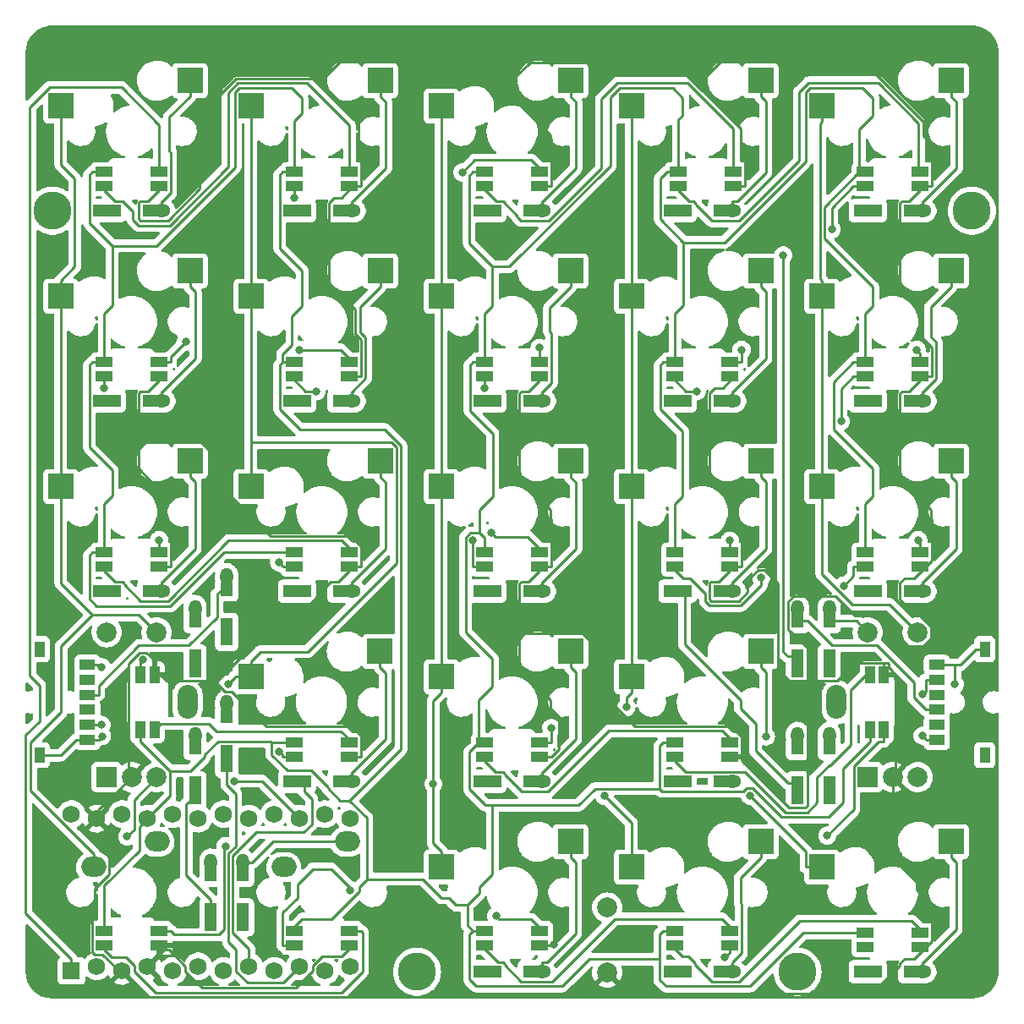
<source format=gbl>
G04 #@! TF.GenerationSoftware,KiCad,Pcbnew,(6.0.1)*
G04 #@! TF.CreationDate,2022-02-24T19:14:04+09:00*
G04 #@! TF.ProjectId,xipher_kbd,78697068-6572-45f6-9b62-642e6b696361,rev?*
G04 #@! TF.SameCoordinates,Original*
G04 #@! TF.FileFunction,Copper,L2,Bot*
G04 #@! TF.FilePolarity,Positive*
%FSLAX46Y46*%
G04 Gerber Fmt 4.6, Leading zero omitted, Abs format (unit mm)*
G04 Created by KiCad (PCBNEW (6.0.1)) date 2022-02-24 19:14:04*
%MOMM*%
%LPD*%
G01*
G04 APERTURE LIST*
G04 #@! TA.AperFunction,ComponentPad*
%ADD10C,3.800000*%
G04 #@! TD*
G04 #@! TA.AperFunction,SMDPad,CuDef*
%ADD11R,1.000000X1.700000*%
G04 #@! TD*
G04 #@! TA.AperFunction,ComponentPad*
%ADD12C,2.000000*%
G04 #@! TD*
G04 #@! TA.AperFunction,ComponentPad*
%ADD13O,2.000000X3.400000*%
G04 #@! TD*
G04 #@! TA.AperFunction,ComponentPad*
%ADD14R,2.000000X2.000000*%
G04 #@! TD*
G04 #@! TA.AperFunction,ComponentPad*
%ADD15O,2.500000X2.000000*%
G04 #@! TD*
G04 #@! TA.AperFunction,SMDPad,CuDef*
%ADD16R,1.600000X1.000000*%
G04 #@! TD*
G04 #@! TA.AperFunction,SMDPad,CuDef*
%ADD17R,1.100000X1.600000*%
G04 #@! TD*
G04 #@! TA.AperFunction,ComponentPad*
%ADD18C,1.752600*%
G04 #@! TD*
G04 #@! TA.AperFunction,ComponentPad*
%ADD19R,1.752600X1.752600*%
G04 #@! TD*
G04 #@! TA.AperFunction,SMDPad,CuDef*
%ADD20R,2.550000X2.500000*%
G04 #@! TD*
G04 #@! TA.AperFunction,ComponentPad*
%ADD21R,1.778000X1.300000*%
G04 #@! TD*
G04 #@! TA.AperFunction,ComponentPad*
%ADD22O,1.778000X1.300000*%
G04 #@! TD*
G04 #@! TA.AperFunction,SMDPad,CuDef*
%ADD23R,1.400000X1.300000*%
G04 #@! TD*
G04 #@! TA.AperFunction,SMDPad,CuDef*
%ADD24R,1.300000X1.400000*%
G04 #@! TD*
G04 #@! TA.AperFunction,ComponentPad*
%ADD25O,1.300000X1.778000*%
G04 #@! TD*
G04 #@! TA.AperFunction,ComponentPad*
%ADD26R,1.300000X1.778000*%
G04 #@! TD*
G04 #@! TA.AperFunction,SMDPad,CuDef*
%ADD27R,1.700000X1.000000*%
G04 #@! TD*
G04 #@! TA.AperFunction,ViaPad*
%ADD28C,0.800000*%
G04 #@! TD*
G04 #@! TA.AperFunction,Conductor*
%ADD29C,0.250000*%
G04 #@! TD*
G04 APERTURE END LIST*
D10*
G04 #@! TO.P,REF4,1*
G04 #@! TO.N,N/C*
X71437500Y-127000000D03*
G04 #@! TD*
G04 #@! TO.P,REF3,1*
G04 #@! TO.N,N/C*
X109537500Y-127000000D03*
G04 #@! TD*
G04 #@! TO.P,REF2,1*
G04 #@! TO.N,N/C*
X34925000Y-50800000D03*
G04 #@! TD*
G04 #@! TO.P,REF1,1*
G04 #@! TO.N,N/C*
X127000000Y-50800000D03*
G04 #@! TD*
D11*
G04 #@! TO.P,LED16,4,DIN*
G04 #@! TO.N,Net-(LED15-Pad2)*
X43750000Y-97262500D03*
G04 #@! TO.P,LED16,3,VSS*
G04 #@! TO.N,GND*
X45150000Y-97262500D03*
G04 #@! TO.P,LED16,1,VDD*
G04 #@! TO.N,VCC*
X43750000Y-102762500D03*
G04 #@! TO.P,LED16,2,DOUT*
G04 #@! TO.N,Net-(LED16-Pad2)*
X45150000Y-102762500D03*
G04 #@! TD*
D12*
G04 #@! TO.P,SW2,S1,S1*
G04 #@! TO.N,COL4*
X121562500Y-93012500D03*
G04 #@! TO.P,SW2,S2,S2*
G04 #@! TO.N,ROT_SW1*
X116562500Y-93012500D03*
D13*
G04 #@! TO.P,SW2,MP*
G04 #@! TO.N,N/C*
X113462500Y-100012500D03*
D12*
G04 #@! TO.P,SW2,B,B*
G04 #@! TO.N,ROT1*
X121562500Y-107512500D03*
G04 #@! TO.P,SW2,C,C*
G04 #@! TO.N,GND*
X119062500Y-107512500D03*
D14*
G04 #@! TO.P,SW2,A,A*
G04 #@! TO.N,ROT0*
X116562500Y-107512500D03*
G04 #@! TD*
D12*
G04 #@! TO.P,SW3,S1,S1*
G04 #@! TO.N,COL0*
X45362500Y-93012500D03*
G04 #@! TO.P,SW3,S2,S2*
G04 #@! TO.N,ROT_SW3*
X40362500Y-93012500D03*
D13*
G04 #@! TO.P,SW3,MP*
G04 #@! TO.N,N/C*
X48462500Y-100012500D03*
D12*
G04 #@! TO.P,SW3,B,B*
G04 #@! TO.N,ROT3*
X45362500Y-107512500D03*
G04 #@! TO.P,SW3,C,C*
G04 #@! TO.N,GND*
X42862500Y-107512500D03*
D14*
G04 #@! TO.P,SW3,A,A*
G04 #@! TO.N,ROT2*
X40362500Y-107512500D03*
G04 #@! TD*
D15*
G04 #@! TO.P,SW25,1,1*
G04 #@! TO.N,COL1*
X58102500Y-116522500D03*
G04 #@! TO.P,SW25,2,2*
G04 #@! TO.N,Net-(D28-Pad2)*
X64452500Y-113982500D03*
G04 #@! TD*
G04 #@! TO.P,SW24,2,2*
G04 #@! TO.N,Net-(D27-Pad2)*
X45402500Y-113982500D03*
G04 #@! TO.P,SW24,1,1*
G04 #@! TO.N,COL0*
X39052500Y-116522500D03*
G04 #@! TD*
D16*
G04 #@! TO.P,S1,T1,T1*
G04 #@! TO.N,Net-(D17-Pad2)*
X123487500Y-100762500D03*
D17*
G04 #@! TO.P,S1,E1,NO*
G04 #@! TO.N,unconnected-(S1-PadE1)*
X128287500Y-105312500D03*
D16*
G04 #@! TO.P,S1,C2,C2*
G04 #@! TO.N,COL5*
X123487500Y-96262500D03*
D17*
G04 #@! TO.P,S1,C1,COM*
X128287500Y-94712500D03*
D16*
G04 #@! TO.P,S1,4,4*
G04 #@! TO.N,Net-(D18-Pad2)*
X123487500Y-97762500D03*
G04 #@! TO.P,S1,3,3*
G04 #@! TO.N,unconnected-(S1-Pad3)*
X123487500Y-99262500D03*
G04 #@! TO.P,S1,2,2*
G04 #@! TO.N,unconnected-(S1-Pad2)*
X123487500Y-102262500D03*
G04 #@! TO.P,S1,1,1*
G04 #@! TO.N,Net-(D11-Pad2)*
X123487500Y-103762500D03*
G04 #@! TD*
G04 #@! TO.P,S2,T1,T1*
G04 #@! TO.N,Net-(D25-Pad2)*
X38437500Y-99262500D03*
D17*
G04 #@! TO.P,S2,E1,NO*
G04 #@! TO.N,unconnected-(S2-PadE1)*
X33637500Y-94712500D03*
D16*
G04 #@! TO.P,S2,C2,C2*
G04 #@! TO.N,COL5*
X38437500Y-103762500D03*
D17*
G04 #@! TO.P,S2,C1,COM*
X33637500Y-105312500D03*
D16*
G04 #@! TO.P,S2,4,4*
G04 #@! TO.N,Net-(D26-Pad2)*
X38437500Y-102262500D03*
G04 #@! TO.P,S2,3,3*
G04 #@! TO.N,unconnected-(S2-Pad3)*
X38437500Y-100762500D03*
G04 #@! TO.P,S2,2,2*
G04 #@! TO.N,unconnected-(S2-Pad2)*
X38437500Y-97762500D03*
G04 #@! TO.P,S2,1,1*
G04 #@! TO.N,Net-(D24-Pad2)*
X38437500Y-96262500D03*
G04 #@! TD*
D18*
G04 #@! TO.P,U1,24,RAW*
G04 #@! TO.N,unconnected-(U1-Pad24)*
X36830000Y-111213900D03*
G04 #@! TO.P,U1,12,9/B5*
G04 #@! TO.N,ROT3*
X64770000Y-126453900D03*
G04 #@! TO.P,U1,23,GND*
G04 #@! TO.N,GND*
X39370000Y-111671100D03*
G04 #@! TO.P,U1,22,RST*
G04 #@! TO.N,RST*
X41910000Y-111213900D03*
G04 #@! TO.P,U1,21,VCC*
G04 #@! TO.N,VCC*
X44450000Y-111671100D03*
G04 #@! TO.P,U1,20,F4/A3*
G04 #@! TO.N,COL0*
X46990000Y-111213900D03*
G04 #@! TO.P,U1,19,F5/A2*
G04 #@! TO.N,COL1*
X49530000Y-111671100D03*
G04 #@! TO.P,U1,18,F6/A1*
G04 #@! TO.N,COL2*
X52070000Y-111213900D03*
G04 #@! TO.P,U1,17,F7/A0*
G04 #@! TO.N,COL3*
X54610000Y-111671100D03*
G04 #@! TO.P,U1,16,B1/15*
G04 #@! TO.N,COL4*
X57150000Y-111213900D03*
G04 #@! TO.P,U1,15,B3/14*
G04 #@! TO.N,COL5*
X59690000Y-111671100D03*
G04 #@! TO.P,U1,14,B2/16*
G04 #@! TO.N,ROT0*
X62230000Y-111213900D03*
G04 #@! TO.P,U1,13,B6/10*
G04 #@! TO.N,ROT1*
X64770000Y-111671100D03*
G04 #@! TO.P,U1,11,8/B4*
G04 #@! TO.N,ROT2*
X62230000Y-126911100D03*
G04 #@! TO.P,U1,10,7/E6*
G04 #@! TO.N,ROW5*
X59690000Y-126453900D03*
G04 #@! TO.P,U1,9,6/D7*
G04 #@! TO.N,ROW4*
X57150000Y-126911100D03*
G04 #@! TO.P,U1,8,5/C6*
G04 #@! TO.N,ROW3*
X54610000Y-126453900D03*
G04 #@! TO.P,U1,7,4/D4*
G04 #@! TO.N,ROW2*
X52070000Y-126911100D03*
G04 #@! TO.P,U1,6,3/D0/SCL*
G04 #@! TO.N,ROW1*
X49530000Y-126453900D03*
G04 #@! TO.P,U1,5,2/D1/SDA*
G04 #@! TO.N,ROW0*
X46990000Y-126911100D03*
G04 #@! TO.P,U1,4,GND*
G04 #@! TO.N,GND*
X44450000Y-126453900D03*
G04 #@! TO.P,U1,3,GND*
X41910000Y-126911100D03*
G04 #@! TO.P,U1,2,RX1/D2*
G04 #@! TO.N,unconnected-(U1-Pad2)*
X39370000Y-126453900D03*
D19*
G04 #@! TO.P,U1,1,TX0/D3*
G04 #@! TO.N,LED*
X36830000Y-126911100D03*
G04 #@! TD*
D20*
G04 #@! TO.P,SW28,1,1*
G04 #@! TO.N,COL4*
X111977500Y-116522500D03*
G04 #@! TO.P,SW28,2,2*
G04 #@! TO.N,Net-(D31-Pad2)*
X124904500Y-113982500D03*
G04 #@! TD*
G04 #@! TO.P,SW27,1,1*
G04 #@! TO.N,COL3*
X92927500Y-116522500D03*
G04 #@! TO.P,SW27,2,2*
G04 #@! TO.N,Net-(D30-Pad2)*
X105854500Y-113982500D03*
G04 #@! TD*
G04 #@! TO.P,SW26,2,2*
G04 #@! TO.N,Net-(D29-Pad2)*
X86804500Y-113982500D03*
G04 #@! TO.P,SW26,1,1*
G04 #@! TO.N,COL2*
X73877500Y-116522500D03*
G04 #@! TD*
G04 #@! TO.P,SW22,2,2*
G04 #@! TO.N,Net-(D22-Pad2)*
X105854500Y-94932500D03*
G04 #@! TO.P,SW22,1,1*
G04 #@! TO.N,COL3*
X92927500Y-97472500D03*
G04 #@! TD*
G04 #@! TO.P,SW21,2,2*
G04 #@! TO.N,Net-(D21-Pad2)*
X86804500Y-94932500D03*
G04 #@! TO.P,SW21,1,1*
G04 #@! TO.N,COL2*
X73877500Y-97472500D03*
G04 #@! TD*
G04 #@! TO.P,SW20,2,2*
G04 #@! TO.N,Net-(D20-Pad2)*
X67722000Y-94932500D03*
G04 #@! TO.P,SW20,1,1*
G04 #@! TO.N,COL1*
X54795000Y-97472500D03*
G04 #@! TD*
G04 #@! TO.P,SW18,2,2*
G04 #@! TO.N,Net-(D16-Pad2)*
X124904500Y-75882500D03*
G04 #@! TO.P,SW18,1,1*
G04 #@! TO.N,COL4*
X111977500Y-78422500D03*
G04 #@! TD*
G04 #@! TO.P,SW17,2,2*
G04 #@! TO.N,Net-(D15-Pad2)*
X105854500Y-75882500D03*
G04 #@! TO.P,SW17,1,1*
G04 #@! TO.N,COL3*
X92927500Y-78422500D03*
G04 #@! TD*
G04 #@! TO.P,SW16,2,2*
G04 #@! TO.N,Net-(D14-Pad2)*
X86804500Y-75882500D03*
G04 #@! TO.P,SW16,1,1*
G04 #@! TO.N,COL2*
X73877500Y-78422500D03*
G04 #@! TD*
G04 #@! TO.P,SW15,2,2*
G04 #@! TO.N,Net-(D13-Pad2)*
X67754500Y-75882500D03*
G04 #@! TO.P,SW15,1,1*
G04 #@! TO.N,COL1*
X54827500Y-78422500D03*
G04 #@! TD*
G04 #@! TO.P,SW14,2,2*
G04 #@! TO.N,Net-(D12-Pad2)*
X48704500Y-75882500D03*
G04 #@! TO.P,SW14,1,1*
G04 #@! TO.N,COL0*
X35777500Y-78422500D03*
G04 #@! TD*
G04 #@! TO.P,SW13,2,2*
G04 #@! TO.N,Net-(D10-Pad2)*
X124904500Y-56832500D03*
G04 #@! TO.P,SW13,1,1*
G04 #@! TO.N,COL4*
X111977500Y-59372500D03*
G04 #@! TD*
G04 #@! TO.P,SW12,1,1*
G04 #@! TO.N,COL3*
X92927500Y-59372500D03*
G04 #@! TO.P,SW12,2,2*
G04 #@! TO.N,Net-(D9-Pad2)*
X105854500Y-56832500D03*
G04 #@! TD*
G04 #@! TO.P,SW11,1,1*
G04 #@! TO.N,COL2*
X73877500Y-59372500D03*
G04 #@! TO.P,SW11,2,2*
G04 #@! TO.N,Net-(D8-Pad2)*
X86804500Y-56832500D03*
G04 #@! TD*
G04 #@! TO.P,SW10,1,1*
G04 #@! TO.N,COL1*
X54827500Y-59372500D03*
G04 #@! TO.P,SW10,2,2*
G04 #@! TO.N,Net-(D7-Pad2)*
X67754500Y-56832500D03*
G04 #@! TD*
G04 #@! TO.P,SW9,1,1*
G04 #@! TO.N,COL0*
X35777500Y-59372500D03*
G04 #@! TO.P,SW9,2,2*
G04 #@! TO.N,Net-(D6-Pad2)*
X48704500Y-56832500D03*
G04 #@! TD*
G04 #@! TO.P,SW8,2,2*
G04 #@! TO.N,Net-(D5-Pad2)*
X124904500Y-37782500D03*
G04 #@! TO.P,SW8,1,1*
G04 #@! TO.N,COL4*
X111977500Y-40322500D03*
G04 #@! TD*
G04 #@! TO.P,SW7,2,2*
G04 #@! TO.N,Net-(D4-Pad2)*
X105854500Y-37782500D03*
G04 #@! TO.P,SW7,1,1*
G04 #@! TO.N,COL3*
X92927500Y-40322500D03*
G04 #@! TD*
G04 #@! TO.P,SW6,2,2*
G04 #@! TO.N,Net-(D3-Pad2)*
X86804500Y-37782500D03*
G04 #@! TO.P,SW6,1,1*
G04 #@! TO.N,COL2*
X73877500Y-40322500D03*
G04 #@! TD*
G04 #@! TO.P,SW5,2,2*
G04 #@! TO.N,Net-(D2-Pad2)*
X67754500Y-37782500D03*
G04 #@! TO.P,SW5,1,1*
G04 #@! TO.N,COL1*
X54827500Y-40322500D03*
G04 #@! TD*
G04 #@! TO.P,SW4,1,1*
G04 #@! TO.N,COL0*
X35777500Y-40322500D03*
G04 #@! TO.P,SW4,2,2*
G04 #@! TO.N,Net-(D1-Pad2)*
X48704500Y-37782500D03*
G04 #@! TD*
D21*
G04 #@! TO.P,D14,1,K*
G04 #@! TO.N,ROW2*
X77962500Y-88900000D03*
D22*
G04 #@! TO.P,D14,2,A*
G04 #@! TO.N,Net-(D14-Pad2)*
X83962500Y-88900000D03*
D23*
G04 #@! TO.P,D14,1,K*
G04 #@! TO.N,ROW2*
X79187500Y-88900000D03*
G04 #@! TO.P,D14,2,A*
G04 #@! TO.N,Net-(D14-Pad2)*
X82737500Y-88900000D03*
G04 #@! TD*
D21*
G04 #@! TO.P,D13,1,K*
G04 #@! TO.N,ROW2*
X58912500Y-88900000D03*
D22*
G04 #@! TO.P,D13,2,A*
G04 #@! TO.N,Net-(D13-Pad2)*
X64912500Y-88900000D03*
D23*
G04 #@! TO.P,D13,1,K*
G04 #@! TO.N,ROW2*
X60137500Y-88900000D03*
G04 #@! TO.P,D13,2,A*
G04 #@! TO.N,Net-(D13-Pad2)*
X63687500Y-88900000D03*
G04 #@! TD*
D21*
G04 #@! TO.P,D12,1,K*
G04 #@! TO.N,ROW2*
X39862500Y-88900000D03*
D22*
G04 #@! TO.P,D12,2,A*
G04 #@! TO.N,Net-(D12-Pad2)*
X45862500Y-88900000D03*
D23*
G04 #@! TO.P,D12,1,K*
G04 #@! TO.N,ROW2*
X41087500Y-88900000D03*
G04 #@! TO.P,D12,2,A*
G04 #@! TO.N,Net-(D12-Pad2)*
X44637500Y-88900000D03*
G04 #@! TD*
D21*
G04 #@! TO.P,D10,1,K*
G04 #@! TO.N,ROW1*
X116062500Y-69850000D03*
D22*
G04 #@! TO.P,D10,2,A*
G04 #@! TO.N,Net-(D10-Pad2)*
X122062500Y-69850000D03*
D23*
G04 #@! TO.P,D10,1,K*
G04 #@! TO.N,ROW1*
X117287500Y-69850000D03*
G04 #@! TO.P,D10,2,A*
G04 #@! TO.N,Net-(D10-Pad2)*
X120837500Y-69850000D03*
G04 #@! TD*
D21*
G04 #@! TO.P,D9,1,K*
G04 #@! TO.N,ROW1*
X97012500Y-69850000D03*
D22*
G04 #@! TO.P,D9,2,A*
G04 #@! TO.N,Net-(D9-Pad2)*
X103012500Y-69850000D03*
D23*
G04 #@! TO.P,D9,1,K*
G04 #@! TO.N,ROW1*
X98237500Y-69850000D03*
G04 #@! TO.P,D9,2,A*
G04 #@! TO.N,Net-(D9-Pad2)*
X101787500Y-69850000D03*
G04 #@! TD*
D21*
G04 #@! TO.P,D8,1,K*
G04 #@! TO.N,ROW1*
X77962500Y-69850000D03*
D22*
G04 #@! TO.P,D8,2,A*
G04 #@! TO.N,Net-(D8-Pad2)*
X83962500Y-69850000D03*
D23*
G04 #@! TO.P,D8,1,K*
G04 #@! TO.N,ROW1*
X79187500Y-69850000D03*
G04 #@! TO.P,D8,2,A*
G04 #@! TO.N,Net-(D8-Pad2)*
X82737500Y-69850000D03*
G04 #@! TD*
D21*
G04 #@! TO.P,D7,1,K*
G04 #@! TO.N,ROW1*
X58912500Y-69850000D03*
D22*
G04 #@! TO.P,D7,2,A*
G04 #@! TO.N,Net-(D7-Pad2)*
X64912500Y-69850000D03*
D23*
G04 #@! TO.P,D7,1,K*
G04 #@! TO.N,ROW1*
X60137500Y-69850000D03*
G04 #@! TO.P,D7,2,A*
G04 #@! TO.N,Net-(D7-Pad2)*
X63687500Y-69850000D03*
G04 #@! TD*
D21*
G04 #@! TO.P,D6,1,K*
G04 #@! TO.N,ROW1*
X39862500Y-69850000D03*
D22*
G04 #@! TO.P,D6,2,A*
G04 #@! TO.N,Net-(D6-Pad2)*
X45862500Y-69850000D03*
D23*
G04 #@! TO.P,D6,1,K*
G04 #@! TO.N,ROW1*
X41087500Y-69850000D03*
G04 #@! TO.P,D6,2,A*
G04 #@! TO.N,Net-(D6-Pad2)*
X44637500Y-69850000D03*
G04 #@! TD*
G04 #@! TO.P,D5,2,A*
G04 #@! TO.N,Net-(D5-Pad2)*
X120837500Y-50800000D03*
G04 #@! TO.P,D5,1,K*
G04 #@! TO.N,ROW0*
X117287500Y-50800000D03*
D22*
G04 #@! TO.P,D5,2,A*
G04 #@! TO.N,Net-(D5-Pad2)*
X122062500Y-50800000D03*
D21*
G04 #@! TO.P,D5,1,K*
G04 #@! TO.N,ROW0*
X116062500Y-50800000D03*
G04 #@! TD*
G04 #@! TO.P,D4,1,K*
G04 #@! TO.N,ROW0*
X97012500Y-50800000D03*
D22*
G04 #@! TO.P,D4,2,A*
G04 #@! TO.N,Net-(D4-Pad2)*
X103012500Y-50800000D03*
D23*
G04 #@! TO.P,D4,1,K*
G04 #@! TO.N,ROW0*
X98237500Y-50800000D03*
G04 #@! TO.P,D4,2,A*
G04 #@! TO.N,Net-(D4-Pad2)*
X101787500Y-50800000D03*
G04 #@! TD*
D21*
G04 #@! TO.P,D3,1,K*
G04 #@! TO.N,ROW0*
X77962500Y-50800000D03*
D22*
G04 #@! TO.P,D3,2,A*
G04 #@! TO.N,Net-(D3-Pad2)*
X83962500Y-50800000D03*
D23*
G04 #@! TO.P,D3,1,K*
G04 #@! TO.N,ROW0*
X79187500Y-50800000D03*
G04 #@! TO.P,D3,2,A*
G04 #@! TO.N,Net-(D3-Pad2)*
X82737500Y-50800000D03*
G04 #@! TD*
G04 #@! TO.P,D2,2,A*
G04 #@! TO.N,Net-(D2-Pad2)*
X63687500Y-50800000D03*
G04 #@! TO.P,D2,1,K*
G04 #@! TO.N,ROW0*
X60137500Y-50800000D03*
D22*
G04 #@! TO.P,D2,2,A*
G04 #@! TO.N,Net-(D2-Pad2)*
X64912500Y-50800000D03*
D21*
G04 #@! TO.P,D2,1,K*
G04 #@! TO.N,ROW0*
X58912500Y-50800000D03*
G04 #@! TD*
G04 #@! TO.P,D1,1,K*
G04 #@! TO.N,ROW0*
X39862500Y-50800000D03*
D22*
G04 #@! TO.P,D1,2,A*
G04 #@! TO.N,Net-(D1-Pad2)*
X45862500Y-50800000D03*
D23*
G04 #@! TO.P,D1,1,K*
G04 #@! TO.N,ROW0*
X41087500Y-50800000D03*
G04 #@! TO.P,D1,2,A*
G04 #@! TO.N,Net-(D1-Pad2)*
X44637500Y-50800000D03*
G04 #@! TD*
D24*
G04 #@! TO.P,D11,2,A*
G04 #@! TO.N,Net-(D11-Pad2)*
X112712500Y-104587500D03*
G04 #@! TO.P,D11,1,K*
G04 #@! TO.N,ROW1*
X112712500Y-108137500D03*
D25*
G04 #@! TO.P,D11,2,A*
G04 #@! TO.N,Net-(D11-Pad2)*
X112712500Y-103362500D03*
D26*
G04 #@! TO.P,D11,1,K*
G04 #@! TO.N,ROW1*
X112712500Y-109362500D03*
G04 #@! TD*
D21*
G04 #@! TO.P,D31,1,K*
G04 #@! TO.N,ROW4*
X116062500Y-127000000D03*
D22*
G04 #@! TO.P,D31,2,A*
G04 #@! TO.N,Net-(D31-Pad2)*
X122062500Y-127000000D03*
D23*
G04 #@! TO.P,D31,1,K*
G04 #@! TO.N,ROW4*
X117287500Y-127000000D03*
G04 #@! TO.P,D31,2,A*
G04 #@! TO.N,Net-(D31-Pad2)*
X120837500Y-127000000D03*
G04 #@! TD*
D21*
G04 #@! TO.P,D30,1,K*
G04 #@! TO.N,ROW4*
X97012500Y-127000000D03*
D22*
G04 #@! TO.P,D30,2,A*
G04 #@! TO.N,Net-(D30-Pad2)*
X103012500Y-127000000D03*
D23*
G04 #@! TO.P,D30,1,K*
G04 #@! TO.N,ROW4*
X98237500Y-127000000D03*
G04 #@! TO.P,D30,2,A*
G04 #@! TO.N,Net-(D30-Pad2)*
X101787500Y-127000000D03*
G04 #@! TD*
D21*
G04 #@! TO.P,D29,1,K*
G04 #@! TO.N,ROW4*
X77962500Y-127000000D03*
D22*
G04 #@! TO.P,D29,2,A*
G04 #@! TO.N,Net-(D29-Pad2)*
X83962500Y-127000000D03*
D23*
G04 #@! TO.P,D29,1,K*
G04 #@! TO.N,ROW4*
X79187500Y-127000000D03*
G04 #@! TO.P,D29,2,A*
G04 #@! TO.N,Net-(D29-Pad2)*
X82737500Y-127000000D03*
G04 #@! TD*
D26*
G04 #@! TO.P,D28,1,K*
G04 #@! TO.N,ROW4*
X53975000Y-122062500D03*
D25*
G04 #@! TO.P,D28,2,A*
G04 #@! TO.N,Net-(D28-Pad2)*
X53975000Y-116062500D03*
D24*
G04 #@! TO.P,D28,1,K*
G04 #@! TO.N,ROW4*
X53975000Y-120837500D03*
G04 #@! TO.P,D28,2,A*
G04 #@! TO.N,Net-(D28-Pad2)*
X53975000Y-117287500D03*
G04 #@! TD*
D26*
G04 #@! TO.P,D27,1,K*
G04 #@! TO.N,ROW4*
X50800000Y-122062500D03*
D25*
G04 #@! TO.P,D27,2,A*
G04 #@! TO.N,Net-(D27-Pad2)*
X50800000Y-116062500D03*
D24*
G04 #@! TO.P,D27,1,K*
G04 #@! TO.N,ROW4*
X50800000Y-120837500D03*
G04 #@! TO.P,D27,2,A*
G04 #@! TO.N,Net-(D27-Pad2)*
X50800000Y-117287500D03*
G04 #@! TD*
D26*
G04 #@! TO.P,D26,1,K*
G04 #@! TO.N,ROW4*
X49212500Y-109362500D03*
D25*
G04 #@! TO.P,D26,2,A*
G04 #@! TO.N,Net-(D26-Pad2)*
X49212500Y-103362500D03*
D24*
G04 #@! TO.P,D26,1,K*
G04 #@! TO.N,ROW4*
X49212500Y-108137500D03*
G04 #@! TO.P,D26,2,A*
G04 #@! TO.N,Net-(D26-Pad2)*
X49212500Y-104587500D03*
G04 #@! TD*
D26*
G04 #@! TO.P,D25,1,K*
G04 #@! TO.N,ROW3*
X52387500Y-93487500D03*
D25*
G04 #@! TO.P,D25,2,A*
G04 #@! TO.N,Net-(D25-Pad2)*
X52387500Y-87487500D03*
D24*
G04 #@! TO.P,D25,1,K*
G04 #@! TO.N,ROW3*
X52387500Y-92262500D03*
G04 #@! TO.P,D25,2,A*
G04 #@! TO.N,Net-(D25-Pad2)*
X52387500Y-88712500D03*
G04 #@! TD*
D26*
G04 #@! TO.P,D24,1,K*
G04 #@! TO.N,ROW5*
X52387500Y-106187500D03*
D25*
G04 #@! TO.P,D24,2,A*
G04 #@! TO.N,Net-(D24-Pad2)*
X52387500Y-100187500D03*
D24*
G04 #@! TO.P,D24,1,K*
G04 #@! TO.N,ROW5*
X52387500Y-104962500D03*
G04 #@! TO.P,D24,2,A*
G04 #@! TO.N,Net-(D24-Pad2)*
X52387500Y-101412500D03*
G04 #@! TD*
G04 #@! TO.P,D23,2,A*
G04 #@! TO.N,ROT_SW1*
X112712500Y-91887500D03*
G04 #@! TO.P,D23,1,K*
G04 #@! TO.N,ROW3*
X112712500Y-95437500D03*
D25*
G04 #@! TO.P,D23,2,A*
G04 #@! TO.N,ROT_SW1*
X112712500Y-90662500D03*
D26*
G04 #@! TO.P,D23,1,K*
G04 #@! TO.N,ROW3*
X112712500Y-96662500D03*
G04 #@! TD*
D21*
G04 #@! TO.P,D22,1,K*
G04 #@! TO.N,ROW3*
X97012500Y-107950000D03*
D22*
G04 #@! TO.P,D22,2,A*
G04 #@! TO.N,Net-(D22-Pad2)*
X103012500Y-107950000D03*
D23*
G04 #@! TO.P,D22,1,K*
G04 #@! TO.N,ROW3*
X98237500Y-107950000D03*
G04 #@! TO.P,D22,2,A*
G04 #@! TO.N,Net-(D22-Pad2)*
X101787500Y-107950000D03*
G04 #@! TD*
D21*
G04 #@! TO.P,D21,1,K*
G04 #@! TO.N,ROW3*
X77962500Y-107950000D03*
D22*
G04 #@! TO.P,D21,2,A*
G04 #@! TO.N,Net-(D21-Pad2)*
X83962500Y-107950000D03*
D23*
G04 #@! TO.P,D21,1,K*
G04 #@! TO.N,ROW3*
X79187500Y-107950000D03*
G04 #@! TO.P,D21,2,A*
G04 #@! TO.N,Net-(D21-Pad2)*
X82737500Y-107950000D03*
G04 #@! TD*
D21*
G04 #@! TO.P,D20,1,K*
G04 #@! TO.N,ROW3*
X58912500Y-107950000D03*
D22*
G04 #@! TO.P,D20,2,A*
G04 #@! TO.N,Net-(D20-Pad2)*
X64912500Y-107950000D03*
D23*
G04 #@! TO.P,D20,1,K*
G04 #@! TO.N,ROW3*
X60137500Y-107950000D03*
G04 #@! TO.P,D20,2,A*
G04 #@! TO.N,Net-(D20-Pad2)*
X63687500Y-107950000D03*
G04 #@! TD*
D24*
G04 #@! TO.P,D19,2,A*
G04 #@! TO.N,ROT_SW3*
X49212500Y-91887500D03*
G04 #@! TO.P,D19,1,K*
G04 #@! TO.N,ROW3*
X49212500Y-95437500D03*
D25*
G04 #@! TO.P,D19,2,A*
G04 #@! TO.N,ROT_SW3*
X49212500Y-90662500D03*
D26*
G04 #@! TO.P,D19,1,K*
G04 #@! TO.N,ROW3*
X49212500Y-96662500D03*
G04 #@! TD*
D24*
G04 #@! TO.P,D18,2,A*
G04 #@! TO.N,Net-(D18-Pad2)*
X109537500Y-104587500D03*
G04 #@! TO.P,D18,1,K*
G04 #@! TO.N,ROW2*
X109537500Y-108137500D03*
D25*
G04 #@! TO.P,D18,2,A*
G04 #@! TO.N,Net-(D18-Pad2)*
X109537500Y-103362500D03*
D26*
G04 #@! TO.P,D18,1,K*
G04 #@! TO.N,ROW2*
X109537500Y-109362500D03*
G04 #@! TD*
D24*
G04 #@! TO.P,D17,2,A*
G04 #@! TO.N,Net-(D17-Pad2)*
X109537500Y-91887500D03*
G04 #@! TO.P,D17,1,K*
G04 #@! TO.N,ROW0*
X109537500Y-95437500D03*
D25*
G04 #@! TO.P,D17,2,A*
G04 #@! TO.N,Net-(D17-Pad2)*
X109537500Y-90662500D03*
D26*
G04 #@! TO.P,D17,1,K*
G04 #@! TO.N,ROW0*
X109537500Y-96662500D03*
G04 #@! TD*
D21*
G04 #@! TO.P,D16,1,K*
G04 #@! TO.N,ROW2*
X116062500Y-88900000D03*
D22*
G04 #@! TO.P,D16,2,A*
G04 #@! TO.N,Net-(D16-Pad2)*
X122062500Y-88900000D03*
D23*
G04 #@! TO.P,D16,1,K*
G04 #@! TO.N,ROW2*
X117287500Y-88900000D03*
G04 #@! TO.P,D16,2,A*
G04 #@! TO.N,Net-(D16-Pad2)*
X120837500Y-88900000D03*
G04 #@! TD*
D21*
G04 #@! TO.P,D15,1,K*
G04 #@! TO.N,ROW2*
X97012500Y-88900000D03*
D22*
G04 #@! TO.P,D15,2,A*
G04 #@! TO.N,Net-(D15-Pad2)*
X103012500Y-88900000D03*
D23*
G04 #@! TO.P,D15,1,K*
G04 #@! TO.N,ROW2*
X98237500Y-88900000D03*
G04 #@! TO.P,D15,2,A*
G04 #@! TO.N,Net-(D15-Pad2)*
X101787500Y-88900000D03*
G04 #@! TD*
D12*
G04 #@! TO.P,SW1,2,2*
G04 #@! TO.N,GND*
X90487500Y-127075000D03*
G04 #@! TO.P,SW1,1,1*
G04 #@! TO.N,RST*
X90487500Y-120575000D03*
G04 #@! TD*
D27*
G04 #@! TO.P,LED25,2,DOUT*
G04 #@! TO.N,unconnected-(LED25-Pad2)*
X116312500Y-124525000D03*
G04 #@! TO.P,LED25,1,VDD*
G04 #@! TO.N,VCC*
X116312500Y-123125000D03*
G04 #@! TO.P,LED25,3,VSS*
G04 #@! TO.N,GND*
X121812500Y-124525000D03*
G04 #@! TO.P,LED25,4,DIN*
G04 #@! TO.N,Net-(LED25-Pad4)*
X121812500Y-123125000D03*
G04 #@! TD*
G04 #@! TO.P,LED24,2,DOUT*
G04 #@! TO.N,Net-(LED25-Pad4)*
X97262500Y-124325000D03*
G04 #@! TO.P,LED24,1,VDD*
G04 #@! TO.N,VCC*
X97262500Y-122925000D03*
G04 #@! TO.P,LED24,3,VSS*
G04 #@! TO.N,GND*
X102762500Y-124325000D03*
G04 #@! TO.P,LED24,4,DIN*
G04 #@! TO.N,Net-(LED23-Pad2)*
X102762500Y-122925000D03*
G04 #@! TD*
G04 #@! TO.P,LED23,2,DOUT*
G04 #@! TO.N,Net-(LED23-Pad2)*
X78212500Y-124325000D03*
G04 #@! TO.P,LED23,1,VDD*
G04 #@! TO.N,VCC*
X78212500Y-122925000D03*
G04 #@! TO.P,LED23,3,VSS*
G04 #@! TO.N,GND*
X83712500Y-124325000D03*
G04 #@! TO.P,LED23,4,DIN*
G04 #@! TO.N,Net-(LED23-Pad4)*
X83712500Y-122925000D03*
G04 #@! TD*
G04 #@! TO.P,LED22,2,DOUT*
G04 #@! TO.N,Net-(LED23-Pad4)*
X59162500Y-124325000D03*
G04 #@! TO.P,LED22,1,VDD*
G04 #@! TO.N,VCC*
X59162500Y-122925000D03*
G04 #@! TO.P,LED22,3,VSS*
G04 #@! TO.N,GND*
X64662500Y-124325000D03*
G04 #@! TO.P,LED22,4,DIN*
G04 #@! TO.N,Net-(LED21-Pad2)*
X64662500Y-122925000D03*
G04 #@! TD*
G04 #@! TO.P,LED21,2,DOUT*
G04 #@! TO.N,Net-(LED21-Pad2)*
X40112500Y-124325000D03*
G04 #@! TO.P,LED21,1,VDD*
G04 #@! TO.N,VCC*
X40112500Y-122925000D03*
G04 #@! TO.P,LED21,3,VSS*
G04 #@! TO.N,GND*
X45612500Y-124325000D03*
G04 #@! TO.P,LED21,4,DIN*
G04 #@! TO.N,Net-(LED20-Pad2)*
X45612500Y-122925000D03*
G04 #@! TD*
D11*
G04 #@! TO.P,LED20,2,DOUT*
G04 #@! TO.N,Net-(LED20-Pad2)*
X118175000Y-102762500D03*
G04 #@! TO.P,LED20,1,VDD*
G04 #@! TO.N,VCC*
X116775000Y-102762500D03*
G04 #@! TO.P,LED20,3,VSS*
G04 #@! TO.N,GND*
X118175000Y-97262500D03*
G04 #@! TO.P,LED20,4,DIN*
G04 #@! TO.N,Net-(LED20-Pad4)*
X116775000Y-97262500D03*
G04 #@! TD*
D27*
G04 #@! TO.P,LED19,4,DIN*
G04 #@! TO.N,Net-(LED18-Pad2)*
X102762500Y-104075000D03*
G04 #@! TO.P,LED19,3,VSS*
G04 #@! TO.N,GND*
X102762500Y-105475000D03*
G04 #@! TO.P,LED19,1,VDD*
G04 #@! TO.N,VCC*
X97262500Y-104075000D03*
G04 #@! TO.P,LED19,2,DOUT*
G04 #@! TO.N,Net-(LED20-Pad4)*
X97262500Y-105475000D03*
G04 #@! TD*
G04 #@! TO.P,LED18,4,DIN*
G04 #@! TO.N,Net-(LED18-Pad4)*
X83712500Y-104075000D03*
G04 #@! TO.P,LED18,3,VSS*
G04 #@! TO.N,GND*
X83712500Y-105475000D03*
G04 #@! TO.P,LED18,1,VDD*
G04 #@! TO.N,VCC*
X78212500Y-104075000D03*
G04 #@! TO.P,LED18,2,DOUT*
G04 #@! TO.N,Net-(LED18-Pad2)*
X78212500Y-105475000D03*
G04 #@! TD*
G04 #@! TO.P,LED17,4,DIN*
G04 #@! TO.N,Net-(LED16-Pad2)*
X64662500Y-104075000D03*
G04 #@! TO.P,LED17,3,VSS*
G04 #@! TO.N,GND*
X64662500Y-105475000D03*
G04 #@! TO.P,LED17,1,VDD*
G04 #@! TO.N,VCC*
X59162500Y-104075000D03*
G04 #@! TO.P,LED17,2,DOUT*
G04 #@! TO.N,Net-(LED18-Pad4)*
X59162500Y-105475000D03*
G04 #@! TD*
G04 #@! TO.P,LED15,4,DIN*
G04 #@! TO.N,Net-(LED15-Pad4)*
X121812500Y-85025000D03*
G04 #@! TO.P,LED15,3,VSS*
G04 #@! TO.N,GND*
X121812500Y-86425000D03*
G04 #@! TO.P,LED15,1,VDD*
G04 #@! TO.N,VCC*
X116312500Y-85025000D03*
G04 #@! TO.P,LED15,2,DOUT*
G04 #@! TO.N,Net-(LED15-Pad2)*
X116312500Y-86425000D03*
G04 #@! TD*
G04 #@! TO.P,LED14,4,DIN*
G04 #@! TO.N,Net-(LED13-Pad2)*
X102762500Y-85025000D03*
G04 #@! TO.P,LED14,3,VSS*
G04 #@! TO.N,GND*
X102762500Y-86425000D03*
G04 #@! TO.P,LED14,1,VDD*
G04 #@! TO.N,VCC*
X97262500Y-85025000D03*
G04 #@! TO.P,LED14,2,DOUT*
G04 #@! TO.N,Net-(LED15-Pad4)*
X97262500Y-86425000D03*
G04 #@! TD*
G04 #@! TO.P,LED6,4,DIN*
G04 #@! TO.N,Net-(LED5-Pad2)*
X45612500Y-65975000D03*
G04 #@! TO.P,LED6,3,VSS*
G04 #@! TO.N,GND*
X45612500Y-67375000D03*
G04 #@! TO.P,LED6,1,VDD*
G04 #@! TO.N,VCC*
X40112500Y-65975000D03*
G04 #@! TO.P,LED6,2,DOUT*
G04 #@! TO.N,Net-(LED6-Pad2)*
X40112500Y-67375000D03*
G04 #@! TD*
G04 #@! TO.P,LED5,4,DIN*
G04 #@! TO.N,Net-(LED4-Pad2)*
X121812500Y-46925000D03*
G04 #@! TO.P,LED5,3,VSS*
G04 #@! TO.N,GND*
X121812500Y-48325000D03*
G04 #@! TO.P,LED5,1,VDD*
G04 #@! TO.N,VCC*
X116312500Y-46925000D03*
G04 #@! TO.P,LED5,2,DOUT*
G04 #@! TO.N,Net-(LED5-Pad2)*
X116312500Y-48325000D03*
G04 #@! TD*
G04 #@! TO.P,LED13,4,DIN*
G04 #@! TO.N,Net-(LED13-Pad4)*
X83712500Y-85025000D03*
G04 #@! TO.P,LED13,3,VSS*
G04 #@! TO.N,GND*
X83712500Y-86425000D03*
G04 #@! TO.P,LED13,1,VDD*
G04 #@! TO.N,VCC*
X78212500Y-85025000D03*
G04 #@! TO.P,LED13,2,DOUT*
G04 #@! TO.N,Net-(LED13-Pad2)*
X78212500Y-86425000D03*
G04 #@! TD*
G04 #@! TO.P,LED4,2,DOUT*
G04 #@! TO.N,Net-(LED4-Pad2)*
X97631300Y-48325000D03*
G04 #@! TO.P,LED4,1,VDD*
G04 #@! TO.N,VCC*
X97631300Y-46925000D03*
G04 #@! TO.P,LED4,3,VSS*
G04 #@! TO.N,GND*
X103131300Y-48325000D03*
G04 #@! TO.P,LED4,4,DIN*
G04 #@! TO.N,Net-(LED3-Pad2)*
X103131300Y-46925000D03*
G04 #@! TD*
G04 #@! TO.P,LED3,2,DOUT*
G04 #@! TO.N,Net-(LED3-Pad2)*
X78212500Y-48325000D03*
G04 #@! TO.P,LED3,1,VDD*
G04 #@! TO.N,VCC*
X78212500Y-46925000D03*
G04 #@! TO.P,LED3,3,VSS*
G04 #@! TO.N,GND*
X83712500Y-48325000D03*
G04 #@! TO.P,LED3,4,DIN*
G04 #@! TO.N,Net-(LED2-Pad2)*
X83712500Y-46925000D03*
G04 #@! TD*
G04 #@! TO.P,LED2,2,DOUT*
G04 #@! TO.N,Net-(LED2-Pad2)*
X59162500Y-48325000D03*
G04 #@! TO.P,LED2,1,VDD*
G04 #@! TO.N,VCC*
X59162500Y-46925000D03*
G04 #@! TO.P,LED2,3,VSS*
G04 #@! TO.N,GND*
X64662500Y-48325000D03*
G04 #@! TO.P,LED2,4,DIN*
G04 #@! TO.N,Net-(LED1-Pad2)*
X64662500Y-46925000D03*
G04 #@! TD*
G04 #@! TO.P,LED1,4,DIN*
G04 #@! TO.N,LED*
X45612500Y-46925000D03*
G04 #@! TO.P,LED1,3,VSS*
G04 #@! TO.N,GND*
X45612500Y-48325000D03*
G04 #@! TO.P,LED1,1,VDD*
G04 #@! TO.N,VCC*
X40112500Y-46925000D03*
G04 #@! TO.P,LED1,2,DOUT*
G04 #@! TO.N,Net-(LED1-Pad2)*
X40112500Y-48325000D03*
G04 #@! TD*
G04 #@! TO.P,LED12,4,DIN*
G04 #@! TO.N,Net-(LED11-Pad2)*
X64662500Y-85025000D03*
G04 #@! TO.P,LED12,3,VSS*
G04 #@! TO.N,GND*
X64662500Y-86425000D03*
G04 #@! TO.P,LED12,1,VDD*
G04 #@! TO.N,VCC*
X59162500Y-85025000D03*
G04 #@! TO.P,LED12,2,DOUT*
G04 #@! TO.N,Net-(LED13-Pad4)*
X59162500Y-86425000D03*
G04 #@! TD*
G04 #@! TO.P,LED11,4,DIN*
G04 #@! TO.N,Net-(LED10-Pad2)*
X45612500Y-85025000D03*
G04 #@! TO.P,LED11,3,VSS*
G04 #@! TO.N,GND*
X45612500Y-86425000D03*
G04 #@! TO.P,LED11,1,VDD*
G04 #@! TO.N,VCC*
X40112500Y-85025000D03*
G04 #@! TO.P,LED11,2,DOUT*
G04 #@! TO.N,Net-(LED11-Pad2)*
X40112500Y-86425000D03*
G04 #@! TD*
G04 #@! TO.P,LED10,4,DIN*
G04 #@! TO.N,Net-(LED9-Pad2)*
X121812500Y-65975000D03*
G04 #@! TO.P,LED10,3,VSS*
G04 #@! TO.N,GND*
X121812500Y-67375000D03*
G04 #@! TO.P,LED10,1,VDD*
G04 #@! TO.N,VCC*
X116312500Y-65975000D03*
G04 #@! TO.P,LED10,2,DOUT*
G04 #@! TO.N,Net-(LED10-Pad2)*
X116312500Y-67375000D03*
G04 #@! TD*
G04 #@! TO.P,LED9,4,DIN*
G04 #@! TO.N,Net-(LED8-Pad2)*
X102762500Y-65975000D03*
G04 #@! TO.P,LED9,3,VSS*
G04 #@! TO.N,GND*
X102762500Y-67375000D03*
G04 #@! TO.P,LED9,1,VDD*
G04 #@! TO.N,VCC*
X97262500Y-65975000D03*
G04 #@! TO.P,LED9,2,DOUT*
G04 #@! TO.N,Net-(LED9-Pad2)*
X97262500Y-67375000D03*
G04 #@! TD*
G04 #@! TO.P,LED8,4,DIN*
G04 #@! TO.N,Net-(LED7-Pad2)*
X83712500Y-65975000D03*
G04 #@! TO.P,LED8,3,VSS*
G04 #@! TO.N,GND*
X83712500Y-67375000D03*
G04 #@! TO.P,LED8,1,VDD*
G04 #@! TO.N,VCC*
X78212500Y-65975000D03*
G04 #@! TO.P,LED8,2,DOUT*
G04 #@! TO.N,Net-(LED8-Pad2)*
X78212500Y-67375000D03*
G04 #@! TD*
G04 #@! TO.P,LED7,4,DIN*
G04 #@! TO.N,Net-(LED6-Pad2)*
X64662500Y-65975000D03*
G04 #@! TO.P,LED7,3,VSS*
G04 #@! TO.N,GND*
X64662500Y-67375000D03*
G04 #@! TO.P,LED7,1,VDD*
G04 #@! TO.N,VCC*
X59162500Y-65975000D03*
G04 #@! TO.P,LED7,2,DOUT*
G04 #@! TO.N,Net-(LED7-Pad2)*
X59162500Y-67375000D03*
G04 #@! TD*
D28*
G04 #@! TO.N,ROT3*
X42429400Y-113455600D03*
G04 #@! TO.N,COL5*
X53110700Y-107901100D03*
X39903500Y-103421800D03*
X125308800Y-98212800D03*
G04 #@! TO.N,COL4*
X104789600Y-109377400D03*
G04 #@! TO.N,COL3*
X90210100Y-109403600D03*
X92403800Y-100512200D03*
G04 #@! TO.N,COL2*
X73072500Y-108179500D03*
G04 #@! TO.N,COL1*
X52513200Y-98226000D03*
G04 #@! TO.N,Net-(D11-Pad2)*
X122058200Y-103362500D03*
G04 #@! TO.N,Net-(D26-Pad2)*
X39849300Y-102277100D03*
G04 #@! TO.N,Net-(D24-Pad2)*
X39877700Y-96508700D03*
G04 #@! TO.N,Net-(D22-Pad2)*
X106382900Y-103441700D03*
G04 #@! TO.N,Net-(D18-Pad2)*
X122081400Y-99217800D03*
G04 #@! TO.N,ROW0*
X108104200Y-55266400D03*
G04 #@! TO.N,Net-(LED23-Pad4)*
X64729800Y-118828300D03*
X79352500Y-121423900D03*
G04 #@! TO.N,Net-(LED20-Pad2)*
X112522500Y-113370800D03*
X52252300Y-114425500D03*
G04 #@! TO.N,Net-(LED18-Pad4)*
X57662000Y-104937600D03*
X84887800Y-102583100D03*
G04 #@! TO.N,Net-(LED15-Pad2)*
X114163300Y-88336300D03*
X43974300Y-95764100D03*
G04 #@! TO.N,Net-(LED15-Pad4)*
X105910900Y-87506900D03*
X121629100Y-83768700D03*
G04 #@! TO.N,Net-(LED5-Pad2)*
X112961200Y-52665900D03*
X48275900Y-63901800D03*
G04 #@! TO.N,Net-(LED13-Pad2)*
X77037200Y-83846800D03*
X102762500Y-83846800D03*
G04 #@! TO.N,Net-(LED2-Pad2)*
X59114700Y-49487500D03*
X75959800Y-46966100D03*
G04 #@! TO.N,Net-(LED13-Pad4)*
X57636300Y-86015000D03*
X78884000Y-83028300D03*
G04 #@! TO.N,Net-(LED10-Pad2)*
X113897600Y-71879100D03*
X45612500Y-83768700D03*
G04 #@! TO.N,Net-(LED9-Pad2)*
X99457200Y-68864900D03*
X121461200Y-64718700D03*
G04 #@! TO.N,Net-(LED8-Pad2)*
X78212500Y-68537500D03*
X103937800Y-64718800D03*
G04 #@! TO.N,Net-(LED7-Pad2)*
X61364900Y-68874600D03*
X83712500Y-64542400D03*
G04 #@! TO.N,GND*
X102275000Y-125577500D03*
X85165300Y-124290300D03*
G04 #@! TO.N,Net-(LED6-Pad2)*
X59650000Y-64718700D03*
X40112500Y-68550300D03*
G04 #@! TD*
D29*
G04 #@! TO.N,ROT3*
X43111700Y-112773300D02*
X42429400Y-113455600D01*
X43111700Y-109763300D02*
X43111700Y-112773300D01*
X45362500Y-107512500D02*
X43111700Y-109763300D01*
G04 #@! TO.N,COL5*
X38437500Y-103762500D02*
X37312200Y-103762500D01*
X35762200Y-105312500D02*
X37312200Y-103762500D01*
X33637500Y-105312500D02*
X35762200Y-105312500D01*
X38437500Y-103762500D02*
X39562800Y-103762500D01*
X128287500Y-94712500D02*
X127412200Y-94712500D01*
X39903500Y-103421800D02*
X39562800Y-103762500D01*
X55920000Y-107901100D02*
X53110700Y-107901100D01*
X59690000Y-111671100D02*
X55920000Y-107901100D01*
X125308800Y-98212800D02*
X125308800Y-96262500D01*
X125862200Y-96262500D02*
X125308800Y-96262500D01*
X127412200Y-94712500D02*
X125862200Y-96262500D01*
X125308800Y-96262500D02*
X123487500Y-96262500D01*
G04 #@! TO.N,COL4*
X110377200Y-114965000D02*
X110377200Y-116522500D01*
X104789600Y-109377400D02*
X110377200Y-114965000D01*
X111977500Y-116522500D02*
X110377200Y-116522500D01*
X111977500Y-59372500D02*
X111977500Y-60947800D01*
X111977500Y-87176200D02*
X111977500Y-78422500D01*
X115018700Y-90217400D02*
X111977500Y-87176200D01*
X118767400Y-90217400D02*
X115018700Y-90217400D01*
X121562500Y-93012500D02*
X118767400Y-90217400D01*
X111977500Y-78422500D02*
X111977500Y-60947800D01*
X111977500Y-40322500D02*
X111977500Y-41897800D01*
X111977500Y-59372500D02*
X111977500Y-57797200D01*
X111785600Y-57605300D02*
X111977500Y-57797200D01*
X111785600Y-42089700D02*
X111785600Y-57605300D01*
X111977500Y-41897800D02*
X111785600Y-42089700D01*
G04 #@! TO.N,COL3*
X92927500Y-78422500D02*
X92927500Y-95897200D01*
X92927500Y-96684800D02*
X92927500Y-95897200D01*
X92927500Y-116522500D02*
X92927500Y-115734800D01*
X92927500Y-112121000D02*
X92927500Y-115734800D01*
X90210100Y-109403600D02*
X92927500Y-112121000D01*
X92927500Y-40322500D02*
X92927500Y-59372500D01*
X92927500Y-59372500D02*
X92927500Y-78422500D01*
X92927500Y-96684800D02*
X92927500Y-97472500D01*
X92403800Y-99571500D02*
X92403800Y-100512200D01*
X92927500Y-99047800D02*
X92403800Y-99571500D01*
X92927500Y-97472500D02*
X92927500Y-99047800D01*
G04 #@! TO.N,COL2*
X73877500Y-41897800D02*
X73877500Y-57797200D01*
X73877500Y-40322500D02*
X73877500Y-41897800D01*
X73877500Y-116522500D02*
X73877500Y-114947200D01*
X73072500Y-114142200D02*
X73877500Y-114947200D01*
X73072500Y-108179500D02*
X73072500Y-114142200D01*
X73877500Y-78422500D02*
X73877500Y-97472500D01*
X73072500Y-99852800D02*
X73072500Y-108179500D01*
X73877500Y-99047800D02*
X73072500Y-99852800D01*
X73877500Y-97472500D02*
X73877500Y-99047800D01*
X73877500Y-58584800D02*
X73877500Y-57797200D01*
X73877500Y-58584800D02*
X73877500Y-59372500D01*
X73877500Y-59372500D02*
X73877500Y-78422500D01*
G04 #@! TO.N,COL1*
X54827500Y-78422500D02*
X54827500Y-76847200D01*
X54827500Y-57797200D02*
X54827500Y-40322500D01*
X54827500Y-59372500D02*
X54827500Y-57797200D01*
X53194700Y-97544500D02*
X52513200Y-98226000D01*
X53194700Y-97472500D02*
X53194700Y-97544500D01*
X54795000Y-97472500D02*
X53194700Y-97472500D01*
X54795000Y-97472500D02*
X54795000Y-95897200D01*
X55730000Y-94962200D02*
X54795000Y-95897200D01*
X60472500Y-94962200D02*
X55730000Y-94962200D01*
X69377200Y-86057500D02*
X60472500Y-94962200D01*
X69377200Y-74515100D02*
X69377200Y-86057500D01*
X68866700Y-74004600D02*
X69377200Y-74515100D01*
X54827500Y-74004600D02*
X68866700Y-74004600D01*
X54827500Y-59372500D02*
X54827500Y-74004600D01*
X54827500Y-74004600D02*
X54827500Y-76847200D01*
G04 #@! TO.N,COL0*
X39052500Y-116522500D02*
X39052500Y-115197200D01*
X35777500Y-59372500D02*
X35777500Y-78422500D01*
X43608800Y-91258800D02*
X45362500Y-93012500D01*
X38948400Y-91258800D02*
X43608800Y-91258800D01*
X35777500Y-88087900D02*
X38948400Y-91258800D01*
X35777500Y-78422500D02*
X35777500Y-88087900D01*
X32760700Y-108905400D02*
X39052500Y-115197200D01*
X32760700Y-104050500D02*
X32760700Y-108905400D01*
X35812100Y-100999100D02*
X32760700Y-104050500D01*
X35812100Y-94395100D02*
X35812100Y-100999100D01*
X38948400Y-91258800D02*
X35812100Y-94395100D01*
X37165300Y-56409400D02*
X35777500Y-57797200D01*
X37165300Y-47559000D02*
X37165300Y-56409400D01*
X35777500Y-46171200D02*
X37165300Y-47559000D01*
X35777500Y-40322500D02*
X35777500Y-46171200D01*
X35777500Y-59372500D02*
X35777500Y-57797200D01*
G04 #@! TO.N,Net-(D14-Pad2)*
X86804500Y-75882500D02*
X86804500Y-77457800D01*
X82737500Y-88900000D02*
X83962500Y-88900000D01*
X87361500Y-78014800D02*
X86804500Y-77457800D01*
X87361500Y-84647600D02*
X87361500Y-78014800D01*
X84084400Y-87924700D02*
X87361500Y-84647600D01*
X83962500Y-87924700D02*
X84084400Y-87924700D01*
X83962500Y-88900000D02*
X83962500Y-87924700D01*
G04 #@! TO.N,Net-(D13-Pad2)*
X67754500Y-75882500D02*
X67754500Y-77457800D01*
X63687500Y-88900000D02*
X64912500Y-88900000D01*
X68318200Y-78021500D02*
X67754500Y-77457800D01*
X68318200Y-84640900D02*
X68318200Y-78021500D01*
X65034400Y-87924700D02*
X68318200Y-84640900D01*
X64912500Y-87924700D02*
X65034400Y-87924700D01*
X64912500Y-88900000D02*
X64912500Y-87924700D01*
G04 #@! TO.N,Net-(D12-Pad2)*
X48704500Y-75882500D02*
X48704500Y-77457800D01*
X44637500Y-88900000D02*
X45862500Y-88900000D01*
X49226400Y-77979700D02*
X48704500Y-77457800D01*
X49226400Y-84682700D02*
X49226400Y-77979700D01*
X45984400Y-87924700D02*
X49226400Y-84682700D01*
X45862500Y-87924700D02*
X45984400Y-87924700D01*
X45862500Y-88900000D02*
X45862500Y-87924700D01*
G04 #@! TO.N,Net-(D10-Pad2)*
X120837500Y-69850000D02*
X122062500Y-69850000D01*
X122062500Y-69850000D02*
X122062500Y-68874700D01*
X124904500Y-56832500D02*
X124904500Y-58407800D01*
X122863500Y-60448800D02*
X124904500Y-58407800D01*
X122863500Y-63430700D02*
X122863500Y-60448800D01*
X123440100Y-64007300D02*
X122863500Y-63430700D01*
X123440100Y-67600000D02*
X123440100Y-64007300D01*
X122165400Y-68874700D02*
X123440100Y-67600000D01*
X122062500Y-68874700D02*
X122165400Y-68874700D01*
G04 #@! TO.N,Net-(D9-Pad2)*
X101787500Y-69850000D02*
X103012500Y-69850000D01*
X106378300Y-58931600D02*
X105854500Y-58407800D01*
X106378300Y-65630800D02*
X106378300Y-58931600D01*
X103134400Y-68874700D02*
X106378300Y-65630800D01*
X103012500Y-68874700D02*
X103134400Y-68874700D01*
X103012500Y-69850000D02*
X103012500Y-68874700D01*
X105854500Y-56832500D02*
X105854500Y-58407800D01*
G04 #@! TO.N,Net-(D8-Pad2)*
X82737500Y-69850000D02*
X83962500Y-69850000D01*
X84709300Y-60503000D02*
X86804500Y-58407800D01*
X84709300Y-62887900D02*
X84709300Y-60503000D01*
X84897700Y-63076300D02*
X84709300Y-62887900D01*
X84897700Y-68051400D02*
X84897700Y-63076300D01*
X84074400Y-68874700D02*
X84897700Y-68051400D01*
X83962500Y-68874700D02*
X84074400Y-68874700D01*
X83962500Y-69850000D02*
X83962500Y-68874700D01*
X86804500Y-56832500D02*
X86804500Y-58407800D01*
G04 #@! TO.N,Net-(D7-Pad2)*
X63687500Y-69850000D02*
X64912500Y-69850000D01*
X64912500Y-69850000D02*
X64912500Y-68874700D01*
X67754500Y-56832500D02*
X67754500Y-58407800D01*
X65713500Y-60448800D02*
X67754500Y-58407800D01*
X65713500Y-62942100D02*
X65713500Y-60448800D01*
X66290000Y-63518600D02*
X65713500Y-62942100D01*
X66290000Y-67590500D02*
X66290000Y-63518600D01*
X65005800Y-68874700D02*
X66290000Y-67590500D01*
X64912500Y-68874700D02*
X65005800Y-68874700D01*
G04 #@! TO.N,Net-(D6-Pad2)*
X48704500Y-56832500D02*
X48704500Y-58407800D01*
X44637500Y-69850000D02*
X45862500Y-69850000D01*
X49246800Y-58950100D02*
X48704500Y-58407800D01*
X49246800Y-65605900D02*
X49246800Y-58950100D01*
X45978000Y-68874700D02*
X49246800Y-65605900D01*
X45862500Y-68874700D02*
X45978000Y-68874700D01*
X45862500Y-69850000D02*
X45862500Y-68874700D01*
G04 #@! TO.N,Net-(D5-Pad2)*
X125483400Y-39936700D02*
X124904500Y-39357800D01*
X125483400Y-46525700D02*
X125483400Y-39936700D01*
X122184400Y-49824700D02*
X125483400Y-46525700D01*
X122062500Y-49824700D02*
X122184400Y-49824700D01*
X124904500Y-37782500D02*
X124904500Y-39357800D01*
X122062500Y-50800000D02*
X122062500Y-50423400D01*
X122062500Y-50423400D02*
X122062500Y-49824700D01*
X121862800Y-50623100D02*
X121862800Y-50800000D01*
X122062500Y-50423400D02*
X121862800Y-50623100D01*
X120837500Y-50800000D02*
X121862800Y-50800000D01*
G04 #@! TO.N,Net-(D4-Pad2)*
X105854500Y-37782500D02*
X105854500Y-39357800D01*
X101787500Y-50800000D02*
X103012500Y-50800000D01*
X106375000Y-39878300D02*
X105854500Y-39357800D01*
X106375000Y-46949800D02*
X106375000Y-39878300D01*
X103500100Y-49824700D02*
X106375000Y-46949800D01*
X103012500Y-49824700D02*
X103500100Y-49824700D01*
X103012500Y-50800000D02*
X103012500Y-49824700D01*
G04 #@! TO.N,Net-(D3-Pad2)*
X82737500Y-50800000D02*
X83962500Y-50800000D01*
X86804500Y-37782500D02*
X86804500Y-39357800D01*
X84084400Y-49824700D02*
X83962500Y-49824700D01*
X87361900Y-46547200D02*
X84084400Y-49824700D01*
X87361900Y-39915200D02*
X87361900Y-46547200D01*
X86804500Y-39357800D02*
X87361900Y-39915200D01*
X83962500Y-50800000D02*
X83962500Y-49824700D01*
G04 #@! TO.N,Net-(D2-Pad2)*
X68311500Y-39914800D02*
X67754500Y-39357800D01*
X68311500Y-46547600D02*
X68311500Y-39914800D01*
X65034400Y-49824700D02*
X68311500Y-46547600D01*
X64912500Y-49824700D02*
X65034400Y-49824700D01*
X67754500Y-37782500D02*
X67754500Y-39357800D01*
X64912500Y-50800000D02*
X64912500Y-50312300D01*
X64912500Y-50312300D02*
X64912500Y-49824700D01*
X64712800Y-50512000D02*
X64712800Y-50800000D01*
X64912500Y-50312300D02*
X64712800Y-50512000D01*
X63687500Y-50800000D02*
X64712800Y-50800000D01*
G04 #@! TO.N,Net-(D1-Pad2)*
X44637500Y-50800000D02*
X45862500Y-50800000D01*
X46642300Y-41420000D02*
X48704500Y-39357800D01*
X46642300Y-44827700D02*
X46642300Y-41420000D01*
X46787900Y-44973300D02*
X46642300Y-44827700D01*
X46787900Y-49008800D02*
X46787900Y-44973300D01*
X45972000Y-49824700D02*
X46787900Y-49008800D01*
X45862500Y-49824700D02*
X45972000Y-49824700D01*
X45862500Y-50800000D02*
X45862500Y-49824700D01*
X48704500Y-37782500D02*
X48704500Y-39357800D01*
G04 #@! TO.N,Net-(D11-Pad2)*
X112712500Y-103362500D02*
X112712500Y-104587500D01*
X123487500Y-103762500D02*
X122362200Y-103762500D01*
X122362200Y-103666500D02*
X122058200Y-103362500D01*
X122362200Y-103762500D02*
X122362200Y-103666500D01*
G04 #@! TO.N,ROW1*
X79187500Y-69850000D02*
X77962500Y-69850000D01*
X98237500Y-69850000D02*
X97012500Y-69850000D01*
X117287500Y-69850000D02*
X116062500Y-69850000D01*
X58912500Y-69850000D02*
X60137500Y-69850000D01*
X41087500Y-69850000D02*
X39862500Y-69850000D01*
X112712500Y-108137500D02*
X112712500Y-109362500D01*
G04 #@! TO.N,Net-(D31-Pad2)*
X124904500Y-113982500D02*
X124904500Y-115557800D01*
X120837500Y-127000000D02*
X122062500Y-127000000D01*
X125422100Y-116075400D02*
X124904500Y-115557800D01*
X125422100Y-122787000D02*
X125422100Y-116075400D01*
X122184400Y-126024700D02*
X125422100Y-122787000D01*
X122062500Y-126024700D02*
X122184400Y-126024700D01*
X122062500Y-127000000D02*
X122062500Y-126024700D01*
G04 #@! TO.N,Net-(D30-Pad2)*
X101787500Y-127000000D02*
X103012500Y-127000000D01*
X103813500Y-117598800D02*
X105854500Y-115557800D01*
X103813500Y-120092100D02*
X103813500Y-117598800D01*
X103937900Y-120216500D02*
X103813500Y-120092100D01*
X103937900Y-125099300D02*
X103937900Y-120216500D01*
X103012500Y-126024700D02*
X103937900Y-125099300D01*
X103012500Y-127000000D02*
X103012500Y-126024700D01*
X105854500Y-113982500D02*
X105854500Y-115557800D01*
G04 #@! TO.N,Net-(D29-Pad2)*
X86804500Y-113982500D02*
X86804500Y-115557800D01*
X82737500Y-127000000D02*
X83962500Y-127000000D01*
X83962500Y-127000000D02*
X83962500Y-126024700D01*
X87342100Y-116095400D02*
X86804500Y-115557800D01*
X87342100Y-123141700D02*
X87342100Y-116095400D01*
X84459100Y-126024700D02*
X87342100Y-123141700D01*
X83962500Y-126024700D02*
X84459100Y-126024700D01*
G04 #@! TO.N,Net-(D28-Pad2)*
X53975000Y-117287500D02*
X53975000Y-116062500D01*
X57030300Y-113982500D02*
X64452500Y-113982500D01*
X54950300Y-116062500D02*
X57030300Y-113982500D01*
X53975000Y-116062500D02*
X54950300Y-116062500D01*
G04 #@! TO.N,Net-(D27-Pad2)*
X50800000Y-117287500D02*
X50800000Y-116062500D01*
G04 #@! TO.N,Net-(D26-Pad2)*
X49212500Y-104587500D02*
X49212500Y-103362500D01*
X38437500Y-102262500D02*
X39562800Y-102262500D01*
X39577400Y-102277100D02*
X39562800Y-102262500D01*
X39849300Y-102277100D02*
X39577400Y-102277100D01*
G04 #@! TO.N,ROW4*
X53975000Y-120837500D02*
X53975000Y-122062500D01*
X98237500Y-127000000D02*
X97012500Y-127000000D01*
X117287500Y-127000000D02*
X116062500Y-127000000D01*
X50800000Y-120837500D02*
X50800000Y-122062500D01*
X50800000Y-120837500D02*
X50800000Y-119812200D01*
X49212500Y-108137500D02*
X49212500Y-109362500D01*
X48319500Y-117331700D02*
X50800000Y-119812200D01*
X48319500Y-110255500D02*
X48319500Y-117331700D01*
X49212500Y-109362500D02*
X48319500Y-110255500D01*
X77962500Y-127000000D02*
X79187500Y-127000000D01*
G04 #@! TO.N,Net-(D25-Pad2)*
X52387500Y-88712500D02*
X51899900Y-88712500D01*
X52387500Y-87487500D02*
X52387500Y-88701800D01*
X51910600Y-88701800D02*
X51899900Y-88712500D01*
X52387500Y-88701800D02*
X51910600Y-88701800D01*
X39562800Y-98375600D02*
X39562800Y-99262500D01*
X43600600Y-94337800D02*
X39562800Y-98375600D01*
X48599800Y-94337800D02*
X43600600Y-94337800D01*
X51412100Y-91525500D02*
X48599800Y-94337800D01*
X51412100Y-89200300D02*
X51412100Y-91525500D01*
X51899900Y-88712500D02*
X51412100Y-89200300D01*
X38437500Y-99262500D02*
X39562800Y-99262500D01*
G04 #@! TO.N,Net-(D24-Pad2)*
X52387500Y-101412500D02*
X52387500Y-100187500D01*
X38437500Y-96262500D02*
X39562800Y-96262500D01*
X39809000Y-96508700D02*
X39877700Y-96508700D01*
X39562800Y-96262500D02*
X39809000Y-96508700D01*
G04 #@! TO.N,ROW5*
X52387500Y-104962500D02*
X52387500Y-106187500D01*
X52387500Y-106187500D02*
X52387500Y-107401800D01*
X58017800Y-128126100D02*
X59690000Y-126453900D01*
X54517900Y-128126100D02*
X58017800Y-128126100D01*
X53340000Y-126948200D02*
X54517900Y-128126100D01*
X53340000Y-124825000D02*
X53340000Y-126948200D01*
X52549300Y-124034300D02*
X53340000Y-124825000D01*
X52549300Y-115168700D02*
X52549300Y-124034300D01*
X53282400Y-114435600D02*
X52549300Y-115168700D01*
X53282400Y-109170000D02*
X53282400Y-114435600D01*
X52385400Y-108273000D02*
X53282400Y-109170000D01*
X52385400Y-107403900D02*
X52385400Y-108273000D01*
X52387500Y-107401800D02*
X52385400Y-107403900D01*
G04 #@! TO.N,ROT_SW1*
X112712500Y-90662500D02*
X112712500Y-91876800D01*
X115437500Y-91887500D02*
X116562500Y-93012500D01*
X112712500Y-91887500D02*
X115437500Y-91887500D01*
X112712500Y-91876800D02*
X112712500Y-91887500D01*
G04 #@! TO.N,Net-(D22-Pad2)*
X101787500Y-107950000D02*
X103012500Y-107950000D01*
X105854500Y-94932500D02*
X105854500Y-96507800D01*
X106382900Y-97036200D02*
X106382900Y-103441700D01*
X105854500Y-96507800D02*
X106382900Y-97036200D01*
G04 #@! TO.N,Net-(D21-Pad2)*
X86804500Y-94932500D02*
X86804500Y-96507800D01*
X82737500Y-107950000D02*
X83962500Y-107950000D01*
X83962500Y-107950000D02*
X83962500Y-106974700D01*
X84084400Y-106974700D02*
X83962500Y-106974700D01*
X87333400Y-103725700D02*
X84084400Y-106974700D01*
X87333400Y-97036700D02*
X87333400Y-103725700D01*
X86804500Y-96507800D02*
X87333400Y-97036700D01*
G04 #@! TO.N,Net-(D20-Pad2)*
X67722000Y-94932500D02*
X67722000Y-96507800D01*
X63687500Y-107950000D02*
X64912500Y-107950000D01*
X64912500Y-107950000D02*
X64912500Y-106974700D01*
X65007300Y-106974700D02*
X64912500Y-106974700D01*
X68279400Y-103702600D02*
X65007300Y-106974700D01*
X68279400Y-97065200D02*
X68279400Y-103702600D01*
X67722000Y-96507800D02*
X68279400Y-97065200D01*
G04 #@! TO.N,ROT_SW3*
X49212500Y-90662500D02*
X49212500Y-91887500D01*
G04 #@! TO.N,ROW3*
X112712500Y-96662500D02*
X112712500Y-95437500D01*
X79187500Y-107950000D02*
X77962500Y-107950000D01*
X98237500Y-107950000D02*
X97012500Y-107950000D01*
X49212500Y-96662500D02*
X49212500Y-95437500D01*
X52387500Y-92262500D02*
X52387500Y-93487500D01*
X54610000Y-124696600D02*
X54610000Y-126453900D01*
X52999700Y-123086300D02*
X54610000Y-124696600D01*
X52999700Y-115387100D02*
X52999700Y-123086300D01*
X55343700Y-113043100D02*
X52999700Y-115387100D01*
X60081700Y-113043100D02*
X55343700Y-113043100D01*
X60892300Y-112232500D02*
X60081700Y-113043100D01*
X60892300Y-109680100D02*
X60892300Y-112232500D01*
X60137500Y-108925300D02*
X60892300Y-109680100D01*
X60137500Y-107950000D02*
X60137500Y-108925300D01*
X58912500Y-107950000D02*
X60137500Y-107950000D01*
G04 #@! TO.N,Net-(D18-Pad2)*
X109537500Y-103362500D02*
X109537500Y-104587500D01*
X123487500Y-97762500D02*
X122362200Y-97762500D01*
X122362200Y-98937000D02*
X122081400Y-99217800D01*
X122362200Y-97762500D02*
X122362200Y-98937000D01*
G04 #@! TO.N,Net-(D17-Pad2)*
X123487500Y-100762500D02*
X122362200Y-100762500D01*
X109537500Y-90662500D02*
X109537500Y-91887500D01*
X121189300Y-99589600D02*
X122362200Y-100762500D01*
X121189300Y-97999400D02*
X121189300Y-99589600D01*
X117527800Y-94337900D02*
X121189300Y-97999400D01*
X112963200Y-94337900D02*
X117527800Y-94337900D01*
X110512800Y-91887500D02*
X112963200Y-94337900D01*
X109537500Y-91887500D02*
X110512800Y-91887500D01*
G04 #@! TO.N,ROW0*
X58912500Y-50800000D02*
X60137500Y-50800000D01*
X116062500Y-50800000D02*
X117287500Y-50800000D01*
X79187500Y-50800000D02*
X77962500Y-50800000D01*
X41087500Y-50800000D02*
X39862500Y-50800000D01*
X109537500Y-96662500D02*
X109537500Y-95437500D01*
X109537500Y-95437500D02*
X108562200Y-95437500D01*
X97012500Y-50800000D02*
X98237500Y-50800000D01*
X108104200Y-94979500D02*
X108104200Y-55266400D01*
X108562200Y-95437500D02*
X108104200Y-94979500D01*
G04 #@! TO.N,Net-(D16-Pad2)*
X124904500Y-75882500D02*
X124904500Y-77457800D01*
X120837500Y-88900000D02*
X122062500Y-88900000D01*
X125422100Y-77975400D02*
X124904500Y-77457800D01*
X125422100Y-84687000D02*
X125422100Y-77975400D01*
X122184400Y-87924700D02*
X125422100Y-84687000D01*
X122062500Y-87924700D02*
X122184400Y-87924700D01*
X122062500Y-88900000D02*
X122062500Y-87924700D01*
G04 #@! TO.N,Net-(D15-Pad2)*
X105854500Y-75882500D02*
X105854500Y-77457800D01*
X101787500Y-88900000D02*
X103012500Y-88900000D01*
X106385100Y-77988400D02*
X105854500Y-77457800D01*
X106385100Y-84642800D02*
X106385100Y-77988400D01*
X103103200Y-87924700D02*
X106385100Y-84642800D01*
X103012500Y-87924700D02*
X103103200Y-87924700D01*
X103012500Y-88900000D02*
X103012500Y-87924700D01*
G04 #@! TO.N,ROW2*
X41087500Y-88900000D02*
X39862500Y-88900000D01*
X60137500Y-88900000D02*
X58912500Y-88900000D01*
X79187500Y-88900000D02*
X77962500Y-88900000D01*
X98237500Y-88900000D02*
X97012500Y-88900000D01*
X109537500Y-109362500D02*
X109537500Y-108137500D01*
X109537500Y-108137500D02*
X108562200Y-108137500D01*
X98237500Y-94245400D02*
X98237500Y-88900000D01*
X103817100Y-99825000D02*
X98237500Y-94245400D01*
X103817100Y-100637700D02*
X103817100Y-99825000D01*
X105353700Y-102174300D02*
X103817100Y-100637700D01*
X105353700Y-104929000D02*
X105353700Y-102174300D01*
X108562200Y-108137500D02*
X105353700Y-104929000D01*
X116062500Y-88900000D02*
X117287500Y-88900000D01*
G04 #@! TO.N,Net-(LED25-Pad4)*
X121812500Y-122763800D02*
X121812500Y-123125000D01*
X120976100Y-121927400D02*
X121812500Y-122763800D01*
X109751300Y-121927400D02*
X120976100Y-121927400D01*
X103701500Y-127977200D02*
X109751300Y-121927400D01*
X100948000Y-127977200D02*
X103701500Y-127977200D01*
X99262900Y-126292100D02*
X100948000Y-127977200D01*
X99262900Y-126179700D02*
X99262900Y-126292100D01*
X98583600Y-125500400D02*
X99262900Y-126179700D01*
X98055200Y-125500400D02*
X98583600Y-125500400D01*
X97262500Y-124707700D02*
X98055200Y-125500400D01*
X97262500Y-124325000D02*
X97262500Y-124707700D01*
G04 #@! TO.N,Net-(LED23-Pad2)*
X102762500Y-122491100D02*
X102762500Y-122925000D01*
X101989700Y-121718300D02*
X102762500Y-122491100D01*
X91218700Y-121718300D02*
X101989700Y-121718300D01*
X84954300Y-127982700D02*
X91218700Y-121718300D01*
X81870200Y-127982700D02*
X84954300Y-127982700D01*
X80212900Y-126325400D02*
X81870200Y-127982700D01*
X80212900Y-126215300D02*
X80212900Y-126325400D01*
X80022300Y-126024700D02*
X80212900Y-126215300D01*
X79535800Y-126024700D02*
X80022300Y-126024700D01*
X78212500Y-124701400D02*
X79535800Y-126024700D01*
X78212500Y-124325000D02*
X78212500Y-124701400D01*
G04 #@! TO.N,Net-(LED23-Pad4)*
X64729800Y-118589400D02*
X64729800Y-118828300D01*
X62839400Y-116699000D02*
X64729800Y-118589400D01*
X60986100Y-116699000D02*
X62839400Y-116699000D01*
X59452600Y-118232500D02*
X60986100Y-116699000D01*
X59452600Y-119592600D02*
X59452600Y-118232500D01*
X57987200Y-121058000D02*
X59452600Y-119592600D01*
X57987200Y-124325000D02*
X57987200Y-121058000D01*
X59162500Y-124325000D02*
X57987200Y-124325000D01*
X79671600Y-121743000D02*
X79352500Y-121423900D01*
X82900000Y-121743000D02*
X79671600Y-121743000D01*
X83712500Y-122555500D02*
X82900000Y-121743000D01*
X83712500Y-122925000D02*
X83712500Y-122555500D01*
G04 #@! TO.N,Net-(LED21-Pad2)*
X65985400Y-123072600D02*
X65837800Y-122925000D01*
X65985400Y-126956400D02*
X65985400Y-123072600D01*
X63863500Y-129078300D02*
X65985400Y-126956400D01*
X45302400Y-129078300D02*
X63863500Y-129078300D01*
X43180000Y-126955900D02*
X45302400Y-129078300D01*
X43180000Y-126413500D02*
X43180000Y-126955900D01*
X42335200Y-125568700D02*
X43180000Y-126413500D01*
X40878900Y-125568700D02*
X42335200Y-125568700D01*
X40112500Y-124802300D02*
X40878900Y-125568700D01*
X40112500Y-124325000D02*
X40112500Y-124802300D01*
X64662500Y-122925000D02*
X65837800Y-122925000D01*
G04 #@! TO.N,Net-(LED20-Pad2)*
X115197100Y-110696200D02*
X112522500Y-113370800D01*
X115197100Y-106407300D02*
X115197100Y-110696200D01*
X117666600Y-103937800D02*
X115197100Y-106407300D01*
X118175000Y-103937800D02*
X117666600Y-103937800D01*
X47139700Y-123276900D02*
X46787800Y-122925000D01*
X51601400Y-123276900D02*
X47139700Y-123276900D01*
X52098900Y-122779400D02*
X51601400Y-123276900D01*
X52098900Y-114578900D02*
X52098900Y-122779400D01*
X52252300Y-114425500D02*
X52098900Y-114578900D01*
X45612500Y-122925000D02*
X46787800Y-122925000D01*
X118175000Y-102762500D02*
X118175000Y-103937800D01*
G04 #@! TO.N,Net-(LED20-Pad4)*
X97262500Y-105911100D02*
X97262500Y-105475000D01*
X98323200Y-106971800D02*
X97262500Y-105911100D01*
X104281800Y-106971800D02*
X98323200Y-106971800D01*
X108356600Y-111046600D02*
X104281800Y-106971800D01*
X110511800Y-111046600D02*
X108356600Y-111046600D01*
X111509500Y-110048900D02*
X110511800Y-111046600D01*
X111509500Y-107523800D02*
X111509500Y-110048900D01*
X112718100Y-106315200D02*
X111509500Y-107523800D01*
X112809400Y-106315200D02*
X112718100Y-106315200D01*
X114871600Y-104253000D02*
X112809400Y-106315200D01*
X114871600Y-98750100D02*
X114871600Y-104253000D01*
X116359200Y-97262500D02*
X114871600Y-98750100D01*
X116775000Y-97262500D02*
X116359200Y-97262500D01*
G04 #@! TO.N,Net-(LED18-Pad2)*
X102762500Y-103653900D02*
X102762500Y-104075000D01*
X101997000Y-102888400D02*
X102762500Y-103653900D01*
X90662300Y-102888400D02*
X101997000Y-102888400D01*
X84576000Y-108974700D02*
X90662300Y-102888400D01*
X81912200Y-108974700D02*
X84576000Y-108974700D01*
X80212900Y-107275400D02*
X81912200Y-108974700D01*
X80212900Y-107165300D02*
X80212900Y-107275400D01*
X80022300Y-106974700D02*
X80212900Y-107165300D01*
X79292300Y-106974700D02*
X80022300Y-106974700D01*
X78212500Y-105894900D02*
X79292300Y-106974700D01*
X78212500Y-105475000D02*
X78212500Y-105894900D01*
G04 #@! TO.N,Net-(LED18-Pad4)*
X57987200Y-105262800D02*
X57662000Y-104937600D01*
X57987200Y-105475000D02*
X57987200Y-105262800D01*
X59162500Y-105475000D02*
X57987200Y-105475000D01*
X83712500Y-104075000D02*
X84887800Y-104075000D01*
X84887800Y-104075000D02*
X84887800Y-102583100D01*
G04 #@! TO.N,Net-(LED16-Pad2)*
X45775100Y-102137400D02*
X45150000Y-102762500D01*
X50589700Y-102137400D02*
X45775100Y-102137400D01*
X51352000Y-102899700D02*
X50589700Y-102137400D01*
X63850000Y-102899700D02*
X51352000Y-102899700D01*
X64662500Y-103712200D02*
X63850000Y-102899700D01*
X64662500Y-104075000D02*
X64662500Y-103712200D01*
G04 #@! TO.N,Net-(LED15-Pad2)*
X115137200Y-87362400D02*
X114163300Y-88336300D01*
X115137200Y-86425000D02*
X115137200Y-87362400D01*
X43750000Y-97262500D02*
X43750000Y-96087200D01*
X116312500Y-86425000D02*
X115137200Y-86425000D01*
X43750000Y-95988400D02*
X43974300Y-95764100D01*
X43750000Y-96087200D02*
X43750000Y-95988400D01*
G04 #@! TO.N,Net-(LED15-Pad4)*
X121812500Y-83952100D02*
X121812500Y-85025000D01*
X121629100Y-83768700D02*
X121812500Y-83952100D01*
X105910800Y-87506900D02*
X105910900Y-87506900D01*
X105910800Y-88272000D02*
X105910800Y-87506900D01*
X103857100Y-90325700D02*
X105910800Y-88272000D01*
X100746500Y-90325700D02*
X103857100Y-90325700D01*
X100311800Y-89891000D02*
X100746500Y-90325700D01*
X100311800Y-89160000D02*
X100311800Y-89891000D01*
X98752200Y-87600400D02*
X100311800Y-89160000D01*
X98070500Y-87600400D02*
X98752200Y-87600400D01*
X97262500Y-86792400D02*
X98070500Y-87600400D01*
X97262500Y-86425000D02*
X97262500Y-86792400D01*
G04 #@! TO.N,Net-(LED5-Pad2)*
X112961200Y-50501000D02*
X112961200Y-52665900D01*
X115137200Y-48325000D02*
X112961200Y-50501000D01*
X46787800Y-65389900D02*
X46787800Y-65975000D01*
X48275900Y-63901800D02*
X46787800Y-65389900D01*
X45612500Y-65975000D02*
X46787800Y-65975000D01*
X116312500Y-48325000D02*
X115137200Y-48325000D01*
G04 #@! TO.N,Net-(LED13-Pad2)*
X102762500Y-85025000D02*
X102762500Y-83846800D01*
X78212500Y-86425000D02*
X77037200Y-86425000D01*
X77037200Y-86425000D02*
X77037200Y-83846800D01*
G04 #@! TO.N,Net-(LED4-Pad2)*
X97631300Y-48732500D02*
X97631300Y-48325000D01*
X98723500Y-49824700D02*
X97631300Y-48732500D01*
X99072300Y-49824700D02*
X98723500Y-49824700D01*
X99362200Y-50114600D02*
X99072300Y-49824700D01*
X99362200Y-50218500D02*
X99362200Y-50114600D01*
X100965800Y-51822100D02*
X99362200Y-50218500D01*
X103676600Y-51822100D02*
X100965800Y-51822100D01*
X109735900Y-45762800D02*
X103676600Y-51822100D01*
X109735900Y-38903400D02*
X109735900Y-45762800D01*
X110643200Y-37996100D02*
X109735900Y-38903400D01*
X117628600Y-37996100D02*
X110643200Y-37996100D01*
X121661600Y-42029100D02*
X117628600Y-37996100D01*
X121661600Y-46774100D02*
X121661600Y-42029100D01*
X121812500Y-46925000D02*
X121661600Y-46774100D01*
G04 #@! TO.N,Net-(LED3-Pad2)*
X103131300Y-42603500D02*
X103131300Y-46925000D01*
X98546600Y-38018800D02*
X103131300Y-42603500D01*
X91519400Y-38018800D02*
X98546600Y-38018800D01*
X89921700Y-39616500D02*
X91519400Y-38018800D01*
X89921700Y-46522600D02*
X89921700Y-39616500D01*
X84668800Y-51775500D02*
X89921700Y-46522600D01*
X81864900Y-51775500D02*
X84668800Y-51775500D01*
X81540100Y-51450700D02*
X81864900Y-51775500D01*
X81540100Y-51342500D02*
X81540100Y-51450700D01*
X80022300Y-49824700D02*
X81540100Y-51342500D01*
X79351900Y-49824700D02*
X80022300Y-49824700D01*
X78212500Y-48685300D02*
X79351900Y-49824700D01*
X78212500Y-48325000D02*
X78212500Y-48685300D01*
G04 #@! TO.N,Net-(LED2-Pad2)*
X59114700Y-48372800D02*
X59114700Y-49487500D01*
X59162500Y-48325000D02*
X59114700Y-48372800D01*
X83712500Y-46563600D02*
X83712500Y-46925000D01*
X82875900Y-45727000D02*
X83712500Y-46563600D01*
X77198900Y-45727000D02*
X82875900Y-45727000D01*
X75959800Y-46966100D02*
X77198900Y-45727000D01*
G04 #@! TO.N,Net-(LED1-Pad2)*
X40112500Y-48761100D02*
X40112500Y-48325000D01*
X41173200Y-49821800D02*
X40112500Y-48761100D01*
X41965600Y-49821800D02*
X41173200Y-49821800D01*
X42999600Y-50855800D02*
X41965600Y-49821800D01*
X42999600Y-51705600D02*
X42999600Y-50855800D01*
X43560800Y-52266800D02*
X42999600Y-51705600D01*
X46664800Y-52266800D02*
X43560800Y-52266800D01*
X52536400Y-46395200D02*
X46664800Y-52266800D01*
X52536400Y-38985400D02*
X52536400Y-46395200D01*
X53499500Y-38022300D02*
X52536400Y-38985400D01*
X60435400Y-38022300D02*
X53499500Y-38022300D01*
X64662500Y-42249400D02*
X60435400Y-38022300D01*
X64662500Y-46925000D02*
X64662500Y-42249400D01*
G04 #@! TO.N,LED*
X45612500Y-42201000D02*
X45612500Y-46925000D01*
X41865000Y-38453500D02*
X45612500Y-42201000D01*
X34653400Y-38453500D02*
X41865000Y-38453500D01*
X32678600Y-40428300D02*
X34653400Y-38453500D01*
X32678600Y-97358900D02*
X32678600Y-40428300D01*
X33662900Y-98343200D02*
X32678600Y-97358900D01*
X33662900Y-101883900D02*
X33662900Y-98343200D01*
X32254400Y-103292400D02*
X33662900Y-101883900D01*
X32254400Y-121133900D02*
X32254400Y-103292400D01*
X36830000Y-125709500D02*
X32254400Y-121133900D01*
X36830000Y-126911100D02*
X36830000Y-125709500D01*
G04 #@! TO.N,Net-(LED13-Pad4)*
X79292200Y-83436500D02*
X78884000Y-83028300D01*
X82485500Y-83436500D02*
X79292200Y-83436500D01*
X83712500Y-84663500D02*
X82485500Y-83436500D01*
X83712500Y-85025000D02*
X83712500Y-84663500D01*
X57987200Y-86365900D02*
X57636300Y-86015000D01*
X57987200Y-86425000D02*
X57987200Y-86365900D01*
X59162500Y-86425000D02*
X57987200Y-86425000D01*
G04 #@! TO.N,Net-(LED11-Pad2)*
X64662500Y-84605200D02*
X64662500Y-85025000D01*
X63898000Y-83840700D02*
X64662500Y-84605200D01*
X52558100Y-83840700D02*
X63898000Y-83840700D01*
X46517000Y-89881800D02*
X52558100Y-83840700D01*
X43769300Y-89881800D02*
X46517000Y-89881800D01*
X42112900Y-88225400D02*
X43769300Y-89881800D01*
X42112900Y-88115300D02*
X42112900Y-88225400D01*
X41922300Y-87924700D02*
X42112900Y-88115300D01*
X41192300Y-87924700D02*
X41922300Y-87924700D01*
X40112500Y-86844900D02*
X41192300Y-87924700D01*
X40112500Y-86425000D02*
X40112500Y-86844900D01*
G04 #@! TO.N,Net-(LED10-Pad2)*
X113897600Y-68614600D02*
X113897600Y-71879100D01*
X115137200Y-67375000D02*
X113897600Y-68614600D01*
X45612500Y-85025000D02*
X45612500Y-83768700D01*
X116312500Y-67375000D02*
X115137200Y-67375000D01*
G04 #@! TO.N,Net-(LED9-Pad2)*
X121812500Y-65070000D02*
X121812500Y-65975000D01*
X121461200Y-64718700D02*
X121812500Y-65070000D01*
X98392300Y-68864900D02*
X99457200Y-68864900D01*
X97262500Y-67735100D02*
X98392300Y-68864900D01*
X97262500Y-67375000D02*
X97262500Y-67735100D01*
G04 #@! TO.N,Net-(LED8-Pad2)*
X102762500Y-65975000D02*
X103937800Y-65975000D01*
X103937800Y-65975000D02*
X103937800Y-64718800D01*
X78212500Y-67375000D02*
X78212500Y-68537500D01*
G04 #@! TO.N,Net-(LED7-Pad2)*
X83712500Y-64542400D02*
X83712500Y-65975000D01*
X60278000Y-68874600D02*
X61364900Y-68874600D01*
X59162500Y-67759100D02*
X60278000Y-68874600D01*
X59162500Y-67375000D02*
X59162500Y-67759100D01*
G04 #@! TO.N,VCC*
X40112500Y-46925000D02*
X38937200Y-46925000D01*
X78212500Y-46925000D02*
X77037200Y-46925000D01*
X78212500Y-104075000D02*
X77644800Y-104075000D01*
X78212500Y-65975000D02*
X77037200Y-65975000D01*
X78212500Y-61098600D02*
X78212500Y-65975000D01*
X78987300Y-60323800D02*
X78212500Y-61098600D01*
X78987300Y-56412000D02*
X78987300Y-60323800D01*
X76667500Y-54092200D02*
X78987300Y-56412000D01*
X76667500Y-47294700D02*
X76667500Y-54092200D01*
X77037200Y-46925000D02*
X76667500Y-47294700D01*
X43650300Y-112470800D02*
X44450000Y-111671100D01*
X43650300Y-114842500D02*
X43650300Y-112470800D01*
X40112500Y-118380300D02*
X43650300Y-114842500D01*
X40112500Y-122925000D02*
X40112500Y-118380300D01*
X46706500Y-109414600D02*
X46706500Y-106894300D01*
X44450000Y-111671100D02*
X46706500Y-109414600D01*
X46706500Y-106894300D02*
X43750000Y-103937800D01*
X38648100Y-52051900D02*
X40925600Y-54329400D01*
X38648100Y-47214100D02*
X38648100Y-52051900D01*
X38937200Y-46925000D02*
X38648100Y-47214100D01*
X76751800Y-83069900D02*
X77733000Y-83069900D01*
X76310900Y-83510800D02*
X76751800Y-83069900D01*
X76310900Y-92995500D02*
X76310900Y-83510800D01*
X78987300Y-95671900D02*
X76310900Y-92995500D01*
X78987300Y-98423800D02*
X78987300Y-95671900D01*
X77644800Y-99766300D02*
X78987300Y-98423800D01*
X77644800Y-104075000D02*
X77644800Y-99766300D01*
X59162500Y-104075000D02*
X57987200Y-104075000D01*
X78212500Y-122925000D02*
X77037200Y-122925000D01*
X97262500Y-122925000D02*
X96087200Y-122925000D01*
X76477900Y-122365700D02*
X77037200Y-122925000D01*
X76477900Y-120337800D02*
X76477900Y-122365700D01*
X88665500Y-125740200D02*
X95730700Y-125740200D01*
X85972600Y-128433100D02*
X88665500Y-125740200D01*
X77388900Y-128433100D02*
X85972600Y-128433100D01*
X76718500Y-127762700D02*
X77388900Y-128433100D01*
X76718500Y-123243700D02*
X76718500Y-127762700D01*
X77037200Y-122925000D02*
X76718500Y-123243700D01*
X95730700Y-123281500D02*
X95730700Y-125740200D01*
X96087200Y-122925000D02*
X95730700Y-123281500D01*
X40112500Y-61098600D02*
X40112500Y-65975000D01*
X40925600Y-60285500D02*
X40112500Y-61098600D01*
X40925600Y-54329400D02*
X40925600Y-60285500D01*
X40112500Y-65975000D02*
X38937200Y-65975000D01*
X40112500Y-80148600D02*
X40112500Y-85025000D01*
X40922000Y-79339100D02*
X40112500Y-80148600D01*
X40922000Y-76795000D02*
X40922000Y-79339100D01*
X38648100Y-74521100D02*
X40922000Y-76795000D01*
X38648100Y-66264100D02*
X38648100Y-74521100D01*
X38937200Y-65975000D02*
X38648100Y-66264100D01*
X40112500Y-85025000D02*
X38937200Y-85025000D01*
X77733000Y-80735800D02*
X77733000Y-83069900D01*
X79027800Y-79441000D02*
X77733000Y-80735800D01*
X79027800Y-73105100D02*
X79027800Y-79441000D01*
X76748100Y-70825400D02*
X79027800Y-73105100D01*
X76748100Y-66264100D02*
X76748100Y-70825400D01*
X77037200Y-65975000D02*
X76748100Y-66264100D01*
X78212500Y-83549400D02*
X78212500Y-85025000D01*
X77733000Y-83069900D02*
X78212500Y-83549400D01*
X97631400Y-46925000D02*
X97631300Y-46925000D01*
X97631400Y-41679700D02*
X97631400Y-46925000D01*
X98031300Y-41279800D02*
X97631400Y-41679700D01*
X98031300Y-39488500D02*
X98031300Y-41279800D01*
X97039700Y-38496900D02*
X98031300Y-39488500D01*
X91756900Y-38496900D02*
X97039700Y-38496900D01*
X90789800Y-39464000D02*
X91756900Y-38496900D01*
X90789800Y-46291400D02*
X90789800Y-39464000D01*
X80669200Y-56412000D02*
X90789800Y-46291400D01*
X78987300Y-56412000D02*
X80669200Y-56412000D01*
X97631300Y-46925000D02*
X96456000Y-46925000D01*
X97262500Y-65975000D02*
X96087200Y-65975000D01*
X116312500Y-46925000D02*
X115744800Y-46925000D01*
X110127600Y-123125000D02*
X116312500Y-123125000D01*
X104825000Y-128427600D02*
X110127600Y-123125000D01*
X96363800Y-128427600D02*
X104825000Y-128427600D01*
X95730700Y-127794500D02*
X96363800Y-128427600D01*
X95730700Y-125740200D02*
X95730700Y-127794500D01*
X97262500Y-80148600D02*
X97262500Y-85025000D01*
X98037200Y-79373900D02*
X97262500Y-80148600D01*
X98037200Y-72918700D02*
X98037200Y-79373900D01*
X95798100Y-70679600D02*
X98037200Y-72918700D01*
X95798100Y-66264100D02*
X95798100Y-70679600D01*
X96087200Y-65975000D02*
X95798100Y-66264100D01*
X116312500Y-65975000D02*
X115137200Y-65975000D01*
X59162500Y-65975000D02*
X57987200Y-65975000D01*
X59162500Y-41844000D02*
X59162500Y-46925000D01*
X59927800Y-41078700D02*
X59162500Y-41844000D01*
X59927800Y-39566300D02*
X59927800Y-41078700D01*
X58858700Y-38497200D02*
X59927800Y-39566300D01*
X53667700Y-38497200D02*
X58858700Y-38497200D01*
X53227200Y-38937700D02*
X53667700Y-38497200D01*
X53227200Y-46425600D02*
X53227200Y-38937700D01*
X45323400Y-54329400D02*
X53227200Y-46425600D01*
X40925600Y-54329400D02*
X45323400Y-54329400D01*
X59162500Y-46925000D02*
X57987200Y-46925000D01*
X43750000Y-102762500D02*
X43750000Y-103937800D01*
X52102200Y-85025000D02*
X59162500Y-85025000D01*
X46739300Y-90387900D02*
X52102200Y-85025000D01*
X39351300Y-90387900D02*
X46739300Y-90387900D01*
X38627700Y-89664300D02*
X39351300Y-90387900D01*
X38627700Y-85334500D02*
X38627700Y-89664300D01*
X38937200Y-85025000D02*
X38627700Y-85334500D01*
X65643400Y-118516400D02*
X66423100Y-117736700D01*
X65643400Y-118940500D02*
X65643400Y-118516400D01*
X62855900Y-121728000D02*
X65643400Y-118940500D01*
X59943700Y-121728000D02*
X62855900Y-121728000D01*
X59162500Y-122509200D02*
X59943700Y-121728000D01*
X59162500Y-122925000D02*
X59162500Y-122509200D01*
X75354200Y-120337800D02*
X76477900Y-120337800D01*
X74607200Y-119590800D02*
X75354200Y-120337800D01*
X74607200Y-119590700D02*
X74607200Y-119590800D01*
X73845700Y-119590700D02*
X74607200Y-119590700D01*
X71991700Y-117736700D02*
X73845700Y-119590700D01*
X66423100Y-117736700D02*
X71991700Y-117736700D01*
X56893600Y-104075000D02*
X57987200Y-104075000D01*
X48746600Y-106894300D02*
X46706500Y-106894300D01*
X50187900Y-105453000D02*
X48746600Y-106894300D01*
X50187900Y-105263400D02*
X50187900Y-105453000D01*
X51514200Y-103937100D02*
X50187900Y-105263400D01*
X56755700Y-103937100D02*
X51514200Y-103937100D01*
X56893600Y-104075000D02*
X56755700Y-103937100D01*
X57987200Y-65149700D02*
X57987200Y-65975000D01*
X58897000Y-64239900D02*
X57987200Y-65149700D01*
X58897000Y-61364100D02*
X58897000Y-64239900D01*
X59929000Y-60332100D02*
X58897000Y-61364100D01*
X59929000Y-56808200D02*
X59929000Y-60332100D01*
X57698100Y-54577300D02*
X59929000Y-56808200D01*
X57698100Y-47214100D02*
X57698100Y-54577300D01*
X57987200Y-46925000D02*
X57698100Y-47214100D01*
X66423100Y-111600500D02*
X64692900Y-109870300D01*
X66423100Y-117736700D02*
X66423100Y-111600500D01*
X56893600Y-105267800D02*
X56893600Y-104075000D01*
X58482600Y-106856800D02*
X56893600Y-105267800D01*
X60857700Y-106856800D02*
X58482600Y-106856800D01*
X62500000Y-108499100D02*
X60857700Y-106856800D01*
X62500000Y-108611700D02*
X62500000Y-108499100D01*
X63758600Y-109870300D02*
X62500000Y-108611700D01*
X64692900Y-109870300D02*
X63758600Y-109870300D01*
X57698100Y-66264100D02*
X57987200Y-65975000D01*
X57698100Y-70691700D02*
X57698100Y-66264100D01*
X59714000Y-72707600D02*
X57698100Y-70691700D01*
X68206600Y-72707600D02*
X59714000Y-72707600D01*
X69827500Y-74328500D02*
X68206600Y-72707600D01*
X69827500Y-104735700D02*
X69827500Y-74328500D01*
X64692900Y-109870300D02*
X69827500Y-104735700D01*
X116312500Y-80148600D02*
X116312500Y-85025000D01*
X117087300Y-79373800D02*
X116312500Y-80148600D01*
X117087300Y-76622300D02*
X117087300Y-79373800D01*
X113172300Y-72707300D02*
X117087300Y-76622300D01*
X113172300Y-67939900D02*
X113172300Y-72707300D01*
X115137200Y-65975000D02*
X113172300Y-67939900D01*
X77722500Y-119093200D02*
X76477900Y-120337800D01*
X77722500Y-118533900D02*
X77722500Y-119093200D01*
X77722600Y-118533900D02*
X77722500Y-118533900D01*
X78977800Y-117278700D02*
X77722600Y-118533900D01*
X78977800Y-110318900D02*
X78977800Y-117278700D01*
X78297700Y-110318900D02*
X78977800Y-110318900D01*
X76713500Y-108734700D02*
X78297700Y-110318900D01*
X76713500Y-105006300D02*
X76713500Y-108734700D01*
X77644800Y-104075000D02*
X76713500Y-105006300D01*
X97262500Y-104075000D02*
X96087200Y-104075000D01*
X116775000Y-102762500D02*
X116775000Y-103937800D01*
X89261900Y-108665000D02*
X95743700Y-108665000D01*
X87608000Y-110318900D02*
X89261900Y-108665000D01*
X78977800Y-110318900D02*
X87608000Y-110318900D01*
X95743700Y-104418500D02*
X95743700Y-108665000D01*
X96087200Y-104075000D02*
X95743700Y-104418500D01*
X114058000Y-106654800D02*
X116775000Y-103937800D01*
X114058000Y-110067000D02*
X114058000Y-106654800D01*
X112628000Y-111497000D02*
X114058000Y-110067000D01*
X107936000Y-111497000D02*
X112628000Y-111497000D01*
X105068500Y-108629500D02*
X107936000Y-111497000D01*
X104438700Y-108629500D02*
X105068500Y-108629500D01*
X104134600Y-108933600D02*
X104438700Y-108629500D01*
X95939400Y-108933600D02*
X104134600Y-108933600D01*
X95743700Y-108737900D02*
X95939400Y-108933600D01*
X95743700Y-108665000D02*
X95743700Y-108737900D01*
X95798100Y-51648600D02*
X98123500Y-53974000D01*
X95798100Y-47582900D02*
X95798100Y-51648600D01*
X96456000Y-46925000D02*
X95798100Y-47582900D01*
X97262500Y-61098600D02*
X97262500Y-65975000D01*
X98123500Y-60237600D02*
X97262500Y-61098600D01*
X98123500Y-53974000D02*
X98123500Y-60237600D01*
X115744800Y-42616300D02*
X115744800Y-46925000D01*
X117080700Y-41280400D02*
X115744800Y-42616300D01*
X117080700Y-39489900D02*
X117080700Y-41280400D01*
X116087300Y-38496500D02*
X117080700Y-39489900D01*
X110779700Y-38496500D02*
X116087300Y-38496500D01*
X110345200Y-38931000D02*
X110779700Y-38496500D01*
X110345200Y-45843900D02*
X110345200Y-38931000D01*
X102215100Y-53974000D02*
X110345200Y-45843900D01*
X98123500Y-53974000D02*
X102215100Y-53974000D01*
X116312500Y-61098600D02*
X116312500Y-65975000D01*
X117093900Y-60317200D02*
X116312500Y-61098600D01*
X117093900Y-58441500D02*
X117093900Y-60317200D01*
X112235900Y-53583500D02*
X117093900Y-58441500D01*
X112235900Y-50433900D02*
X112235900Y-53583500D01*
X115744800Y-46925000D02*
X112235900Y-50433900D01*
G04 #@! TO.N,GND*
X83712500Y-48325000D02*
X84887800Y-48325000D01*
X118175000Y-97262500D02*
X118175000Y-96087200D01*
X121812500Y-86425000D02*
X122420700Y-86425000D01*
X113507800Y-97876900D02*
X110512900Y-97876900D01*
X115297500Y-96087200D02*
X113507800Y-97876900D01*
X118175000Y-96087200D02*
X115297500Y-96087200D01*
X121245300Y-87600400D02*
X122420700Y-86425000D01*
X120259900Y-87600400D02*
X121245300Y-87600400D01*
X119812100Y-88048200D02*
X120259900Y-87600400D01*
X119812100Y-89716800D02*
X119812100Y-88048200D01*
X121161200Y-91065900D02*
X119812100Y-89716800D01*
X121522200Y-91065900D02*
X121161200Y-91065900D01*
X122930200Y-92473900D02*
X121522200Y-91065900D01*
X122930200Y-93584500D02*
X122930200Y-92473900D01*
X122163500Y-94351200D02*
X122930200Y-93584500D01*
X120460100Y-94351200D02*
X122163500Y-94351200D01*
X117437400Y-91328500D02*
X120460100Y-94351200D01*
X115273800Y-91328500D02*
X117437400Y-91328500D01*
X113378600Y-89433300D02*
X115273800Y-91328500D01*
X109124700Y-89433300D02*
X113378600Y-89433300D01*
X108562200Y-89995800D02*
X109124700Y-89433300D01*
X108562200Y-92722300D02*
X108562200Y-89995800D01*
X108752800Y-92912900D02*
X108562200Y-92722300D01*
X108862900Y-92912900D02*
X108752800Y-92912900D01*
X110512900Y-94562900D02*
X108862900Y-92912900D01*
X110512900Y-97876900D02*
X110512900Y-94562900D01*
X121812500Y-67784100D02*
X121812500Y-67375000D01*
X120724800Y-68871800D02*
X121812500Y-67784100D01*
X119990400Y-68871800D02*
X120724800Y-68871800D01*
X119775500Y-69086700D02*
X119990400Y-68871800D01*
X119775500Y-77683400D02*
X119775500Y-69086700D01*
X122867100Y-80775000D02*
X119775500Y-77683400D01*
X122867100Y-81587700D02*
X122867100Y-80775000D01*
X123002100Y-81722700D02*
X122867100Y-81587700D01*
X123002100Y-85843600D02*
X123002100Y-81722700D01*
X122420700Y-86425000D02*
X123002100Y-85843600D01*
X121812500Y-67375000D02*
X122987800Y-67375000D01*
X103131300Y-48325000D02*
X104306600Y-48325000D01*
X84767100Y-43284500D02*
X80089500Y-38606900D01*
X84767100Y-43487700D02*
X84767100Y-43284500D01*
X84887800Y-43608400D02*
X84767100Y-43487700D01*
X84887800Y-48325000D02*
X84887800Y-43608400D01*
X121812500Y-48325000D02*
X122987800Y-48325000D01*
X103817100Y-42592700D02*
X99477100Y-38252700D01*
X103817100Y-44628300D02*
X103817100Y-42592700D01*
X104306600Y-45117800D02*
X103817100Y-44628300D01*
X104306600Y-48325000D02*
X104306600Y-45117800D01*
X82764400Y-35932000D02*
X80089500Y-38606900D01*
X97156400Y-35932000D02*
X82764400Y-35932000D01*
X99477100Y-38252700D02*
X97156400Y-35932000D01*
X64662500Y-48696900D02*
X64662500Y-48325000D01*
X63859000Y-49500400D02*
X64662500Y-48696900D01*
X63157400Y-49500400D02*
X63859000Y-49500400D01*
X62618800Y-50039000D02*
X63157400Y-49500400D01*
X62618800Y-58058000D02*
X62618800Y-50039000D01*
X65244000Y-60683200D02*
X62618800Y-58058000D01*
X65244000Y-63109500D02*
X65244000Y-60683200D01*
X65837800Y-63703300D02*
X65244000Y-63109500D01*
X65837800Y-67375000D02*
X65837800Y-63703300D01*
X64662500Y-48325000D02*
X65837800Y-48325000D01*
X77402200Y-35919600D02*
X80089500Y-38606900D01*
X63724700Y-35919600D02*
X77402200Y-35919600D01*
X61705500Y-37938800D02*
X63724700Y-35919600D01*
X65574300Y-41807600D02*
X61705500Y-37938800D01*
X65574300Y-44709700D02*
X65574300Y-41807600D01*
X65837800Y-44973200D02*
X65574300Y-44709700D01*
X65837800Y-48325000D02*
X65837800Y-44973200D01*
X44532900Y-129534000D02*
X41910000Y-126911100D01*
X88028500Y-129534000D02*
X44532900Y-129534000D01*
X90487500Y-127075000D02*
X88028500Y-129534000D01*
X45612500Y-124325000D02*
X46095700Y-124808200D01*
X46631700Y-124808200D02*
X46095700Y-124808200D01*
X48260000Y-126436500D02*
X46631700Y-124808200D01*
X48260000Y-126944200D02*
X48260000Y-126436500D01*
X49921800Y-128606000D02*
X48260000Y-126944200D01*
X59316500Y-128606000D02*
X49921800Y-128606000D01*
X61028300Y-126894200D02*
X59316500Y-128606000D01*
X61028300Y-126413400D02*
X61028300Y-126894200D01*
X61941300Y-125500400D02*
X61028300Y-126413400D01*
X63861500Y-125500400D02*
X61941300Y-125500400D01*
X64662500Y-124699400D02*
X63861500Y-125500400D01*
X64662500Y-124325000D02*
X64662500Y-124699400D01*
X46095700Y-124808200D02*
X44450000Y-126453900D01*
X83712500Y-67784200D02*
X83712500Y-67375000D01*
X82624900Y-68871800D02*
X83712500Y-67784200D01*
X81890900Y-68871800D02*
X82624900Y-68871800D01*
X81675900Y-69086800D02*
X81890900Y-68871800D01*
X81675900Y-77683800D02*
X81675900Y-69086800D01*
X84767100Y-80775000D02*
X81675900Y-77683800D01*
X84767100Y-81587700D02*
X84767100Y-80775000D01*
X84887800Y-81708400D02*
X84767100Y-81587700D01*
X84887800Y-86425000D02*
X84887800Y-81708400D01*
X83712500Y-86425000D02*
X84887800Y-86425000D01*
X121812500Y-124525000D02*
X122420700Y-124525000D01*
X121245300Y-125700400D02*
X122420700Y-124525000D01*
X120259900Y-125700400D02*
X121245300Y-125700400D01*
X119812100Y-126148200D02*
X120259900Y-125700400D01*
X119812100Y-126376700D02*
X119812100Y-126148200D01*
X116961200Y-129227600D02*
X119812100Y-126376700D01*
X92640100Y-129227600D02*
X116961200Y-129227600D01*
X90487500Y-127075000D02*
X92640100Y-129227600D01*
X102762500Y-125090000D02*
X102762500Y-124325000D01*
X102275000Y-125577500D02*
X102762500Y-125090000D01*
X101825600Y-35904200D02*
X99477100Y-38252700D01*
X116173600Y-35904200D02*
X101825600Y-35904200D01*
X122146900Y-41877500D02*
X116173600Y-35904200D01*
X122146900Y-43296900D02*
X122146900Y-41877500D01*
X122987800Y-44137800D02*
X122146900Y-43296900D01*
X122987800Y-48325000D02*
X122987800Y-44137800D01*
X119359600Y-107215400D02*
X119062500Y-107512500D01*
X119359600Y-97228600D02*
X119359600Y-107215400D01*
X118909300Y-96778300D02*
X119359600Y-97228600D01*
X118909300Y-96778200D02*
X118909300Y-96778300D01*
X118657100Y-96526000D02*
X118909300Y-96778200D01*
X118657100Y-96152800D02*
X118657100Y-96526000D01*
X118671000Y-96138900D02*
X118657100Y-96152800D01*
X118671000Y-96138800D02*
X118671000Y-96138900D01*
X118619400Y-96087200D02*
X118671000Y-96138800D01*
X118175000Y-96087200D02*
X118619400Y-96087200D01*
X122987900Y-123957800D02*
X122420700Y-124525000D01*
X122987900Y-120337900D02*
X122987900Y-123957800D01*
X121437900Y-118787900D02*
X122987900Y-120337900D01*
X121437900Y-117981600D02*
X121437900Y-118787900D01*
X119062500Y-115606200D02*
X121437900Y-117981600D01*
X119062500Y-107512500D02*
X119062500Y-115606200D01*
X83712500Y-105475000D02*
X84887800Y-105475000D01*
X45612500Y-86425000D02*
X46787800Y-86425000D01*
X45612500Y-48734200D02*
X45612500Y-48325000D01*
X44524900Y-49821800D02*
X45612500Y-48734200D01*
X43750500Y-49821800D02*
X44524900Y-49821800D01*
X43612100Y-49960200D02*
X43750500Y-49821800D01*
X43612100Y-51666300D02*
X43612100Y-49960200D01*
X43727500Y-51781700D02*
X43612100Y-51666300D01*
X46503800Y-51781700D02*
X43727500Y-51781700D01*
X49667800Y-48617700D02*
X46503800Y-51781700D01*
X49667800Y-41217100D02*
X49667800Y-48617700D01*
X53313000Y-37571900D02*
X49667800Y-41217100D01*
X61338600Y-37571900D02*
X53313000Y-37571900D01*
X61705500Y-37938800D02*
X61338600Y-37571900D01*
X64662500Y-105475000D02*
X65837800Y-105475000D01*
X64662500Y-86834200D02*
X64662500Y-86425000D01*
X63574900Y-87921800D02*
X64662500Y-86834200D01*
X62824300Y-87921800D02*
X63574900Y-87921800D01*
X61325000Y-89421100D02*
X62824300Y-87921800D01*
X61325000Y-89531800D02*
X61325000Y-89421100D01*
X59619100Y-91237700D02*
X61325000Y-89531800D01*
X58028600Y-91237700D02*
X59619100Y-91237700D01*
X51253400Y-98012900D02*
X58028600Y-91237700D01*
X51117200Y-97876800D02*
X51253400Y-98012900D01*
X46372800Y-97876800D02*
X51117200Y-97876800D01*
X45758500Y-97262500D02*
X46372800Y-97876800D01*
X45150000Y-97262500D02*
X45758500Y-97262500D01*
X65837800Y-103388800D02*
X65837800Y-105475000D01*
X64898200Y-102449200D02*
X65837800Y-103388800D01*
X56377400Y-102449200D02*
X64898200Y-102449200D01*
X52890400Y-98962200D02*
X56377400Y-102449200D01*
X52202600Y-98962200D02*
X52890400Y-98962200D01*
X51253400Y-98012900D02*
X52202600Y-98962200D01*
X102762500Y-105475000D02*
X103825200Y-105475000D01*
X103825200Y-105475000D02*
X103937800Y-105475000D01*
X108678800Y-97876900D02*
X110512900Y-97876900D01*
X107588200Y-96786300D02*
X108678800Y-97876900D01*
X107588200Y-88158400D02*
X107588200Y-96786300D01*
X106188900Y-86759100D02*
X107588200Y-88158400D01*
X105632600Y-86759100D02*
X106188900Y-86759100D01*
X104568100Y-87823600D02*
X105632600Y-86759100D01*
X104568100Y-88977800D02*
X104568100Y-87823600D01*
X103670500Y-89875400D02*
X104568100Y-88977800D01*
X100933100Y-89875400D02*
X103670500Y-89875400D01*
X100762100Y-89704400D02*
X100933100Y-89875400D01*
X100762100Y-88065800D02*
X100762100Y-89704400D01*
X100906100Y-87921800D02*
X100762100Y-88065800D01*
X101674800Y-87921800D02*
X100906100Y-87921800D01*
X102762500Y-86834100D02*
X101674800Y-87921800D01*
X102762500Y-86425000D02*
X102762500Y-86834100D01*
X121812500Y-48734100D02*
X121812500Y-48325000D01*
X120724800Y-49821800D02*
X121812500Y-48734100D01*
X119990400Y-49821800D02*
X120724800Y-49821800D01*
X119775500Y-50036700D02*
X119990400Y-49821800D01*
X119775500Y-58633400D02*
X119775500Y-50036700D01*
X122084800Y-60942700D02*
X119775500Y-58633400D01*
X122084800Y-63607100D02*
X122084800Y-60942700D01*
X122987800Y-64510100D02*
X122084800Y-63607100D01*
X122987800Y-67375000D02*
X122987800Y-64510100D01*
X103937800Y-82237800D02*
X103937800Y-86425000D01*
X103487900Y-81787900D02*
X103937800Y-82237800D01*
X103487900Y-79877200D02*
X103487900Y-81787900D01*
X100718800Y-77108100D02*
X103487900Y-79877200D01*
X100718800Y-69075900D02*
X100718800Y-77108100D01*
X101244300Y-68550400D02*
X100718800Y-69075900D01*
X102048200Y-68550400D02*
X101244300Y-68550400D01*
X102762500Y-67836100D02*
X102048200Y-68550400D01*
X102762500Y-67375000D02*
X102762500Y-67836100D01*
X102762500Y-86425000D02*
X103937800Y-86425000D01*
X64662500Y-67375000D02*
X65837800Y-67375000D01*
X43606200Y-69046400D02*
X43606200Y-74022700D01*
X43780800Y-68871800D02*
X43606200Y-69046400D01*
X44524900Y-68871800D02*
X43780800Y-68871800D01*
X45612500Y-67784200D02*
X44524900Y-68871800D01*
X45612500Y-67375000D02*
X45612500Y-67784200D01*
X65837800Y-84365200D02*
X65837800Y-86425000D01*
X64854000Y-83381400D02*
X65837800Y-84365200D01*
X56791200Y-83381400D02*
X64854000Y-83381400D01*
X52534500Y-79124700D02*
X56791200Y-83381400D01*
X52534500Y-76707900D02*
X52534500Y-79124700D01*
X49849300Y-74022700D02*
X52534500Y-76707900D01*
X43606200Y-74022700D02*
X49849300Y-74022700D01*
X64662500Y-86425000D02*
X65837800Y-86425000D01*
X84922500Y-124290300D02*
X84887800Y-124325000D01*
X85165300Y-124290300D02*
X84922500Y-124290300D01*
X83712500Y-124325000D02*
X84887800Y-124325000D01*
X87980600Y-93105300D02*
X81675900Y-93105300D01*
X89135500Y-94260200D02*
X87980600Y-93105300D01*
X89135500Y-98308300D02*
X89135500Y-94260200D01*
X93254100Y-102426900D02*
X89135500Y-98308300D01*
X102928400Y-102426900D02*
X93254100Y-102426900D01*
X103937800Y-103436300D02*
X102928400Y-102426900D01*
X103937800Y-105475000D02*
X103937800Y-103436300D01*
X81675900Y-96733800D02*
X81675900Y-93105300D01*
X84767100Y-99825000D02*
X81675900Y-96733800D01*
X84767100Y-100637700D02*
X84767100Y-99825000D01*
X85630100Y-101500700D02*
X84767100Y-100637700D01*
X85630100Y-104732700D02*
X85630100Y-101500700D01*
X84887800Y-105475000D02*
X85630100Y-104732700D01*
X83712500Y-86834200D02*
X83712500Y-86425000D01*
X82624900Y-87921800D02*
X83712500Y-86834200D01*
X81890900Y-87921800D02*
X82624900Y-87921800D01*
X81675900Y-88136800D02*
X81890900Y-87921800D01*
X81675900Y-93105300D02*
X81675900Y-88136800D01*
X43548000Y-74080900D02*
X43606200Y-74022700D01*
X43548000Y-76616500D02*
X43548000Y-74080900D01*
X45893800Y-78962300D02*
X43548000Y-76616500D01*
X45893800Y-82074100D02*
X45893800Y-78962300D01*
X46787800Y-82968100D02*
X45893800Y-82074100D01*
X46787800Y-86425000D02*
X46787800Y-82968100D01*
X39545500Y-111671100D02*
X39370000Y-111671100D01*
X40629400Y-112755000D02*
X39545500Y-111671100D01*
X40629400Y-117226500D02*
X40629400Y-112755000D01*
X39200700Y-118655200D02*
X40629400Y-117226500D01*
X39200700Y-120809700D02*
X39200700Y-118655200D01*
X38937100Y-121073300D02*
X39200700Y-120809700D01*
X38937100Y-125005100D02*
X38937100Y-121073300D01*
X39184200Y-125252200D02*
X38937100Y-125005100D01*
X39925500Y-125252200D02*
X39184200Y-125252200D01*
X41584400Y-126911100D02*
X39925500Y-125252200D01*
X41910000Y-126911100D02*
X41584400Y-126911100D01*
X39545500Y-110829500D02*
X42862500Y-107512500D01*
X39545500Y-111671100D02*
X39545500Y-110829500D01*
X45150000Y-95824100D02*
X45150000Y-97262500D01*
X44361900Y-95036000D02*
X45150000Y-95824100D01*
X43627600Y-95036000D02*
X44361900Y-95036000D01*
X42530900Y-96132700D02*
X43627600Y-95036000D01*
X42530900Y-107180900D02*
X42530900Y-96132700D01*
X42862500Y-107512500D02*
X42530900Y-107180900D01*
X103937800Y-105812500D02*
X103937800Y-105475000D01*
X108719700Y-110594400D02*
X103937800Y-105812500D01*
X110305500Y-110594400D02*
X108719700Y-110594400D01*
X110512900Y-110387000D02*
X110305500Y-110594400D01*
X110512900Y-97876900D02*
X110512900Y-110387000D01*
G04 #@! TO.N,Net-(LED6-Pad2)*
X63773500Y-64718700D02*
X59650000Y-64718700D01*
X64662500Y-65607700D02*
X63773500Y-64718700D01*
X64662500Y-65975000D02*
X64662500Y-65607700D01*
X40112500Y-67375000D02*
X40112500Y-68550300D01*
G04 #@! TD*
G04 #@! TA.AperFunction,Conductor*
G04 #@! TO.N,GND*
G36*
X126970057Y-32259500D02*
G01*
X126984858Y-32261805D01*
X126984861Y-32261805D01*
X126993730Y-32263186D01*
X127002632Y-32262022D01*
X127002634Y-32262022D01*
X127006962Y-32261456D01*
X127011695Y-32260837D01*
X127035093Y-32259971D01*
X127291550Y-32274374D01*
X127305579Y-32275954D01*
X127586492Y-32323683D01*
X127600257Y-32326824D01*
X127874065Y-32405707D01*
X127887385Y-32410368D01*
X128150635Y-32519410D01*
X128163358Y-32525537D01*
X128272236Y-32585712D01*
X128412738Y-32663365D01*
X128424701Y-32670882D01*
X128657073Y-32835758D01*
X128668121Y-32844568D01*
X128880578Y-33034431D01*
X128890569Y-33044422D01*
X129080432Y-33256879D01*
X129089242Y-33267927D01*
X129254118Y-33500299D01*
X129261635Y-33512262D01*
X129399461Y-33761638D01*
X129405590Y-33774365D01*
X129514632Y-34037615D01*
X129519293Y-34050935D01*
X129563856Y-34205616D01*
X129598175Y-34324740D01*
X129601319Y-34338515D01*
X129649045Y-34619414D01*
X129650627Y-34633455D01*
X129664620Y-34882622D01*
X129663318Y-34909068D01*
X129663196Y-34909850D01*
X129663196Y-34909856D01*
X129661814Y-34918730D01*
X129662979Y-34927637D01*
X129665936Y-34950251D01*
X129667000Y-34966589D01*
X129667000Y-98825027D01*
X129646998Y-98893148D01*
X129593342Y-98939641D01*
X129523068Y-98949745D01*
X129507598Y-98946360D01*
X129503763Y-98944814D01*
X129497879Y-98943665D01*
X129497876Y-98943664D01*
X129400644Y-98924676D01*
X129296163Y-98904272D01*
X129290601Y-98904000D01*
X129134654Y-98904000D01*
X128976934Y-98919048D01*
X128773966Y-98978592D01*
X128768639Y-98981336D01*
X128768638Y-98981336D01*
X128591251Y-99072696D01*
X128591248Y-99072698D01*
X128585920Y-99075442D01*
X128419580Y-99206104D01*
X128415648Y-99210635D01*
X128415645Y-99210638D01*
X128329093Y-99310381D01*
X128280948Y-99365863D01*
X128277948Y-99371049D01*
X128277945Y-99371053D01*
X128201082Y-99503917D01*
X128175027Y-99548954D01*
X128105639Y-99748771D01*
X128104778Y-99754706D01*
X128104778Y-99754708D01*
X128081453Y-99915581D01*
X128075287Y-99958104D01*
X128085067Y-100169399D01*
X128086471Y-100175224D01*
X128086471Y-100175225D01*
X128128993Y-100351663D01*
X128134625Y-100375034D01*
X128137107Y-100380492D01*
X128137108Y-100380496D01*
X128180553Y-100476046D01*
X128222174Y-100567587D01*
X128344554Y-100740111D01*
X128497350Y-100886381D01*
X128675048Y-101001120D01*
X128707211Y-101014082D01*
X128865668Y-101077942D01*
X128865671Y-101077943D01*
X128871237Y-101080186D01*
X129078837Y-101120728D01*
X129084399Y-101121000D01*
X129240346Y-101121000D01*
X129398066Y-101105952D01*
X129403820Y-101104264D01*
X129403830Y-101104262D01*
X129505530Y-101074426D01*
X129576527Y-101074442D01*
X129636244Y-101112840D01*
X129665722Y-101177428D01*
X129667000Y-101195330D01*
X129667000Y-126950672D01*
X129665500Y-126970056D01*
X129661814Y-126993730D01*
X129662978Y-127002632D01*
X129662978Y-127002634D01*
X129664163Y-127011692D01*
X129665029Y-127035093D01*
X129651282Y-127279890D01*
X129650627Y-127291545D01*
X129649046Y-127305579D01*
X129601319Y-127586485D01*
X129598176Y-127600257D01*
X129519293Y-127874065D01*
X129514632Y-127887385D01*
X129405805Y-128150117D01*
X129405592Y-128150631D01*
X129399463Y-128163358D01*
X129326547Y-128295290D01*
X129261635Y-128412738D01*
X129254118Y-128424701D01*
X129090924Y-128654703D01*
X129089242Y-128657073D01*
X129080433Y-128668120D01*
X128939258Y-128826095D01*
X128890569Y-128880578D01*
X128880579Y-128890568D01*
X128681414Y-129068553D01*
X128668121Y-129080432D01*
X128657073Y-129089242D01*
X128424701Y-129254118D01*
X128412738Y-129261635D01*
X128163358Y-129399463D01*
X128150635Y-129405590D01*
X127887385Y-129514632D01*
X127874065Y-129519293D01*
X127600257Y-129598176D01*
X127586492Y-129601317D01*
X127305579Y-129649046D01*
X127291550Y-129650626D01*
X127203216Y-129655587D01*
X127042378Y-129664620D01*
X127015932Y-129663318D01*
X127015150Y-129663196D01*
X127015144Y-129663196D01*
X127006270Y-129661814D01*
X126974749Y-129665936D01*
X126958411Y-129667000D01*
X64474894Y-129667000D01*
X64406773Y-129646998D01*
X64360280Y-129593342D01*
X64350176Y-129523068D01*
X64379670Y-129458488D01*
X64385799Y-129451905D01*
X66377653Y-127460052D01*
X66385939Y-127452512D01*
X66392418Y-127448400D01*
X66414414Y-127424977D01*
X66439043Y-127398749D01*
X66441798Y-127395907D01*
X66461535Y-127376170D01*
X66464015Y-127372973D01*
X66471720Y-127363951D01*
X66482123Y-127352873D01*
X66501986Y-127331721D01*
X66505805Y-127324775D01*
X66505807Y-127324772D01*
X66511748Y-127313966D01*
X66522599Y-127297447D01*
X66530158Y-127287701D01*
X66535014Y-127281441D01*
X66538159Y-127274172D01*
X66538162Y-127274168D01*
X66552574Y-127240863D01*
X66557791Y-127230213D01*
X66579095Y-127191460D01*
X66584133Y-127171837D01*
X66590537Y-127153134D01*
X66595433Y-127141820D01*
X66595433Y-127141819D01*
X66598581Y-127134545D01*
X66599820Y-127126722D01*
X66599823Y-127126712D01*
X66605499Y-127090876D01*
X66607905Y-127079256D01*
X66616928Y-127044111D01*
X66616928Y-127044110D01*
X66618900Y-127036430D01*
X66618900Y-127016176D01*
X66620173Y-127000000D01*
X69024238Y-127000000D01*
X69043267Y-127302462D01*
X69100055Y-127600154D01*
X69135382Y-127708880D01*
X69189052Y-127874056D01*
X69193706Y-127888381D01*
X69195393Y-127891967D01*
X69195395Y-127891971D01*
X69233256Y-127972430D01*
X69322742Y-128162598D01*
X69324866Y-128165944D01*
X69324866Y-128165945D01*
X69333173Y-128179035D01*
X69485130Y-128418480D01*
X69487649Y-128421525D01*
X69487652Y-128421529D01*
X69494539Y-128429854D01*
X69678308Y-128651992D01*
X69681195Y-128654703D01*
X69872786Y-128834618D01*
X69899229Y-128859450D01*
X70144410Y-129037584D01*
X70147879Y-129039491D01*
X70147882Y-129039493D01*
X70238375Y-129089242D01*
X70409983Y-129183585D01*
X70413652Y-129185038D01*
X70413657Y-129185040D01*
X70598471Y-129258213D01*
X70691761Y-129295149D01*
X70985300Y-129370516D01*
X71285970Y-129408500D01*
X71589030Y-129408500D01*
X71889700Y-129370516D01*
X72183239Y-129295149D01*
X72276529Y-129258213D01*
X72461343Y-129185040D01*
X72461348Y-129185038D01*
X72465017Y-129183585D01*
X72636625Y-129089242D01*
X72727118Y-129039493D01*
X72727121Y-129039491D01*
X72730590Y-129037584D01*
X72975771Y-128859450D01*
X73002215Y-128834618D01*
X73193805Y-128654703D01*
X73196692Y-128651992D01*
X73380461Y-128429854D01*
X73387348Y-128421529D01*
X73387351Y-128421525D01*
X73389870Y-128418480D01*
X73541827Y-128179035D01*
X73550134Y-128165945D01*
X73550134Y-128165944D01*
X73552258Y-128162598D01*
X73641744Y-127972430D01*
X73679605Y-127891971D01*
X73679607Y-127891967D01*
X73681294Y-127888381D01*
X73685949Y-127874056D01*
X73739618Y-127708880D01*
X73774945Y-127600154D01*
X73831733Y-127302462D01*
X73850762Y-127000000D01*
X73831733Y-126697538D01*
X73774945Y-126399846D01*
X73718051Y-126224745D01*
X73682520Y-126115392D01*
X73682520Y-126115391D01*
X73681294Y-126111619D01*
X73552258Y-125837402D01*
X73548520Y-125831511D01*
X73497564Y-125751218D01*
X73389870Y-125581520D01*
X73385050Y-125575693D01*
X73297802Y-125470229D01*
X73196692Y-125348008D01*
X72975771Y-125140550D01*
X72937592Y-125112811D01*
X72887656Y-125076531D01*
X72730590Y-124962416D01*
X72724386Y-124959005D01*
X72468486Y-124818322D01*
X72468485Y-124818321D01*
X72465017Y-124816415D01*
X72461348Y-124814962D01*
X72461343Y-124814960D01*
X72186909Y-124706304D01*
X72186908Y-124706304D01*
X72183239Y-124704851D01*
X71889700Y-124629484D01*
X71589030Y-124591500D01*
X71285970Y-124591500D01*
X70985300Y-124629484D01*
X70691761Y-124704851D01*
X70688092Y-124706304D01*
X70688091Y-124706304D01*
X70413657Y-124814960D01*
X70413652Y-124814962D01*
X70409983Y-124816415D01*
X70406515Y-124818321D01*
X70406514Y-124818322D01*
X70150615Y-124959005D01*
X70144410Y-124962416D01*
X69987344Y-125076531D01*
X69937409Y-125112811D01*
X69899229Y-125140550D01*
X69678308Y-125348008D01*
X69577198Y-125470229D01*
X69489951Y-125575693D01*
X69485130Y-125581520D01*
X69377436Y-125751218D01*
X69326481Y-125831511D01*
X69322742Y-125837402D01*
X69193706Y-126111619D01*
X69192480Y-126115391D01*
X69192480Y-126115392D01*
X69156949Y-126224745D01*
X69100055Y-126399846D01*
X69043267Y-126697538D01*
X69024238Y-127000000D01*
X66620173Y-127000000D01*
X66620451Y-126996465D01*
X66622380Y-126984286D01*
X66623620Y-126976457D01*
X66619459Y-126932438D01*
X66618900Y-126920581D01*
X66618900Y-123151367D01*
X66619427Y-123140184D01*
X66621102Y-123132691D01*
X66620365Y-123109224D01*
X66618962Y-123064601D01*
X66618900Y-123060643D01*
X66618900Y-123032744D01*
X66618396Y-123028753D01*
X66617463Y-123016911D01*
X66617445Y-123016316D01*
X66616074Y-122972711D01*
X66613862Y-122965097D01*
X66613861Y-122965092D01*
X66610423Y-122953259D01*
X66606412Y-122933895D01*
X66604867Y-122921664D01*
X66603874Y-122913803D01*
X66600957Y-122906436D01*
X66600956Y-122906431D01*
X66587598Y-122872692D01*
X66583754Y-122861465D01*
X66579486Y-122846776D01*
X66571418Y-122819007D01*
X66561107Y-122801572D01*
X66552412Y-122783824D01*
X66544952Y-122764983D01*
X66534925Y-122751181D01*
X66518964Y-122729213D01*
X66512448Y-122719293D01*
X66493980Y-122688065D01*
X66493978Y-122688062D01*
X66489942Y-122681238D01*
X66475618Y-122666914D01*
X66462783Y-122651887D01*
X66450872Y-122635493D01*
X66439539Y-122626117D01*
X66416802Y-122607308D01*
X66408022Y-122599318D01*
X66341453Y-122532749D01*
X66333913Y-122524463D01*
X66329800Y-122517982D01*
X66308705Y-122498172D01*
X66284430Y-122475377D01*
X66280147Y-122471355D01*
X66277306Y-122468601D01*
X66257570Y-122448865D01*
X66254373Y-122446385D01*
X66245351Y-122438680D01*
X66231271Y-122425458D01*
X66213121Y-122408414D01*
X66206175Y-122404595D01*
X66206172Y-122404593D01*
X66195366Y-122398652D01*
X66178847Y-122387801D01*
X66169154Y-122380283D01*
X66162841Y-122375386D01*
X66155572Y-122372241D01*
X66155568Y-122372238D01*
X66122263Y-122357826D01*
X66111613Y-122352609D01*
X66072860Y-122331305D01*
X66065183Y-122329334D01*
X66063794Y-122328784D01*
X66007820Y-122285111D01*
X65992194Y-122255862D01*
X65966267Y-122186703D01*
X65963115Y-122178295D01*
X65875761Y-122061739D01*
X65759205Y-121974385D01*
X65622816Y-121923255D01*
X65560634Y-121916500D01*
X64282692Y-121916500D01*
X64214571Y-121896498D01*
X64176132Y-121857738D01*
X64173789Y-121854025D01*
X64165228Y-121840456D01*
X64157096Y-121825386D01*
X64144867Y-121798490D01*
X64128126Y-121779061D01*
X64117021Y-121764053D01*
X64108130Y-121749961D01*
X64103340Y-121742369D01*
X64081203Y-121722818D01*
X64069159Y-121710626D01*
X64055739Y-121695051D01*
X64055737Y-121695050D01*
X64049881Y-121688253D01*
X64042353Y-121683374D01*
X64042350Y-121683371D01*
X64028361Y-121674304D01*
X64013492Y-121663018D01*
X64009524Y-121659514D01*
X63971702Y-121599431D01*
X63972368Y-121528437D01*
X64003831Y-121475973D01*
X65601397Y-119878407D01*
X65663709Y-119844381D01*
X65734524Y-119849446D01*
X65791251Y-119891848D01*
X65854640Y-119976274D01*
X65887309Y-120019785D01*
X65898098Y-120034155D01*
X65929415Y-120064082D01*
X66067289Y-120195837D01*
X66071490Y-120199852D01*
X66075762Y-120202766D01*
X66075763Y-120202767D01*
X66136505Y-120244202D01*
X66269617Y-120335005D01*
X66349447Y-120372061D01*
X66479976Y-120432651D01*
X66487156Y-120435984D01*
X66580406Y-120461844D01*
X66713292Y-120498696D01*
X66718268Y-120500076D01*
X66813234Y-120510225D01*
X66910722Y-120520644D01*
X66910730Y-120520644D01*
X66914057Y-120521000D01*
X67053303Y-120521000D01*
X67055876Y-120520788D01*
X67055887Y-120520788D01*
X67226376Y-120506771D01*
X67226382Y-120506770D01*
X67231527Y-120506347D01*
X67365900Y-120472595D01*
X67459125Y-120449179D01*
X67459129Y-120449178D01*
X67464136Y-120447920D01*
X67468866Y-120445864D01*
X67468873Y-120445861D01*
X67679341Y-120354347D01*
X67679344Y-120354345D01*
X67684078Y-120352287D01*
X67688412Y-120349483D01*
X67688416Y-120349481D01*
X67881104Y-120224825D01*
X67881107Y-120224823D01*
X67885447Y-120222015D01*
X67896754Y-120211727D01*
X68059013Y-120064082D01*
X68059014Y-120064080D01*
X68062835Y-120060604D01*
X68066034Y-120056553D01*
X68066038Y-120056549D01*
X68208274Y-119876446D01*
X68211479Y-119872388D01*
X68327387Y-119662422D01*
X68372826Y-119534105D01*
X68405719Y-119441220D01*
X68405720Y-119441216D01*
X68407445Y-119436345D01*
X68411246Y-119415006D01*
X68448598Y-119205316D01*
X68448599Y-119205310D01*
X68449504Y-119200227D01*
X68452434Y-118960411D01*
X68416157Y-118723337D01*
X68365927Y-118569658D01*
X68354712Y-118535345D01*
X68352561Y-118464381D01*
X68389117Y-118403519D01*
X68452775Y-118372083D01*
X68474477Y-118370200D01*
X71677106Y-118370200D01*
X71745227Y-118390202D01*
X71766201Y-118407105D01*
X73342048Y-119982953D01*
X73349588Y-119991239D01*
X73353700Y-119997718D01*
X73359477Y-120003143D01*
X73403351Y-120044343D01*
X73406193Y-120047098D01*
X73425930Y-120066835D01*
X73429127Y-120069315D01*
X73438147Y-120077018D01*
X73470379Y-120107286D01*
X73477325Y-120111105D01*
X73477328Y-120111107D01*
X73488134Y-120117048D01*
X73504653Y-120127899D01*
X73520659Y-120140314D01*
X73527928Y-120143459D01*
X73527932Y-120143462D01*
X73561237Y-120157874D01*
X73571887Y-120163091D01*
X73610640Y-120184395D01*
X73618315Y-120186366D01*
X73618316Y-120186366D01*
X73630262Y-120189433D01*
X73648967Y-120195837D01*
X73667555Y-120203881D01*
X73675378Y-120205120D01*
X73675388Y-120205123D01*
X73711224Y-120210799D01*
X73722844Y-120213205D01*
X73757989Y-120222228D01*
X73765670Y-120224200D01*
X73785924Y-120224200D01*
X73805634Y-120225751D01*
X73825643Y-120228920D01*
X73833535Y-120228174D01*
X73869661Y-120224759D01*
X73881519Y-120224200D01*
X74292506Y-120224200D01*
X74360627Y-120244202D01*
X74381601Y-120261105D01*
X74850543Y-120730047D01*
X74858087Y-120738337D01*
X74862200Y-120744818D01*
X74867977Y-120750243D01*
X74911867Y-120791458D01*
X74914709Y-120794213D01*
X74934431Y-120813935D01*
X74937555Y-120816358D01*
X74937559Y-120816362D01*
X74937624Y-120816412D01*
X74946645Y-120824117D01*
X74978879Y-120854386D01*
X74985827Y-120858205D01*
X74985829Y-120858207D01*
X74996632Y-120864146D01*
X75013159Y-120875002D01*
X75022898Y-120882557D01*
X75022900Y-120882558D01*
X75029160Y-120887414D01*
X75069740Y-120904974D01*
X75080388Y-120910191D01*
X75104641Y-120923524D01*
X75119140Y-120931495D01*
X75126816Y-120933466D01*
X75126819Y-120933467D01*
X75138762Y-120936533D01*
X75157467Y-120942937D01*
X75176055Y-120950981D01*
X75183878Y-120952220D01*
X75183888Y-120952223D01*
X75219724Y-120957899D01*
X75231344Y-120960305D01*
X75251844Y-120965568D01*
X75274170Y-120971300D01*
X75294424Y-120971300D01*
X75314134Y-120972851D01*
X75334143Y-120976020D01*
X75342035Y-120975274D01*
X75378161Y-120971859D01*
X75390019Y-120971300D01*
X75718400Y-120971300D01*
X75786521Y-120991302D01*
X75833014Y-121044958D01*
X75844400Y-121097300D01*
X75844400Y-122286933D01*
X75843873Y-122298116D01*
X75842198Y-122305609D01*
X75842447Y-122313535D01*
X75842447Y-122313536D01*
X75844338Y-122373686D01*
X75844400Y-122377645D01*
X75844400Y-122405556D01*
X75844897Y-122409490D01*
X75844897Y-122409491D01*
X75844905Y-122409556D01*
X75845838Y-122421393D01*
X75847227Y-122465589D01*
X75852878Y-122485039D01*
X75856887Y-122504400D01*
X75857918Y-122512557D01*
X75859426Y-122524497D01*
X75862345Y-122531868D01*
X75862345Y-122531870D01*
X75875704Y-122565612D01*
X75879549Y-122576842D01*
X75886079Y-122599318D01*
X75891882Y-122619293D01*
X75895915Y-122626112D01*
X75895917Y-122626117D01*
X75902193Y-122636728D01*
X75910888Y-122654476D01*
X75918348Y-122673317D01*
X75923010Y-122679733D01*
X75923010Y-122679734D01*
X75944336Y-122709087D01*
X75950852Y-122719007D01*
X75973358Y-122757062D01*
X75987679Y-122771383D01*
X76000519Y-122786416D01*
X76012428Y-122802807D01*
X76041215Y-122826622D01*
X76046505Y-122830998D01*
X76055284Y-122838988D01*
X76095446Y-122879150D01*
X76129472Y-122941462D01*
X76124008Y-123008436D01*
X76124805Y-123008641D01*
X76122834Y-123016315D01*
X76122834Y-123016316D01*
X76119767Y-123028262D01*
X76113363Y-123046966D01*
X76110337Y-123053960D01*
X76105319Y-123065555D01*
X76104080Y-123073378D01*
X76104077Y-123073388D01*
X76098401Y-123109224D01*
X76095995Y-123120844D01*
X76089904Y-123144568D01*
X76085000Y-123163670D01*
X76085000Y-123183924D01*
X76083449Y-123203634D01*
X76080280Y-123223643D01*
X76081026Y-123231535D01*
X76084441Y-123267661D01*
X76085000Y-123279519D01*
X76085000Y-127683933D01*
X76084473Y-127695116D01*
X76082798Y-127702609D01*
X76083047Y-127710535D01*
X76083047Y-127710536D01*
X76084938Y-127770686D01*
X76085000Y-127774645D01*
X76085000Y-127802556D01*
X76085497Y-127806490D01*
X76085497Y-127806491D01*
X76085505Y-127806556D01*
X76086438Y-127818393D01*
X76087827Y-127862589D01*
X76093478Y-127882039D01*
X76097487Y-127901400D01*
X76100026Y-127921497D01*
X76102945Y-127928868D01*
X76102945Y-127928870D01*
X76116304Y-127962612D01*
X76120149Y-127973842D01*
X76129388Y-128005642D01*
X76132482Y-128016293D01*
X76136515Y-128023112D01*
X76136517Y-128023117D01*
X76142793Y-128033728D01*
X76151488Y-128051476D01*
X76158948Y-128070317D01*
X76163610Y-128076733D01*
X76163610Y-128076734D01*
X76184936Y-128106087D01*
X76191452Y-128116007D01*
X76208309Y-128144510D01*
X76213958Y-128154062D01*
X76228279Y-128168383D01*
X76241119Y-128183416D01*
X76253028Y-128199807D01*
X76271656Y-128215217D01*
X76287093Y-128227988D01*
X76295874Y-128235978D01*
X76885253Y-128825358D01*
X76892787Y-128833637D01*
X76896900Y-128840118D01*
X76917487Y-128859450D01*
X76946551Y-128886743D01*
X76949393Y-128889498D01*
X76969130Y-128909235D01*
X76972327Y-128911715D01*
X76981347Y-128919418D01*
X77013579Y-128949686D01*
X77020525Y-128953505D01*
X77020528Y-128953507D01*
X77031334Y-128959448D01*
X77047853Y-128970299D01*
X77063859Y-128982714D01*
X77071128Y-128985859D01*
X77071132Y-128985862D01*
X77104437Y-129000274D01*
X77115087Y-129005491D01*
X77153840Y-129026795D01*
X77161515Y-129028766D01*
X77161516Y-129028766D01*
X77173462Y-129031833D01*
X77192166Y-129038237D01*
X77195069Y-129039493D01*
X77210755Y-129046281D01*
X77218578Y-129047520D01*
X77218588Y-129047523D01*
X77254424Y-129053199D01*
X77266044Y-129055605D01*
X77297859Y-129063773D01*
X77308870Y-129066600D01*
X77329124Y-129066600D01*
X77348834Y-129068151D01*
X77368843Y-129071320D01*
X77376735Y-129070574D01*
X77395480Y-129068802D01*
X77412862Y-129067159D01*
X77424719Y-129066600D01*
X85893833Y-129066600D01*
X85905016Y-129067127D01*
X85912509Y-129068802D01*
X85920435Y-129068553D01*
X85920436Y-129068553D01*
X85980586Y-129066662D01*
X85984545Y-129066600D01*
X86012456Y-129066600D01*
X86016391Y-129066103D01*
X86016456Y-129066095D01*
X86028293Y-129065162D01*
X86060551Y-129064148D01*
X86064570Y-129064022D01*
X86072489Y-129063773D01*
X86091943Y-129058121D01*
X86111300Y-129054113D01*
X86123530Y-129052568D01*
X86123531Y-129052568D01*
X86131397Y-129051574D01*
X86138768Y-129048655D01*
X86138770Y-129048655D01*
X86172512Y-129035296D01*
X86183742Y-129031451D01*
X86218583Y-129021329D01*
X86218584Y-129021329D01*
X86226193Y-129019118D01*
X86233012Y-129015085D01*
X86233017Y-129015083D01*
X86243628Y-129008807D01*
X86261376Y-129000112D01*
X86280217Y-128992652D01*
X86315987Y-128966664D01*
X86325907Y-128960148D01*
X86357135Y-128941680D01*
X86357138Y-128941678D01*
X86363962Y-128937642D01*
X86378283Y-128923321D01*
X86393317Y-128910480D01*
X86400887Y-128904980D01*
X86409707Y-128898572D01*
X86437898Y-128864495D01*
X86445888Y-128855716D01*
X86993934Y-128307670D01*
X89619660Y-128307670D01*
X89625387Y-128315320D01*
X89796542Y-128420205D01*
X89805337Y-128424687D01*
X90015488Y-128511734D01*
X90024873Y-128514783D01*
X90246054Y-128567885D01*
X90255801Y-128569428D01*
X90482570Y-128587275D01*
X90492430Y-128587275D01*
X90719199Y-128569428D01*
X90728946Y-128567885D01*
X90950127Y-128514783D01*
X90959512Y-128511734D01*
X91169663Y-128424687D01*
X91178458Y-128420205D01*
X91345945Y-128317568D01*
X91355407Y-128307110D01*
X91351624Y-128298334D01*
X90500312Y-127447022D01*
X90486368Y-127439408D01*
X90484535Y-127439539D01*
X90477920Y-127443790D01*
X89626420Y-128295290D01*
X89619660Y-128307670D01*
X86993934Y-128307670D01*
X88851862Y-126449742D01*
X88914174Y-126415716D01*
X88984989Y-126420781D01*
X89041825Y-126463328D01*
X89066636Y-126529848D01*
X89057366Y-126587056D01*
X89050765Y-126602993D01*
X89047717Y-126612373D01*
X88994615Y-126833554D01*
X88993072Y-126843301D01*
X88975225Y-127070070D01*
X88975225Y-127079930D01*
X88993072Y-127306699D01*
X88994615Y-127316446D01*
X89047717Y-127537627D01*
X89050766Y-127547012D01*
X89137813Y-127757163D01*
X89142295Y-127765958D01*
X89244932Y-127933445D01*
X89255390Y-127942907D01*
X89264166Y-127939124D01*
X90398405Y-126804885D01*
X90460717Y-126770859D01*
X90531532Y-126775924D01*
X90576595Y-126804885D01*
X91707790Y-127936080D01*
X91720170Y-127942840D01*
X91727820Y-127937113D01*
X91832705Y-127765958D01*
X91837187Y-127757163D01*
X91924234Y-127547012D01*
X91927283Y-127537627D01*
X91980385Y-127316446D01*
X91981928Y-127306699D01*
X91999775Y-127079930D01*
X91999775Y-127070070D01*
X91981928Y-126843301D01*
X91980385Y-126833554D01*
X91927283Y-126612373D01*
X91924234Y-126602988D01*
X91901423Y-126547918D01*
X91893834Y-126477328D01*
X91925613Y-126413841D01*
X91986671Y-126377614D01*
X92017832Y-126373700D01*
X94971200Y-126373700D01*
X95039321Y-126393702D01*
X95085814Y-126447358D01*
X95097200Y-126499700D01*
X95097200Y-127715733D01*
X95096673Y-127726916D01*
X95094998Y-127734409D01*
X95095247Y-127742335D01*
X95095247Y-127742336D01*
X95097138Y-127802486D01*
X95097200Y-127806445D01*
X95097200Y-127834356D01*
X95097697Y-127838290D01*
X95097697Y-127838291D01*
X95097705Y-127838356D01*
X95098638Y-127850193D01*
X95100027Y-127894389D01*
X95105617Y-127913630D01*
X95105678Y-127913839D01*
X95109687Y-127933200D01*
X95112226Y-127953297D01*
X95115145Y-127960668D01*
X95115145Y-127960670D01*
X95128504Y-127994412D01*
X95132349Y-128005642D01*
X95140509Y-128033728D01*
X95144682Y-128048093D01*
X95148715Y-128054912D01*
X95148717Y-128054917D01*
X95154993Y-128065528D01*
X95163688Y-128083276D01*
X95171148Y-128102117D01*
X95175810Y-128108533D01*
X95175810Y-128108534D01*
X95197136Y-128137887D01*
X95203652Y-128147807D01*
X95215821Y-128168383D01*
X95226158Y-128185862D01*
X95240479Y-128200183D01*
X95253319Y-128215216D01*
X95265228Y-128231607D01*
X95271334Y-128236658D01*
X95299305Y-128259798D01*
X95308084Y-128267788D01*
X95860143Y-128819847D01*
X95867687Y-128828137D01*
X95871800Y-128834618D01*
X95877577Y-128840043D01*
X95921467Y-128881258D01*
X95924309Y-128884013D01*
X95944031Y-128903735D01*
X95947155Y-128906158D01*
X95947159Y-128906162D01*
X95947224Y-128906212D01*
X95956245Y-128913917D01*
X95988479Y-128944186D01*
X95995427Y-128948005D01*
X95995429Y-128948007D01*
X96006232Y-128953946D01*
X96022759Y-128964802D01*
X96032498Y-128972357D01*
X96032500Y-128972358D01*
X96038760Y-128977214D01*
X96079340Y-128994774D01*
X96089988Y-128999991D01*
X96114776Y-129013618D01*
X96128740Y-129021295D01*
X96136416Y-129023266D01*
X96136419Y-129023267D01*
X96148362Y-129026333D01*
X96167066Y-129032737D01*
X96172890Y-129035257D01*
X96185655Y-129040781D01*
X96193478Y-129042020D01*
X96193488Y-129042023D01*
X96229324Y-129047699D01*
X96240944Y-129050105D01*
X96272171Y-129058122D01*
X96283770Y-129061100D01*
X96304024Y-129061100D01*
X96323734Y-129062651D01*
X96343743Y-129065820D01*
X96351635Y-129065074D01*
X96370380Y-129063302D01*
X96387762Y-129061659D01*
X96399619Y-129061100D01*
X104746233Y-129061100D01*
X104757416Y-129061627D01*
X104764909Y-129063302D01*
X104772835Y-129063053D01*
X104772836Y-129063053D01*
X104832986Y-129061162D01*
X104836945Y-129061100D01*
X104864856Y-129061100D01*
X104868791Y-129060603D01*
X104868856Y-129060595D01*
X104880693Y-129059662D01*
X104912951Y-129058648D01*
X104916970Y-129058522D01*
X104924889Y-129058273D01*
X104944343Y-129052621D01*
X104963700Y-129048613D01*
X104975930Y-129047068D01*
X104975931Y-129047068D01*
X104983797Y-129046074D01*
X104991168Y-129043155D01*
X104991170Y-129043155D01*
X105024912Y-129029796D01*
X105036142Y-129025951D01*
X105070983Y-129015829D01*
X105070984Y-129015829D01*
X105078593Y-129013618D01*
X105085412Y-129009585D01*
X105085417Y-129009583D01*
X105096028Y-129003307D01*
X105113776Y-128994612D01*
X105132617Y-128987152D01*
X105168387Y-128961164D01*
X105178307Y-128954648D01*
X105209535Y-128936180D01*
X105209538Y-128936178D01*
X105216362Y-128932142D01*
X105230683Y-128917821D01*
X105245717Y-128904980D01*
X105248124Y-128903231D01*
X105262107Y-128893072D01*
X105290298Y-128858995D01*
X105298288Y-128850216D01*
X106928350Y-127220154D01*
X106990662Y-127186128D01*
X107061477Y-127191193D01*
X107118313Y-127233740D01*
X107140797Y-127294801D01*
X107142523Y-127294583D01*
X107143018Y-127298499D01*
X107143267Y-127302462D01*
X107200055Y-127600154D01*
X107235382Y-127708880D01*
X107289052Y-127874056D01*
X107293706Y-127888381D01*
X107295393Y-127891967D01*
X107295395Y-127891971D01*
X107333256Y-127972430D01*
X107422742Y-128162598D01*
X107424866Y-128165944D01*
X107424866Y-128165945D01*
X107433173Y-128179035D01*
X107585130Y-128418480D01*
X107587649Y-128421525D01*
X107587652Y-128421529D01*
X107594539Y-128429854D01*
X107778308Y-128651992D01*
X107781195Y-128654703D01*
X107972786Y-128834618D01*
X107999229Y-128859450D01*
X108244410Y-129037584D01*
X108247879Y-129039491D01*
X108247882Y-129039493D01*
X108338375Y-129089242D01*
X108509983Y-129183585D01*
X108513652Y-129185038D01*
X108513657Y-129185040D01*
X108698471Y-129258213D01*
X108791761Y-129295149D01*
X109085300Y-129370516D01*
X109385970Y-129408500D01*
X109689030Y-129408500D01*
X109989700Y-129370516D01*
X110283239Y-129295149D01*
X110376529Y-129258213D01*
X110561343Y-129185040D01*
X110561348Y-129185038D01*
X110565017Y-129183585D01*
X110736625Y-129089242D01*
X110827118Y-129039493D01*
X110827121Y-129039491D01*
X110830590Y-129037584D01*
X111075771Y-128859450D01*
X111102215Y-128834618D01*
X111293805Y-128654703D01*
X111296692Y-128651992D01*
X111480461Y-128429854D01*
X111487348Y-128421529D01*
X111487351Y-128421525D01*
X111489870Y-128418480D01*
X111641827Y-128179035D01*
X111650134Y-128165945D01*
X111650134Y-128165944D01*
X111652258Y-128162598D01*
X111741744Y-127972430D01*
X111779605Y-127891971D01*
X111779607Y-127891967D01*
X111781294Y-127888381D01*
X111785949Y-127874056D01*
X111839618Y-127708880D01*
X111874945Y-127600154D01*
X111931733Y-127302462D01*
X111950762Y-127000000D01*
X111931733Y-126697538D01*
X111874945Y-126399846D01*
X111818051Y-126224745D01*
X111782520Y-126115392D01*
X111782520Y-126115391D01*
X111781294Y-126111619D01*
X111652258Y-125837402D01*
X111648520Y-125831511D01*
X111597564Y-125751218D01*
X111489870Y-125581520D01*
X111485050Y-125575693D01*
X111397802Y-125470229D01*
X111296692Y-125348008D01*
X111075771Y-125140550D01*
X111037592Y-125112811D01*
X110987656Y-125076531D01*
X110830590Y-124962416D01*
X110824386Y-124959005D01*
X110568486Y-124818322D01*
X110568485Y-124818321D01*
X110565017Y-124816415D01*
X110561348Y-124814962D01*
X110561343Y-124814960D01*
X110286909Y-124706304D01*
X110286908Y-124706304D01*
X110283239Y-124704851D01*
X109989700Y-124629484D01*
X109826979Y-124608927D01*
X109761904Y-124580546D01*
X109722503Y-124521487D01*
X109721286Y-124450501D01*
X109753678Y-124394827D01*
X110353100Y-123795405D01*
X110415412Y-123761379D01*
X110442195Y-123758500D01*
X114839433Y-123758500D01*
X114907554Y-123778502D01*
X114954047Y-123832158D01*
X114964151Y-123902432D01*
X114962915Y-123908921D01*
X114960755Y-123914684D01*
X114954000Y-123976866D01*
X114954000Y-125073134D01*
X114960755Y-125135316D01*
X115011885Y-125271705D01*
X115099239Y-125388261D01*
X115215795Y-125475615D01*
X115352184Y-125526745D01*
X115407002Y-125532700D01*
X115410270Y-125533055D01*
X115414366Y-125533500D01*
X116692308Y-125533500D01*
X116760429Y-125553502D01*
X116798868Y-125592262D01*
X116801211Y-125595975D01*
X116809772Y-125609544D01*
X116817904Y-125624614D01*
X116830133Y-125651510D01*
X116830365Y-125651779D01*
X116849003Y-125715780D01*
X116828849Y-125783857D01*
X116775090Y-125830230D01*
X116723003Y-125841500D01*
X115125366Y-125841500D01*
X115063184Y-125848255D01*
X114926795Y-125899385D01*
X114810239Y-125986739D01*
X114722885Y-126103295D01*
X114671755Y-126239684D01*
X114665000Y-126301866D01*
X114665000Y-127698134D01*
X114671755Y-127760316D01*
X114722885Y-127896705D01*
X114810239Y-128013261D01*
X114926795Y-128100615D01*
X115063184Y-128151745D01*
X115125366Y-128158500D01*
X118035634Y-128158500D01*
X118097816Y-128151745D01*
X118234205Y-128100615D01*
X118350761Y-128013261D01*
X118438115Y-127896705D01*
X118489245Y-127760316D01*
X118496000Y-127698134D01*
X118496000Y-126301866D01*
X118489245Y-126239684D01*
X118438115Y-126103295D01*
X118424077Y-126084564D01*
X118399230Y-126018057D01*
X118414284Y-125948675D01*
X118464459Y-125898445D01*
X118524904Y-125883000D01*
X119600096Y-125883000D01*
X119668217Y-125903002D01*
X119714710Y-125956658D01*
X119724814Y-126026932D01*
X119700923Y-126084564D01*
X119686885Y-126103295D01*
X119635755Y-126239684D01*
X119629000Y-126301866D01*
X119629000Y-127698134D01*
X119635755Y-127760316D01*
X119686885Y-127896705D01*
X119774239Y-128013261D01*
X119890795Y-128100615D01*
X120027184Y-128151745D01*
X120089366Y-128158500D01*
X121585634Y-128158500D01*
X121597896Y-128157168D01*
X121647816Y-128151745D01*
X121647864Y-128152188D01*
X121683652Y-128150117D01*
X121687995Y-128150631D01*
X121754482Y-128158500D01*
X122355513Y-128158500D01*
X122459218Y-128148971D01*
X122507770Y-128144510D01*
X122507773Y-128144509D01*
X122513524Y-128143981D01*
X122644868Y-128106938D01*
X122712889Y-128087754D01*
X122712891Y-128087753D01*
X122718448Y-128086186D01*
X122723623Y-128083634D01*
X122723628Y-128083632D01*
X122904227Y-127994570D01*
X122909408Y-127992015D01*
X123080009Y-127864622D01*
X123224537Y-127708271D01*
X123338153Y-127528201D01*
X123417051Y-127330441D01*
X123422056Y-127305283D01*
X123457462Y-127127282D01*
X123457462Y-127127280D01*
X123458589Y-127121615D01*
X123458814Y-127104487D01*
X123460061Y-127009161D01*
X123461376Y-126908716D01*
X123443535Y-126804885D01*
X123426297Y-126704564D01*
X123426296Y-126704561D01*
X123425319Y-126698874D01*
X123351625Y-126499116D01*
X123262102Y-126348643D01*
X123245715Y-126321099D01*
X123245714Y-126321098D01*
X123242761Y-126316134D01*
X123108498Y-126163036D01*
X123078623Y-126098636D01*
X123088309Y-126028303D01*
X123114137Y-125990867D01*
X125814347Y-123290657D01*
X125822637Y-123283113D01*
X125829118Y-123279000D01*
X125837278Y-123270311D01*
X125875758Y-123229333D01*
X125878513Y-123226491D01*
X125898234Y-123206770D01*
X125900712Y-123203575D01*
X125908418Y-123194553D01*
X125929973Y-123171599D01*
X125938686Y-123162321D01*
X125948446Y-123144568D01*
X125959299Y-123128045D01*
X125961844Y-123124764D01*
X125971713Y-123112041D01*
X125989276Y-123071457D01*
X125994483Y-123060827D01*
X126015795Y-123022060D01*
X126017766Y-123014383D01*
X126017768Y-123014378D01*
X126020832Y-123002442D01*
X126027238Y-122983730D01*
X126032133Y-122972419D01*
X126035281Y-122965145D01*
X126036521Y-122957317D01*
X126036523Y-122957310D01*
X126042199Y-122921476D01*
X126044605Y-122909856D01*
X126053628Y-122874711D01*
X126053628Y-122874710D01*
X126055600Y-122867030D01*
X126055600Y-122846776D01*
X126057151Y-122827065D01*
X126059080Y-122814886D01*
X126060320Y-122807057D01*
X126056159Y-122763038D01*
X126055600Y-122751181D01*
X126055600Y-116154167D01*
X126056127Y-116142984D01*
X126057802Y-116135491D01*
X126056692Y-116100155D01*
X126055662Y-116067401D01*
X126055600Y-116063443D01*
X126055600Y-116035544D01*
X126055096Y-116031553D01*
X126054163Y-116019711D01*
X126053652Y-116003429D01*
X126052774Y-115975511D01*
X126050562Y-115967897D01*
X126050561Y-115967892D01*
X126047123Y-115956059D01*
X126043112Y-115936695D01*
X126041567Y-115924464D01*
X126040574Y-115916603D01*
X126037656Y-115909234D01*
X126035685Y-115901556D01*
X126038158Y-115900921D01*
X126032819Y-115842687D01*
X126065590Y-115779706D01*
X126127208Y-115744440D01*
X126156451Y-115741000D01*
X126227634Y-115741000D01*
X126289816Y-115734245D01*
X126426205Y-115683115D01*
X126542761Y-115595761D01*
X126630115Y-115479205D01*
X126681245Y-115342816D01*
X126688000Y-115280634D01*
X126688000Y-112684366D01*
X126681245Y-112622184D01*
X126630115Y-112485795D01*
X126542761Y-112369239D01*
X126426205Y-112281885D01*
X126289816Y-112230755D01*
X126227634Y-112224000D01*
X123581366Y-112224000D01*
X123519184Y-112230755D01*
X123382795Y-112281885D01*
X123266239Y-112369239D01*
X123260858Y-112376419D01*
X123184271Y-112478609D01*
X123178885Y-112485795D01*
X123177637Y-112489125D01*
X123129308Y-112537344D01*
X123059917Y-112552357D01*
X122988057Y-112523210D01*
X122859171Y-112415061D01*
X122789322Y-112356450D01*
X122789318Y-112356447D01*
X122785950Y-112353621D01*
X122547736Y-112204769D01*
X122344971Y-112114492D01*
X122295139Y-112092305D01*
X122295137Y-112092304D01*
X122291125Y-112090518D01*
X122021110Y-112013093D01*
X122016760Y-112012482D01*
X122016757Y-112012481D01*
X121913810Y-111998013D01*
X121742948Y-111974000D01*
X121532354Y-111974000D01*
X121530168Y-111974153D01*
X121530164Y-111974153D01*
X121326673Y-111988382D01*
X121326668Y-111988383D01*
X121322288Y-111988689D01*
X121047530Y-112047091D01*
X121043401Y-112048594D01*
X121043397Y-112048595D01*
X120787719Y-112141654D01*
X120787715Y-112141656D01*
X120783574Y-112143163D01*
X120535558Y-112275036D01*
X120531999Y-112277622D01*
X120531997Y-112277623D01*
X120328606Y-112425395D01*
X120308308Y-112440142D01*
X120305144Y-112443198D01*
X120305141Y-112443200D01*
X120236869Y-112509130D01*
X120106248Y-112635269D01*
X120030338Y-112732430D01*
X119951096Y-112833856D01*
X119933312Y-112856618D01*
X119931116Y-112860422D01*
X119931111Y-112860429D01*
X119832952Y-113030447D01*
X119792864Y-113099881D01*
X119687638Y-113360324D01*
X119686573Y-113364597D01*
X119686572Y-113364599D01*
X119625985Y-113607601D01*
X119619683Y-113632876D01*
X119619224Y-113637244D01*
X119619223Y-113637249D01*
X119591395Y-113902026D01*
X119590322Y-113912233D01*
X119590475Y-113916621D01*
X119590475Y-113916627D01*
X119599882Y-114185991D01*
X119600125Y-114192958D01*
X119600887Y-114197281D01*
X119600888Y-114197288D01*
X119626425Y-114342112D01*
X119648902Y-114469587D01*
X119735703Y-114736735D01*
X119737631Y-114740688D01*
X119737633Y-114740693D01*
X119786973Y-114841854D01*
X119858840Y-114989202D01*
X119861295Y-114992841D01*
X119861298Y-114992847D01*
X119904326Y-115056638D01*
X120015915Y-115222076D01*
X120018860Y-115225347D01*
X120018861Y-115225348D01*
X120067757Y-115279652D01*
X120203871Y-115430822D01*
X120207233Y-115433643D01*
X120207234Y-115433644D01*
X120222809Y-115446713D01*
X120419050Y-115611379D01*
X120657264Y-115760231D01*
X120795633Y-115821837D01*
X120907928Y-115871834D01*
X120913875Y-115874482D01*
X121006079Y-115900921D01*
X121157930Y-115944463D01*
X121183890Y-115951907D01*
X121188240Y-115952518D01*
X121188243Y-115952519D01*
X121279549Y-115965351D01*
X121462052Y-115991000D01*
X121672646Y-115991000D01*
X121674832Y-115990847D01*
X121674836Y-115990847D01*
X121878327Y-115976618D01*
X121878332Y-115976617D01*
X121882712Y-115976311D01*
X122157470Y-115917909D01*
X122161599Y-115916406D01*
X122161603Y-115916405D01*
X122417281Y-115823346D01*
X122417285Y-115823344D01*
X122421426Y-115821837D01*
X122669442Y-115689964D01*
X122712366Y-115658778D01*
X122893129Y-115527447D01*
X122893132Y-115527444D01*
X122896692Y-115524858D01*
X122901982Y-115519750D01*
X122948628Y-115474704D01*
X122979826Y-115444576D01*
X123042721Y-115411645D01*
X123113438Y-115417945D01*
X123169522Y-115461477D01*
X123176213Y-115472077D01*
X123178885Y-115479205D01*
X123266239Y-115595761D01*
X123382795Y-115683115D01*
X123519184Y-115734245D01*
X123581366Y-115741000D01*
X124206337Y-115741000D01*
X124274458Y-115761002D01*
X124317658Y-115811879D01*
X124318481Y-115811392D01*
X124321320Y-115816192D01*
X124324641Y-115821807D01*
X124328793Y-115828828D01*
X124337488Y-115846576D01*
X124344948Y-115865417D01*
X124349610Y-115871833D01*
X124349610Y-115871834D01*
X124370936Y-115901187D01*
X124377452Y-115911107D01*
X124392531Y-115936603D01*
X124399958Y-115949162D01*
X124414279Y-115963483D01*
X124427119Y-115978516D01*
X124439028Y-115994907D01*
X124469011Y-116019711D01*
X124473093Y-116023088D01*
X124481874Y-116031078D01*
X124751696Y-116300901D01*
X124785721Y-116363213D01*
X124788600Y-116389996D01*
X124788600Y-117562352D01*
X124768598Y-117630473D01*
X124714942Y-117676966D01*
X124644668Y-117687070D01*
X124628929Y-117683770D01*
X124421708Y-117626304D01*
X124421709Y-117626304D01*
X124416732Y-117624924D01*
X124313021Y-117613840D01*
X124224278Y-117604356D01*
X124224270Y-117604356D01*
X124220943Y-117604000D01*
X124081697Y-117604000D01*
X124079124Y-117604212D01*
X124079113Y-117604212D01*
X123908624Y-117618229D01*
X123908618Y-117618230D01*
X123903473Y-117618653D01*
X123833942Y-117636118D01*
X123675875Y-117675821D01*
X123675871Y-117675822D01*
X123670864Y-117677080D01*
X123666134Y-117679136D01*
X123666127Y-117679139D01*
X123455659Y-117770653D01*
X123455656Y-117770655D01*
X123450922Y-117772713D01*
X123446588Y-117775517D01*
X123446584Y-117775519D01*
X123253896Y-117900175D01*
X123253893Y-117900177D01*
X123249553Y-117902985D01*
X123245730Y-117906464D01*
X123245727Y-117906466D01*
X123083200Y-118054355D01*
X123072165Y-118064396D01*
X123068966Y-118068447D01*
X123068962Y-118068451D01*
X123002608Y-118152470D01*
X122923521Y-118252612D01*
X122807613Y-118462578D01*
X122787874Y-118518319D01*
X122729502Y-118683158D01*
X122727555Y-118688655D01*
X122726648Y-118693748D01*
X122726647Y-118693751D01*
X122686907Y-118916854D01*
X122685496Y-118924773D01*
X122685123Y-118955297D01*
X122682917Y-119135895D01*
X122682566Y-119164589D01*
X122718843Y-119401663D01*
X122793354Y-119629629D01*
X122904097Y-119842364D01*
X122907200Y-119846497D01*
X122907202Y-119846500D01*
X123039090Y-120022158D01*
X123048098Y-120034155D01*
X123079415Y-120064082D01*
X123217289Y-120195837D01*
X123221490Y-120199852D01*
X123225762Y-120202766D01*
X123225763Y-120202767D01*
X123286505Y-120244202D01*
X123419617Y-120335005D01*
X123499447Y-120372061D01*
X123629976Y-120432651D01*
X123637156Y-120435984D01*
X123730406Y-120461844D01*
X123863292Y-120498696D01*
X123868268Y-120500076D01*
X123963234Y-120510225D01*
X124060722Y-120520644D01*
X124060730Y-120520644D01*
X124064057Y-120521000D01*
X124203303Y-120521000D01*
X124205876Y-120520788D01*
X124205887Y-120520788D01*
X124376376Y-120506771D01*
X124376382Y-120506770D01*
X124381527Y-120506347D01*
X124614136Y-120447920D01*
X124618878Y-120445858D01*
X124621995Y-120444797D01*
X124692927Y-120441779D01*
X124754231Y-120477589D01*
X124786443Y-120540858D01*
X124788600Y-120564075D01*
X124788600Y-122472405D01*
X124768598Y-122540526D01*
X124751695Y-122561500D01*
X123366114Y-123947081D01*
X123303802Y-123981107D01*
X123232987Y-123976042D01*
X123176151Y-123933495D01*
X123159037Y-123902216D01*
X123146938Y-123869942D01*
X123141755Y-123799134D01*
X123146938Y-123781482D01*
X123147369Y-123780332D01*
X123164245Y-123735316D01*
X123171000Y-123673134D01*
X123171000Y-122576866D01*
X123164245Y-122514684D01*
X123113115Y-122378295D01*
X123025761Y-122261739D01*
X122909205Y-122174385D01*
X122772816Y-122123255D01*
X122710634Y-122116500D01*
X122113295Y-122116500D01*
X122045174Y-122096498D01*
X122024200Y-122079595D01*
X121479752Y-121535147D01*
X121472212Y-121526861D01*
X121468100Y-121520382D01*
X121418448Y-121473756D01*
X121415607Y-121471002D01*
X121395870Y-121451265D01*
X121392673Y-121448785D01*
X121383651Y-121441080D01*
X121364470Y-121423068D01*
X121351421Y-121410814D01*
X121344475Y-121406995D01*
X121344472Y-121406993D01*
X121333666Y-121401052D01*
X121317147Y-121390201D01*
X121316683Y-121389841D01*
X121301141Y-121377786D01*
X121293872Y-121374641D01*
X121293868Y-121374638D01*
X121260563Y-121360226D01*
X121249913Y-121355009D01*
X121211160Y-121333705D01*
X121191537Y-121328667D01*
X121172834Y-121322263D01*
X121161520Y-121317367D01*
X121161519Y-121317367D01*
X121154245Y-121314219D01*
X121146422Y-121312980D01*
X121146412Y-121312977D01*
X121110576Y-121307301D01*
X121098956Y-121304895D01*
X121063811Y-121295872D01*
X121063810Y-121295872D01*
X121056130Y-121293900D01*
X121035876Y-121293900D01*
X121016165Y-121292349D01*
X121015067Y-121292175D01*
X120996157Y-121289180D01*
X120964474Y-121292175D01*
X120952139Y-121293341D01*
X120940281Y-121293900D01*
X120728992Y-121293900D01*
X120660871Y-121273898D01*
X120614378Y-121220242D01*
X120604274Y-121149968D01*
X120633768Y-121085388D01*
X120648677Y-121070815D01*
X120697876Y-121030114D01*
X120817377Y-120931254D01*
X120965483Y-120773537D01*
X121035045Y-120699461D01*
X121035046Y-120699460D01*
X121037756Y-120696574D01*
X121060958Y-120664640D01*
X121126085Y-120575000D01*
X121226984Y-120436124D01*
X121382078Y-120154010D01*
X121500589Y-119854683D01*
X121501572Y-119850853D01*
X121501575Y-119850845D01*
X121564242Y-119606772D01*
X121580651Y-119542863D01*
X121581758Y-119534105D01*
X121601845Y-119375093D01*
X121621000Y-119223467D01*
X121621000Y-118901533D01*
X121594107Y-118688655D01*
X121581148Y-118586069D01*
X121581147Y-118586065D01*
X121580651Y-118582137D01*
X121542560Y-118433783D01*
X121501575Y-118274155D01*
X121501572Y-118274147D01*
X121500589Y-118270317D01*
X121382078Y-117970990D01*
X121226984Y-117688876D01*
X121082656Y-117490226D01*
X121040084Y-117431630D01*
X121040083Y-117431628D01*
X121037756Y-117428426D01*
X120956276Y-117341658D01*
X120884715Y-117265454D01*
X120817377Y-117193746D01*
X120569322Y-116988537D01*
X120308077Y-116822746D01*
X120300851Y-116818160D01*
X120300850Y-116818160D01*
X120297504Y-116816036D01*
X120293925Y-116814352D01*
X120293918Y-116814348D01*
X120009799Y-116680652D01*
X120009795Y-116680650D01*
X120006209Y-116678963D01*
X119700031Y-116579480D01*
X119383799Y-116519155D01*
X119142912Y-116504000D01*
X118982088Y-116504000D01*
X118741201Y-116519155D01*
X118424969Y-116579480D01*
X118118791Y-116678963D01*
X118115205Y-116680650D01*
X118115201Y-116680652D01*
X117831082Y-116814348D01*
X117831075Y-116814352D01*
X117827496Y-116816036D01*
X117824150Y-116818160D01*
X117824149Y-116818160D01*
X117816923Y-116822746D01*
X117555678Y-116988537D01*
X117410782Y-117108405D01*
X117345547Y-117136414D01*
X117275522Y-117124707D01*
X117222943Y-117077000D01*
X117204502Y-117008441D01*
X117208212Y-116980837D01*
X117234253Y-116876393D01*
X117234254Y-116876388D01*
X117235317Y-116872124D01*
X117236776Y-116858250D01*
X117264219Y-116597136D01*
X117264219Y-116597133D01*
X117264678Y-116592767D01*
X117264525Y-116588373D01*
X117255029Y-116316439D01*
X117255028Y-116316433D01*
X117254875Y-116312042D01*
X117253942Y-116306747D01*
X117214567Y-116083444D01*
X117206098Y-116035413D01*
X117119297Y-115768265D01*
X117117039Y-115763634D01*
X117054129Y-115634651D01*
X116996160Y-115515798D01*
X116993705Y-115512159D01*
X116993702Y-115512153D01*
X116897367Y-115369331D01*
X116839085Y-115282924D01*
X116833947Y-115277217D01*
X116677969Y-115103987D01*
X116651129Y-115074178D01*
X116629050Y-115055651D01*
X116487386Y-114936781D01*
X116435950Y-114893621D01*
X116197736Y-114744769D01*
X115964196Y-114640790D01*
X115945139Y-114632305D01*
X115945137Y-114632304D01*
X115941125Y-114630518D01*
X115762530Y-114579307D01*
X115675337Y-114554305D01*
X115675336Y-114554305D01*
X115671110Y-114553093D01*
X115666760Y-114552482D01*
X115666757Y-114552481D01*
X115563810Y-114538013D01*
X115392948Y-114514000D01*
X115182354Y-114514000D01*
X115180168Y-114514153D01*
X115180164Y-114514153D01*
X114976673Y-114528382D01*
X114976668Y-114528383D01*
X114972288Y-114528689D01*
X114697530Y-114587091D01*
X114693401Y-114588594D01*
X114693397Y-114588595D01*
X114437719Y-114681654D01*
X114437715Y-114681656D01*
X114433574Y-114683163D01*
X114185558Y-114815036D01*
X114181999Y-114817622D01*
X114181997Y-114817623D01*
X114017990Y-114936781D01*
X113958308Y-114980142D01*
X113955144Y-114983198D01*
X113955141Y-114983200D01*
X113927271Y-115010114D01*
X113899275Y-115037150D01*
X113892837Y-115043367D01*
X113829941Y-115076299D01*
X113759224Y-115069999D01*
X113703460Y-115026715D01*
X113703115Y-115025795D01*
X113615761Y-114909239D01*
X113499205Y-114821885D01*
X113362816Y-114770755D01*
X113300634Y-114764000D01*
X111066190Y-114764000D01*
X110998069Y-114743998D01*
X110957736Y-114702138D01*
X110952905Y-114693969D01*
X110944212Y-114676224D01*
X110936752Y-114657383D01*
X110910764Y-114621613D01*
X110904248Y-114611693D01*
X110885780Y-114580465D01*
X110885778Y-114580462D01*
X110881742Y-114573638D01*
X110867421Y-114559317D01*
X110854580Y-114544283D01*
X110847331Y-114534306D01*
X110842672Y-114527893D01*
X110808595Y-114499702D01*
X110799816Y-114491712D01*
X108653699Y-112345595D01*
X108619673Y-112283283D01*
X108624738Y-112212468D01*
X108667285Y-112155632D01*
X108733805Y-112130821D01*
X108742794Y-112130500D01*
X112549233Y-112130500D01*
X112560421Y-112131028D01*
X112567909Y-112132702D01*
X112574113Y-112132507D01*
X112639339Y-112158551D01*
X112680574Y-112216345D01*
X112684016Y-112287258D01*
X112650636Y-112346759D01*
X112572000Y-112425395D01*
X112509688Y-112459421D01*
X112482905Y-112462300D01*
X112427013Y-112462300D01*
X112420561Y-112463672D01*
X112420556Y-112463672D01*
X112350276Y-112478611D01*
X112240212Y-112502006D01*
X112234182Y-112504691D01*
X112234181Y-112504691D01*
X112071778Y-112576997D01*
X112071776Y-112576998D01*
X112065748Y-112579682D01*
X112060407Y-112583562D01*
X112060406Y-112583563D01*
X112046494Y-112593671D01*
X111911247Y-112691934D01*
X111906826Y-112696844D01*
X111906825Y-112696845D01*
X111792623Y-112823680D01*
X111783460Y-112833856D01*
X111767406Y-112861663D01*
X111707246Y-112965863D01*
X111687973Y-112999244D01*
X111628958Y-113180872D01*
X111628268Y-113187433D01*
X111628268Y-113187435D01*
X111613300Y-113329850D01*
X111608996Y-113370800D01*
X111609686Y-113377365D01*
X111626782Y-113540020D01*
X111628958Y-113560728D01*
X111687973Y-113742356D01*
X111783460Y-113907744D01*
X111787878Y-113912651D01*
X111787879Y-113912652D01*
X111854666Y-113986826D01*
X111911247Y-114049666D01*
X112010343Y-114121664D01*
X112052315Y-114152158D01*
X112065748Y-114161918D01*
X112071776Y-114164602D01*
X112071778Y-114164603D01*
X112228029Y-114234170D01*
X112240212Y-114239594D01*
X112333612Y-114259447D01*
X112420556Y-114277928D01*
X112420561Y-114277928D01*
X112427013Y-114279300D01*
X112617987Y-114279300D01*
X112624439Y-114277928D01*
X112624444Y-114277928D01*
X112711388Y-114259447D01*
X112804788Y-114239594D01*
X112816971Y-114234170D01*
X112973222Y-114164603D01*
X112973224Y-114164602D01*
X112979252Y-114161918D01*
X112992686Y-114152158D01*
X113034657Y-114121664D01*
X113133753Y-114049666D01*
X113190334Y-113986826D01*
X113257121Y-113912652D01*
X113257122Y-113912651D01*
X113261540Y-113907744D01*
X113357027Y-113742356D01*
X113416042Y-113560728D01*
X113418219Y-113540020D01*
X113433407Y-113395507D01*
X113460420Y-113329850D01*
X113469622Y-113319582D01*
X115589347Y-111199857D01*
X115597637Y-111192313D01*
X115604118Y-111188200D01*
X115650759Y-111138532D01*
X115653513Y-111135691D01*
X115673235Y-111115969D01*
X115675712Y-111112776D01*
X115683417Y-111103755D01*
X115708259Y-111077300D01*
X115713686Y-111071521D01*
X115717507Y-111064571D01*
X115723446Y-111053768D01*
X115734302Y-111037241D01*
X115741857Y-111027502D01*
X115741858Y-111027500D01*
X115746714Y-111021240D01*
X115764274Y-110980660D01*
X115769491Y-110970012D01*
X115786975Y-110938209D01*
X115786976Y-110938207D01*
X115790795Y-110931260D01*
X115795833Y-110911637D01*
X115802237Y-110892934D01*
X115807133Y-110881620D01*
X115807133Y-110881619D01*
X115810281Y-110874345D01*
X115811520Y-110866522D01*
X115811523Y-110866512D01*
X115817199Y-110830676D01*
X115819605Y-110819056D01*
X115828628Y-110783911D01*
X115828628Y-110783910D01*
X115830600Y-110776230D01*
X115830600Y-110755976D01*
X115832151Y-110736265D01*
X115834080Y-110724086D01*
X115835320Y-110716257D01*
X115831159Y-110672238D01*
X115830600Y-110660381D01*
X115830600Y-109147000D01*
X115850602Y-109078879D01*
X115904258Y-109032386D01*
X115956600Y-109021000D01*
X117610634Y-109021000D01*
X117672816Y-109014245D01*
X117809205Y-108963115D01*
X117925761Y-108875761D01*
X117933606Y-108865293D01*
X118006526Y-108767997D01*
X118063385Y-108725482D01*
X118134204Y-108720456D01*
X118172517Y-108737676D01*
X118173379Y-108736270D01*
X118371542Y-108857705D01*
X118380337Y-108862187D01*
X118590488Y-108949234D01*
X118599873Y-108952283D01*
X118821054Y-109005385D01*
X118830801Y-109006928D01*
X119057570Y-109024775D01*
X119067430Y-109024775D01*
X119294199Y-109006928D01*
X119303946Y-109005385D01*
X119525127Y-108952283D01*
X119534512Y-108949234D01*
X119744663Y-108862187D01*
X119753458Y-108857705D01*
X119920945Y-108755068D01*
X119930407Y-108744610D01*
X119926624Y-108735834D01*
X118792385Y-107601595D01*
X118758359Y-107539283D01*
X118760194Y-107513632D01*
X119426908Y-107513632D01*
X119427039Y-107515465D01*
X119431290Y-107522080D01*
X120282790Y-108373580D01*
X120321148Y-108394526D01*
X120356572Y-108423282D01*
X120451557Y-108534495D01*
X120492531Y-108582469D01*
X120496287Y-108585677D01*
X120504275Y-108592499D01*
X120673084Y-108736676D01*
X120677292Y-108739255D01*
X120677298Y-108739259D01*
X120864362Y-108853892D01*
X120875537Y-108860740D01*
X120880107Y-108862633D01*
X120880111Y-108862635D01*
X121090333Y-108949711D01*
X121094906Y-108951605D01*
X121155978Y-108966267D01*
X121320976Y-109005880D01*
X121320982Y-109005881D01*
X121325789Y-109007035D01*
X121562500Y-109025665D01*
X121799211Y-109007035D01*
X121804018Y-109005881D01*
X121804024Y-109005880D01*
X121969022Y-108966267D01*
X122030094Y-108951605D01*
X122034667Y-108949711D01*
X122244889Y-108862635D01*
X122244893Y-108862633D01*
X122249463Y-108860740D01*
X122260638Y-108853892D01*
X122447702Y-108739259D01*
X122447708Y-108739255D01*
X122451916Y-108736676D01*
X122620725Y-108592499D01*
X122628713Y-108585677D01*
X122632469Y-108582469D01*
X122786676Y-108401916D01*
X122789255Y-108397708D01*
X122789259Y-108397702D01*
X122908154Y-108203683D01*
X122910740Y-108199463D01*
X122912907Y-108194233D01*
X122999711Y-107984667D01*
X122999712Y-107984665D01*
X123001605Y-107980094D01*
X123042063Y-107811576D01*
X123055880Y-107754024D01*
X123055881Y-107754018D01*
X123057035Y-107749211D01*
X123075665Y-107512500D01*
X123057035Y-107275789D01*
X123055543Y-107269572D01*
X123006227Y-107064157D01*
X123001605Y-107044906D01*
X122997321Y-107034564D01*
X122912635Y-106830111D01*
X122912633Y-106830107D01*
X122910740Y-106825537D01*
X122881867Y-106778421D01*
X122789259Y-106627298D01*
X122789255Y-106627292D01*
X122786676Y-106623084D01*
X122632469Y-106442531D01*
X122451916Y-106288324D01*
X122447708Y-106285745D01*
X122447702Y-106285741D01*
X122253683Y-106166846D01*
X122249463Y-106164260D01*
X122244893Y-106162367D01*
X122244889Y-106162365D01*
X122240710Y-106160634D01*
X127229000Y-106160634D01*
X127235755Y-106222816D01*
X127286885Y-106359205D01*
X127374239Y-106475761D01*
X127490795Y-106563115D01*
X127627184Y-106614245D01*
X127689366Y-106621000D01*
X128885634Y-106621000D01*
X128947816Y-106614245D01*
X129084205Y-106563115D01*
X129200761Y-106475761D01*
X129288115Y-106359205D01*
X129339245Y-106222816D01*
X129346000Y-106160634D01*
X129346000Y-104464366D01*
X129339245Y-104402184D01*
X129288115Y-104265795D01*
X129200761Y-104149239D01*
X129084205Y-104061885D01*
X128947816Y-104010755D01*
X128885634Y-104004000D01*
X127689366Y-104004000D01*
X127627184Y-104010755D01*
X127490795Y-104061885D01*
X127374239Y-104149239D01*
X127286885Y-104265795D01*
X127235755Y-104402184D01*
X127229000Y-104464366D01*
X127229000Y-106160634D01*
X122240710Y-106160634D01*
X122034667Y-106075289D01*
X122034665Y-106075288D01*
X122030094Y-106073395D01*
X121949891Y-106054140D01*
X121804024Y-106019120D01*
X121804018Y-106019119D01*
X121799211Y-106017965D01*
X121562500Y-105999335D01*
X121325789Y-106017965D01*
X121320982Y-106019119D01*
X121320976Y-106019120D01*
X121175109Y-106054140D01*
X121094906Y-106073395D01*
X121090335Y-106075288D01*
X121090333Y-106075289D01*
X120880111Y-106162365D01*
X120880107Y-106162367D01*
X120875537Y-106164260D01*
X120871317Y-106166846D01*
X120677298Y-106285741D01*
X120677292Y-106285745D01*
X120673084Y-106288324D01*
X120492531Y-106442531D01*
X120489323Y-106446287D01*
X120353747Y-106605026D01*
X120307814Y-106638902D01*
X120285832Y-106648378D01*
X119434522Y-107499688D01*
X119426908Y-107513632D01*
X118760194Y-107513632D01*
X118763424Y-107468468D01*
X118792385Y-107423405D01*
X119923580Y-106292210D01*
X119930340Y-106279830D01*
X119924613Y-106272180D01*
X119753458Y-106167295D01*
X119744663Y-106162813D01*
X119534512Y-106075766D01*
X119525127Y-106072717D01*
X119303946Y-106019615D01*
X119294199Y-106018072D01*
X119067430Y-106000225D01*
X119057570Y-106000225D01*
X118830801Y-106018072D01*
X118821054Y-106019615D01*
X118599873Y-106072717D01*
X118590488Y-106075766D01*
X118380337Y-106162813D01*
X118371542Y-106167295D01*
X118173379Y-106288730D01*
X118172104Y-106286649D01*
X118114761Y-106307220D01*
X118045582Y-106291258D01*
X118006526Y-106257003D01*
X117931143Y-106156420D01*
X117931142Y-106156419D01*
X117925761Y-106149239D01*
X117809205Y-106061885D01*
X117672816Y-106010755D01*
X117610634Y-106004000D01*
X116800494Y-106004000D01*
X116732373Y-105983998D01*
X116685880Y-105930342D01*
X116675776Y-105860068D01*
X116705270Y-105795488D01*
X116711399Y-105788905D01*
X117892099Y-104608205D01*
X117954411Y-104574179D01*
X117981194Y-104571300D01*
X118103207Y-104571300D01*
X118126816Y-104573532D01*
X118127119Y-104573590D01*
X118127123Y-104573590D01*
X118134906Y-104575075D01*
X118190951Y-104571549D01*
X118198862Y-104571300D01*
X118214856Y-104571300D01*
X118230730Y-104569294D01*
X118238590Y-104568552D01*
X118266547Y-104566793D01*
X118286737Y-104565523D01*
X118286738Y-104565523D01*
X118294650Y-104565025D01*
X118302191Y-104562575D01*
X118302487Y-104562479D01*
X118325631Y-104557306D01*
X118325935Y-104557268D01*
X118325940Y-104557267D01*
X118333797Y-104556274D01*
X118341162Y-104553358D01*
X118341166Y-104553357D01*
X118386011Y-104535601D01*
X118393430Y-104532929D01*
X118446875Y-104515564D01*
X118453572Y-104511314D01*
X118453831Y-104511150D01*
X118474958Y-104500385D01*
X118475246Y-104500271D01*
X118475251Y-104500268D01*
X118482617Y-104497352D01*
X118489025Y-104492696D01*
X118489031Y-104492693D01*
X118528052Y-104464342D01*
X118534589Y-104459899D01*
X118582018Y-104429800D01*
X118587659Y-104423793D01*
X118605446Y-104408112D01*
X118605691Y-104407934D01*
X118605693Y-104407932D01*
X118612107Y-104403272D01*
X118617162Y-104397162D01*
X118647903Y-104360004D01*
X118653134Y-104354070D01*
X118686158Y-104318902D01*
X118686160Y-104318899D01*
X118691586Y-104313121D01*
X118695558Y-104305897D01*
X118708881Y-104286294D01*
X118709080Y-104286054D01*
X118709084Y-104286047D01*
X118714133Y-104279944D01*
X118738047Y-104229124D01*
X118741629Y-104222092D01*
X118768695Y-104172860D01*
X118770665Y-104165187D01*
X118771219Y-104163788D01*
X118814895Y-104107815D01*
X118844140Y-104092193D01*
X118913295Y-104066268D01*
X118913296Y-104066267D01*
X118921705Y-104063115D01*
X119038261Y-103975761D01*
X119125615Y-103859205D01*
X119176745Y-103722816D01*
X119183500Y-103660634D01*
X119183500Y-102382692D01*
X119203502Y-102314571D01*
X119242262Y-102276132D01*
X119249047Y-102271851D01*
X119259544Y-102265228D01*
X119274614Y-102257096D01*
X119301510Y-102244867D01*
X119320939Y-102228126D01*
X119335947Y-102217021D01*
X119350039Y-102208130D01*
X119357631Y-102203340D01*
X119377182Y-102181203D01*
X119389374Y-102169159D01*
X119404949Y-102155739D01*
X119404950Y-102155737D01*
X119411747Y-102149881D01*
X119416626Y-102142353D01*
X119416629Y-102142350D01*
X119425696Y-102128361D01*
X119436986Y-102113487D01*
X119441453Y-102108429D01*
X119453956Y-102094272D01*
X119458447Y-102084708D01*
X119464706Y-102071376D01*
X119466510Y-102067534D01*
X119474824Y-102052565D01*
X119490893Y-102027773D01*
X119498239Y-102003209D01*
X119504901Y-101985764D01*
X119511983Y-101970679D01*
X119515799Y-101962552D01*
X119520343Y-101933370D01*
X119524126Y-101916651D01*
X119530014Y-101896964D01*
X119530015Y-101896961D01*
X119532587Y-101888359D01*
X119532797Y-101853944D01*
X119532830Y-101853172D01*
X119533000Y-101852077D01*
X119533000Y-101821202D01*
X119533002Y-101820432D01*
X119533452Y-101746784D01*
X119533452Y-101746783D01*
X119533476Y-101742848D01*
X119533092Y-101741504D01*
X119533000Y-101740159D01*
X119533000Y-98221202D01*
X119533002Y-98220432D01*
X119533421Y-98151822D01*
X119533476Y-98142848D01*
X119531010Y-98134219D01*
X119531009Y-98134214D01*
X119525361Y-98114452D01*
X119521783Y-98097691D01*
X119518870Y-98077348D01*
X119518867Y-98077338D01*
X119517595Y-98068455D01*
X119506979Y-98045105D01*
X119500536Y-98027593D01*
X119495954Y-98011563D01*
X119493488Y-98002935D01*
X119477726Y-97977952D01*
X119469596Y-97962886D01*
X119457367Y-97935990D01*
X119440626Y-97916561D01*
X119429521Y-97901553D01*
X119420630Y-97887461D01*
X119415840Y-97879869D01*
X119393703Y-97860318D01*
X119381659Y-97848126D01*
X119368239Y-97832551D01*
X119368237Y-97832550D01*
X119362381Y-97825753D01*
X119354853Y-97820874D01*
X119354850Y-97820871D01*
X119340861Y-97811804D01*
X119325987Y-97800514D01*
X119313502Y-97789488D01*
X119306772Y-97783544D01*
X119298646Y-97779729D01*
X119298645Y-97779728D01*
X119292979Y-97777068D01*
X119280034Y-97770990D01*
X119265065Y-97762676D01*
X119240466Y-97746732D01*
X119194183Y-97692897D01*
X119183000Y-97641001D01*
X119183000Y-97534615D01*
X119178525Y-97519376D01*
X119177135Y-97518171D01*
X119169452Y-97516500D01*
X118047000Y-97516500D01*
X117978879Y-97496498D01*
X117932386Y-97442842D01*
X117921000Y-97390500D01*
X117921000Y-97134500D01*
X117941002Y-97066379D01*
X117994658Y-97019886D01*
X118047000Y-97008500D01*
X119164884Y-97008500D01*
X119199530Y-96998327D01*
X119270527Y-96998327D01*
X119324123Y-97030128D01*
X120518895Y-98224900D01*
X120552921Y-98287212D01*
X120555800Y-98313995D01*
X120555800Y-99510833D01*
X120555273Y-99522016D01*
X120553598Y-99529509D01*
X120553847Y-99537435D01*
X120553847Y-99537436D01*
X120555738Y-99597586D01*
X120555800Y-99601545D01*
X120555800Y-99629456D01*
X120556297Y-99633390D01*
X120556297Y-99633391D01*
X120556305Y-99633456D01*
X120557238Y-99645293D01*
X120558627Y-99689489D01*
X120563599Y-99706602D01*
X120564278Y-99708939D01*
X120568287Y-99728300D01*
X120568618Y-99730916D01*
X120570826Y-99748397D01*
X120573745Y-99755768D01*
X120573745Y-99755770D01*
X120587104Y-99789512D01*
X120590949Y-99800742D01*
X120597988Y-99824971D01*
X120603282Y-99843193D01*
X120607315Y-99850012D01*
X120607317Y-99850017D01*
X120613593Y-99860628D01*
X120622288Y-99878376D01*
X120629748Y-99897217D01*
X120634410Y-99903633D01*
X120634410Y-99903634D01*
X120655736Y-99932987D01*
X120662252Y-99942907D01*
X120678484Y-99970353D01*
X120684758Y-99980962D01*
X120699079Y-99995283D01*
X120711919Y-100010316D01*
X120723828Y-100026707D01*
X120729934Y-100031758D01*
X120757905Y-100054898D01*
X120766684Y-100062888D01*
X121858548Y-101154753D01*
X121866088Y-101163039D01*
X121870200Y-101169518D01*
X121875977Y-101174943D01*
X121919851Y-101216143D01*
X121922693Y-101218898D01*
X121942430Y-101238635D01*
X121945627Y-101241115D01*
X121954647Y-101248818D01*
X121986879Y-101279086D01*
X121993825Y-101282905D01*
X121993828Y-101282907D01*
X122004634Y-101288848D01*
X122021153Y-101299699D01*
X122037159Y-101312114D01*
X122044428Y-101315259D01*
X122044432Y-101315262D01*
X122077737Y-101329674D01*
X122088387Y-101334891D01*
X122127140Y-101356195D01*
X122134817Y-101358166D01*
X122136206Y-101358716D01*
X122192180Y-101402389D01*
X122207806Y-101431638D01*
X122221539Y-101468270D01*
X122226722Y-101539077D01*
X122221539Y-101556729D01*
X122188529Y-101644782D01*
X122188527Y-101644788D01*
X122185755Y-101652184D01*
X122179000Y-101714366D01*
X122179000Y-102328000D01*
X122158998Y-102396121D01*
X122105342Y-102442614D01*
X122053000Y-102454000D01*
X121962713Y-102454000D01*
X121956261Y-102455372D01*
X121956256Y-102455372D01*
X121901421Y-102467028D01*
X121775912Y-102493706D01*
X121769882Y-102496391D01*
X121769881Y-102496391D01*
X121607478Y-102568697D01*
X121607476Y-102568698D01*
X121601448Y-102571382D01*
X121596107Y-102575262D01*
X121596106Y-102575263D01*
X121576284Y-102589665D01*
X121446947Y-102683634D01*
X121442526Y-102688544D01*
X121442525Y-102688545D01*
X121328231Y-102815482D01*
X121319160Y-102825556D01*
X121269554Y-102911476D01*
X121231299Y-102977736D01*
X121223673Y-102990944D01*
X121164658Y-103172572D01*
X121163968Y-103179133D01*
X121163968Y-103179135D01*
X121150559Y-103306718D01*
X121144696Y-103362500D01*
X121145386Y-103369065D01*
X121163552Y-103541902D01*
X121164658Y-103552428D01*
X121223673Y-103734056D01*
X121226976Y-103739778D01*
X121226977Y-103739779D01*
X121241980Y-103765765D01*
X121319160Y-103899444D01*
X121323578Y-103904351D01*
X121323579Y-103904352D01*
X121416548Y-104007605D01*
X121446947Y-104041366D01*
X121528566Y-104100666D01*
X121594093Y-104148274D01*
X121601448Y-104153618D01*
X121607476Y-104156302D01*
X121607478Y-104156303D01*
X121769881Y-104228609D01*
X121775912Y-104231294D01*
X121959780Y-104270377D01*
X122006771Y-104293094D01*
X122007254Y-104292333D01*
X122013834Y-104296509D01*
X122013900Y-104296540D01*
X122020056Y-104301633D01*
X122052719Y-104317003D01*
X122070876Y-104325547D01*
X122077908Y-104329129D01*
X122127140Y-104356195D01*
X122134813Y-104358165D01*
X122136212Y-104358719D01*
X122192185Y-104402395D01*
X122207807Y-104431640D01*
X122233579Y-104500385D01*
X122236885Y-104509205D01*
X122324239Y-104625761D01*
X122440795Y-104713115D01*
X122577184Y-104764245D01*
X122639366Y-104771000D01*
X124335634Y-104771000D01*
X124397816Y-104764245D01*
X124534205Y-104713115D01*
X124650761Y-104625761D01*
X124738115Y-104509205D01*
X124789245Y-104372816D01*
X124796000Y-104310634D01*
X124796000Y-103214366D01*
X124789245Y-103152184D01*
X124786473Y-103144788D01*
X124786471Y-103144782D01*
X124753461Y-103056729D01*
X124748278Y-102985922D01*
X124753461Y-102968271D01*
X124786471Y-102880218D01*
X124786473Y-102880212D01*
X124789245Y-102872816D01*
X124796000Y-102810634D01*
X124796000Y-101714366D01*
X124789245Y-101652184D01*
X124786473Y-101644788D01*
X124786471Y-101644782D01*
X124753461Y-101556729D01*
X124748278Y-101485922D01*
X124753461Y-101468271D01*
X124786471Y-101380218D01*
X124786473Y-101380212D01*
X124789245Y-101372816D01*
X124796000Y-101310634D01*
X124796000Y-101218480D01*
X124816002Y-101150359D01*
X124869658Y-101103866D01*
X124946150Y-101094816D01*
X124994521Y-101104262D01*
X125078837Y-101120728D01*
X125084399Y-101121000D01*
X125240346Y-101121000D01*
X125398066Y-101105952D01*
X125601034Y-101046408D01*
X125606824Y-101043426D01*
X125783749Y-100952304D01*
X125783752Y-100952302D01*
X125789080Y-100949558D01*
X125955420Y-100818896D01*
X125959352Y-100814365D01*
X125959355Y-100814362D01*
X126090121Y-100663667D01*
X126094052Y-100659137D01*
X126097052Y-100653951D01*
X126097055Y-100653947D01*
X126196967Y-100481242D01*
X126199973Y-100476046D01*
X126269361Y-100276229D01*
X126270222Y-100270292D01*
X126298852Y-100072836D01*
X126298852Y-100072833D01*
X126299713Y-100066896D01*
X126289933Y-99855601D01*
X126255407Y-99712341D01*
X126241781Y-99655799D01*
X126241780Y-99655797D01*
X126240375Y-99649966D01*
X126237550Y-99643751D01*
X126165109Y-99484428D01*
X126152826Y-99457413D01*
X126048529Y-99310381D01*
X126033912Y-99289775D01*
X126033911Y-99289774D01*
X126030446Y-99284889D01*
X125877650Y-99138619D01*
X125872615Y-99135368D01*
X125867906Y-99131649D01*
X125869040Y-99130213D01*
X125828208Y-99082886D01*
X125818254Y-99012591D01*
X125847885Y-98948073D01*
X125868871Y-98928853D01*
X125914707Y-98895551D01*
X125914712Y-98895546D01*
X125920053Y-98891666D01*
X125952896Y-98855190D01*
X126043421Y-98754652D01*
X126043422Y-98754651D01*
X126047840Y-98749744D01*
X126116997Y-98629961D01*
X126140023Y-98590079D01*
X126140024Y-98590078D01*
X126143327Y-98584356D01*
X126202342Y-98402728D01*
X126204560Y-98381630D01*
X126221614Y-98219365D01*
X126222304Y-98212800D01*
X126214412Y-98137713D01*
X126203032Y-98029435D01*
X126203032Y-98029433D01*
X126202342Y-98022872D01*
X126143327Y-97841244D01*
X126139263Y-97834204D01*
X126096286Y-97759767D01*
X126047840Y-97675856D01*
X125974663Y-97594585D01*
X125943947Y-97530579D01*
X125942300Y-97510276D01*
X125942300Y-96997762D01*
X125962302Y-96929641D01*
X126021917Y-96880610D01*
X126062112Y-96864696D01*
X126073342Y-96860851D01*
X126108183Y-96850729D01*
X126108184Y-96850729D01*
X126115793Y-96848518D01*
X126122612Y-96844485D01*
X126122617Y-96844483D01*
X126133228Y-96838207D01*
X126150976Y-96829512D01*
X126169817Y-96822052D01*
X126178950Y-96815417D01*
X126205587Y-96796064D01*
X126215507Y-96789548D01*
X126246735Y-96771080D01*
X126246738Y-96771078D01*
X126253562Y-96767042D01*
X126267883Y-96752721D01*
X126282917Y-96739880D01*
X126292894Y-96732631D01*
X126299307Y-96727972D01*
X126304357Y-96721868D01*
X126304362Y-96721863D01*
X126327493Y-96693902D01*
X126335483Y-96685121D01*
X127173204Y-95847401D01*
X127235516Y-95813376D01*
X127306332Y-95818441D01*
X127363124Y-95860931D01*
X127368856Y-95868579D01*
X127374239Y-95875761D01*
X127490795Y-95963115D01*
X127627184Y-96014245D01*
X127689366Y-96021000D01*
X128885634Y-96021000D01*
X128947816Y-96014245D01*
X129084205Y-95963115D01*
X129200761Y-95875761D01*
X129288115Y-95759205D01*
X129339245Y-95622816D01*
X129346000Y-95560634D01*
X129346000Y-93864366D01*
X129339245Y-93802184D01*
X129288115Y-93665795D01*
X129200761Y-93549239D01*
X129084205Y-93461885D01*
X128947816Y-93410755D01*
X128885634Y-93404000D01*
X127689366Y-93404000D01*
X127627184Y-93410755D01*
X127490795Y-93461885D01*
X127374239Y-93549239D01*
X127286885Y-93665795D01*
X127235755Y-93802184D01*
X127229000Y-93864366D01*
X127229000Y-94014337D01*
X127208998Y-94082458D01*
X127158121Y-94125658D01*
X127158608Y-94126481D01*
X127153808Y-94129320D01*
X127151778Y-94130521D01*
X127141172Y-94136793D01*
X127123424Y-94145488D01*
X127104583Y-94152948D01*
X127098167Y-94157610D01*
X127098166Y-94157610D01*
X127068813Y-94178936D01*
X127058893Y-94185452D01*
X127027665Y-94203920D01*
X127027662Y-94203922D01*
X127020838Y-94207958D01*
X127006517Y-94222279D01*
X126991484Y-94235119D01*
X126975093Y-94247028D01*
X126946902Y-94281105D01*
X126938912Y-94289884D01*
X125636700Y-95592095D01*
X125574388Y-95626121D01*
X125547605Y-95629000D01*
X125380593Y-95629000D01*
X125356984Y-95626768D01*
X125356681Y-95626710D01*
X125356677Y-95626710D01*
X125348894Y-95625225D01*
X125292849Y-95628751D01*
X125284938Y-95629000D01*
X124867882Y-95629000D01*
X124799761Y-95608998D01*
X124753268Y-95555342D01*
X124749901Y-95547231D01*
X124741269Y-95524207D01*
X124741267Y-95524203D01*
X124738115Y-95515795D01*
X124650761Y-95399239D01*
X124534205Y-95311885D01*
X124397816Y-95260755D01*
X124335634Y-95254000D01*
X122639366Y-95254000D01*
X122577184Y-95260755D01*
X122440795Y-95311885D01*
X122324239Y-95399239D01*
X122236885Y-95515795D01*
X122185755Y-95652184D01*
X122179000Y-95714366D01*
X122179000Y-96810634D01*
X122185755Y-96872816D01*
X122188527Y-96880212D01*
X122188529Y-96880218D01*
X122221539Y-96968271D01*
X122226722Y-97039078D01*
X122221539Y-97056729D01*
X122206405Y-97097099D01*
X122163764Y-97153864D01*
X122127359Y-97172703D01*
X122090325Y-97184736D01*
X122083629Y-97188986D01*
X122083628Y-97188986D01*
X122083369Y-97189150D01*
X122062242Y-97199915D01*
X122061954Y-97200029D01*
X122061949Y-97200032D01*
X122054583Y-97202948D01*
X122048175Y-97207604D01*
X122048169Y-97207607D01*
X122009148Y-97235958D01*
X122002611Y-97240401D01*
X121955182Y-97270500D01*
X121949756Y-97276278D01*
X121949755Y-97276279D01*
X121949541Y-97276507D01*
X121931754Y-97292188D01*
X121931509Y-97292366D01*
X121931507Y-97292368D01*
X121925093Y-97297028D01*
X121920039Y-97303137D01*
X121920038Y-97303138D01*
X121889297Y-97340296D01*
X121884066Y-97346230D01*
X121851042Y-97381398D01*
X121851040Y-97381401D01*
X121845614Y-97387179D01*
X121841645Y-97394399D01*
X121828319Y-97414006D01*
X121828120Y-97414246D01*
X121828116Y-97414253D01*
X121823067Y-97420356D01*
X121807176Y-97454126D01*
X121799153Y-97471176D01*
X121795569Y-97478210D01*
X121794280Y-97480556D01*
X121743941Y-97530619D01*
X121674526Y-97545520D01*
X121608074Y-97520526D01*
X121594765Y-97508961D01*
X119817796Y-95731991D01*
X118031452Y-93945647D01*
X118023912Y-93937361D01*
X118019800Y-93930882D01*
X117970148Y-93884256D01*
X117967307Y-93881502D01*
X117947570Y-93861765D01*
X117944373Y-93859285D01*
X117935412Y-93851637D01*
X117935010Y-93851260D01*
X117899004Y-93790072D01*
X117901795Y-93719130D01*
X117908588Y-93702974D01*
X117910740Y-93699463D01*
X117923982Y-93667495D01*
X117999711Y-93484667D01*
X117999713Y-93484662D01*
X118001605Y-93480094D01*
X118043293Y-93306450D01*
X118055880Y-93254024D01*
X118055881Y-93254018D01*
X118057035Y-93249211D01*
X118075665Y-93012500D01*
X118057035Y-92775789D01*
X118055646Y-92770000D01*
X118013549Y-92594658D01*
X118001605Y-92544906D01*
X117999711Y-92540333D01*
X117912635Y-92330111D01*
X117912633Y-92330107D01*
X117910740Y-92325537D01*
X117908154Y-92321317D01*
X117789259Y-92127298D01*
X117789255Y-92127292D01*
X117786676Y-92123084D01*
X117632469Y-91942531D01*
X117451916Y-91788324D01*
X117447708Y-91785745D01*
X117447702Y-91785741D01*
X117253683Y-91666846D01*
X117249463Y-91664260D01*
X117244893Y-91662367D01*
X117244889Y-91662365D01*
X117034667Y-91575289D01*
X117034665Y-91575288D01*
X117030094Y-91573395D01*
X116949891Y-91554140D01*
X116804024Y-91519120D01*
X116804018Y-91519119D01*
X116799211Y-91517965D01*
X116562500Y-91499335D01*
X116325789Y-91517965D01*
X116320982Y-91519119D01*
X116320976Y-91519120D01*
X116155396Y-91558873D01*
X116102549Y-91571560D01*
X116031642Y-91568013D01*
X115984041Y-91538136D01*
X115941152Y-91495247D01*
X115933612Y-91486961D01*
X115929500Y-91480482D01*
X115879848Y-91433856D01*
X115877007Y-91431102D01*
X115857270Y-91411365D01*
X115854073Y-91408885D01*
X115845051Y-91401180D01*
X115818600Y-91376341D01*
X115812821Y-91370914D01*
X115805875Y-91367095D01*
X115805872Y-91367093D01*
X115795066Y-91361152D01*
X115778547Y-91350301D01*
X115775445Y-91347895D01*
X115762541Y-91337886D01*
X115755272Y-91334741D01*
X115755268Y-91334738D01*
X115721963Y-91320326D01*
X115711313Y-91315109D01*
X115672560Y-91293805D01*
X115652937Y-91288767D01*
X115634234Y-91282363D01*
X115622920Y-91277467D01*
X115622919Y-91277467D01*
X115615645Y-91274319D01*
X115607822Y-91273080D01*
X115607812Y-91273077D01*
X115571976Y-91267401D01*
X115560356Y-91264995D01*
X115525211Y-91255972D01*
X115525210Y-91255972D01*
X115517530Y-91254000D01*
X115497276Y-91254000D01*
X115477565Y-91252449D01*
X115467470Y-91250850D01*
X115457557Y-91249280D01*
X115449665Y-91250026D01*
X115413539Y-91253441D01*
X115401681Y-91254000D01*
X113996384Y-91254000D01*
X113928263Y-91233998D01*
X113881770Y-91180342D01*
X113871674Y-91139293D01*
X113871000Y-91139366D01*
X113864245Y-91077184D01*
X113864688Y-91077136D01*
X113862617Y-91041348D01*
X113864940Y-91021721D01*
X113871000Y-90970518D01*
X113871000Y-90369487D01*
X113863510Y-90287973D01*
X113862026Y-90271820D01*
X113875711Y-90202155D01*
X113924887Y-90150947D01*
X113993942Y-90134456D01*
X114060950Y-90157916D01*
X114076592Y-90171196D01*
X114515043Y-90609647D01*
X114522587Y-90617937D01*
X114526700Y-90624418D01*
X114532477Y-90629843D01*
X114576367Y-90671058D01*
X114579209Y-90673813D01*
X114598930Y-90693534D01*
X114602125Y-90696012D01*
X114611147Y-90703718D01*
X114643379Y-90733986D01*
X114650328Y-90737806D01*
X114661132Y-90743746D01*
X114677656Y-90754599D01*
X114693659Y-90767013D01*
X114734243Y-90784576D01*
X114744873Y-90789783D01*
X114783640Y-90811095D01*
X114791317Y-90813066D01*
X114791322Y-90813068D01*
X114803258Y-90816132D01*
X114821966Y-90822537D01*
X114840555Y-90830581D01*
X114848383Y-90831821D01*
X114848390Y-90831823D01*
X114884224Y-90837499D01*
X114895844Y-90839905D01*
X114930989Y-90848928D01*
X114938670Y-90850900D01*
X114958924Y-90850900D01*
X114978634Y-90852451D01*
X114998643Y-90855620D01*
X115006535Y-90854874D01*
X115032167Y-90852451D01*
X115042662Y-90851459D01*
X115054519Y-90850900D01*
X118452806Y-90850900D01*
X118520927Y-90870902D01*
X118541901Y-90887805D01*
X120088136Y-92434040D01*
X120122162Y-92496352D01*
X120121560Y-92552549D01*
X120069355Y-92770000D01*
X120067965Y-92775789D01*
X120049335Y-93012500D01*
X120067965Y-93249211D01*
X120069119Y-93254018D01*
X120069120Y-93254024D01*
X120081707Y-93306450D01*
X120123395Y-93480094D01*
X120125287Y-93484662D01*
X120125289Y-93484667D01*
X120201019Y-93667495D01*
X120214260Y-93699463D01*
X120216846Y-93703683D01*
X120335741Y-93897702D01*
X120335745Y-93897708D01*
X120338324Y-93901916D01*
X120492531Y-94082469D01*
X120673084Y-94236676D01*
X120677292Y-94239255D01*
X120677298Y-94239259D01*
X120862738Y-94352897D01*
X120875537Y-94360740D01*
X120880107Y-94362633D01*
X120880111Y-94362635D01*
X121044965Y-94430919D01*
X121094906Y-94451605D01*
X121120119Y-94457658D01*
X121320976Y-94505880D01*
X121320982Y-94505881D01*
X121325789Y-94507035D01*
X121562500Y-94525665D01*
X121799211Y-94507035D01*
X121804018Y-94505881D01*
X121804024Y-94505880D01*
X122004881Y-94457658D01*
X122030094Y-94451605D01*
X122080035Y-94430919D01*
X122244889Y-94362635D01*
X122244893Y-94362633D01*
X122249463Y-94360740D01*
X122262262Y-94352897D01*
X122447702Y-94239259D01*
X122447708Y-94239255D01*
X122451916Y-94236676D01*
X122632469Y-94082469D01*
X122786676Y-93901916D01*
X122789255Y-93897708D01*
X122789259Y-93897702D01*
X122908154Y-93703683D01*
X122910740Y-93699463D01*
X122923982Y-93667495D01*
X122999711Y-93484667D01*
X122999713Y-93484662D01*
X123001605Y-93480094D01*
X123043293Y-93306450D01*
X123055880Y-93254024D01*
X123055881Y-93254018D01*
X123057035Y-93249211D01*
X123075665Y-93012500D01*
X123057035Y-92775789D01*
X123055646Y-92770000D01*
X123013549Y-92594658D01*
X123001605Y-92544906D01*
X122999711Y-92540333D01*
X122912635Y-92330111D01*
X122912633Y-92330107D01*
X122910740Y-92325537D01*
X122908154Y-92321317D01*
X122789259Y-92127298D01*
X122789255Y-92127292D01*
X122786676Y-92123084D01*
X122632469Y-91942531D01*
X122451916Y-91788324D01*
X122447708Y-91785745D01*
X122447702Y-91785741D01*
X122253683Y-91666846D01*
X122249463Y-91664260D01*
X122244893Y-91662367D01*
X122244889Y-91662365D01*
X122034667Y-91575289D01*
X122034665Y-91575288D01*
X122030094Y-91573395D01*
X121949891Y-91554140D01*
X121804024Y-91519120D01*
X121804018Y-91519119D01*
X121799211Y-91517965D01*
X121562500Y-91499335D01*
X121325789Y-91517965D01*
X121320982Y-91519119D01*
X121320976Y-91519120D01*
X121155396Y-91558873D01*
X121102549Y-91571560D01*
X121031642Y-91568013D01*
X120984041Y-91538136D01*
X119271052Y-89825147D01*
X119263512Y-89816861D01*
X119259400Y-89810382D01*
X119209748Y-89763756D01*
X119206907Y-89761002D01*
X119187170Y-89741265D01*
X119183973Y-89738785D01*
X119174951Y-89731080D01*
X119142721Y-89700814D01*
X119135775Y-89696995D01*
X119135772Y-89696993D01*
X119124966Y-89691052D01*
X119108447Y-89680201D01*
X119107983Y-89679841D01*
X119092441Y-89667786D01*
X119085172Y-89664641D01*
X119085168Y-89664638D01*
X119051863Y-89650226D01*
X119041213Y-89645009D01*
X119002460Y-89623705D01*
X118982837Y-89618667D01*
X118964134Y-89612263D01*
X118952820Y-89607367D01*
X118952819Y-89607367D01*
X118945545Y-89604219D01*
X118937722Y-89602980D01*
X118937712Y-89602977D01*
X118901876Y-89597301D01*
X118890256Y-89594895D01*
X118855111Y-89585872D01*
X118855110Y-89585872D01*
X118847430Y-89583900D01*
X118827176Y-89583900D01*
X118807465Y-89582349D01*
X118795286Y-89580420D01*
X118787457Y-89579180D01*
X118779565Y-89579926D01*
X118743439Y-89583341D01*
X118731581Y-89583900D01*
X118622000Y-89583900D01*
X118553879Y-89563898D01*
X118507386Y-89510242D01*
X118496000Y-89457900D01*
X118496000Y-88201866D01*
X118489245Y-88139684D01*
X118438115Y-88003295D01*
X118424077Y-87984564D01*
X118399230Y-87918057D01*
X118414284Y-87848675D01*
X118464459Y-87798445D01*
X118524904Y-87783000D01*
X119600096Y-87783000D01*
X119668217Y-87803002D01*
X119714710Y-87856658D01*
X119724814Y-87926932D01*
X119700923Y-87984564D01*
X119686885Y-88003295D01*
X119635755Y-88139684D01*
X119629000Y-88201866D01*
X119629000Y-89598134D01*
X119635755Y-89660316D01*
X119686885Y-89796705D01*
X119774239Y-89913261D01*
X119890795Y-90000615D01*
X120027184Y-90051745D01*
X120089366Y-90058500D01*
X121585634Y-90058500D01*
X121647816Y-90051745D01*
X121647864Y-90052188D01*
X121683652Y-90050117D01*
X121692906Y-90051212D01*
X121754482Y-90058500D01*
X122355513Y-90058500D01*
X122446746Y-90050117D01*
X122507770Y-90044510D01*
X122507773Y-90044509D01*
X122513524Y-90043981D01*
X122519084Y-90042413D01*
X122712889Y-89987754D01*
X122712891Y-89987753D01*
X122718448Y-89986186D01*
X122723623Y-89983634D01*
X122723628Y-89983632D01*
X122904227Y-89894570D01*
X122909408Y-89892015D01*
X123080009Y-89764622D01*
X123224537Y-89608271D01*
X123323281Y-89451771D01*
X123335074Y-89433081D01*
X123338153Y-89428201D01*
X123417051Y-89230441D01*
X123418281Y-89224261D01*
X123457462Y-89027282D01*
X123457462Y-89027280D01*
X123458589Y-89021615D01*
X123458678Y-89014880D01*
X123460817Y-88851417D01*
X123461376Y-88808716D01*
X123456051Y-88777726D01*
X123426297Y-88604564D01*
X123426296Y-88604561D01*
X123425319Y-88598874D01*
X123351625Y-88399116D01*
X123242761Y-88216134D01*
X123108498Y-88063036D01*
X123078623Y-87998636D01*
X123088309Y-87928303D01*
X123114137Y-87890867D01*
X125814347Y-85190657D01*
X125822637Y-85183113D01*
X125829118Y-85179000D01*
X125875759Y-85129332D01*
X125878513Y-85126491D01*
X125898234Y-85106770D01*
X125900712Y-85103575D01*
X125908418Y-85094553D01*
X125933258Y-85068101D01*
X125938686Y-85062321D01*
X125948446Y-85044568D01*
X125959299Y-85028045D01*
X125962634Y-85023745D01*
X125971713Y-85012041D01*
X125989276Y-84971457D01*
X125994483Y-84960827D01*
X126015795Y-84922060D01*
X126017766Y-84914383D01*
X126017768Y-84914378D01*
X126020832Y-84902442D01*
X126027238Y-84883730D01*
X126029779Y-84877860D01*
X126035281Y-84865145D01*
X126036521Y-84857317D01*
X126036523Y-84857310D01*
X126042199Y-84821476D01*
X126044605Y-84809856D01*
X126053628Y-84774711D01*
X126053628Y-84774710D01*
X126055600Y-84767030D01*
X126055600Y-84746776D01*
X126057151Y-84727065D01*
X126059080Y-84714886D01*
X126060320Y-84707057D01*
X126056159Y-84663038D01*
X126055600Y-84651181D01*
X126055600Y-78054167D01*
X126056127Y-78042984D01*
X126057802Y-78035491D01*
X126055662Y-77967400D01*
X126055600Y-77963443D01*
X126055600Y-77935544D01*
X126055096Y-77931553D01*
X126054163Y-77919711D01*
X126054013Y-77914911D01*
X126052774Y-77875511D01*
X126050562Y-77867897D01*
X126050561Y-77867892D01*
X126047123Y-77856059D01*
X126043112Y-77836695D01*
X126041567Y-77824464D01*
X126040574Y-77816603D01*
X126037656Y-77809234D01*
X126035685Y-77801556D01*
X126038158Y-77800921D01*
X126032819Y-77742687D01*
X126065590Y-77679706D01*
X126127208Y-77644440D01*
X126156451Y-77641000D01*
X126227634Y-77641000D01*
X126289816Y-77634245D01*
X126426205Y-77583115D01*
X126542761Y-77495761D01*
X126630115Y-77379205D01*
X126681245Y-77242816D01*
X126688000Y-77180634D01*
X126688000Y-74584366D01*
X126681245Y-74522184D01*
X126630115Y-74385795D01*
X126542761Y-74269239D01*
X126426205Y-74181885D01*
X126289816Y-74130755D01*
X126227634Y-74124000D01*
X123581366Y-74124000D01*
X123519184Y-74130755D01*
X123382795Y-74181885D01*
X123266239Y-74269239D01*
X123230786Y-74316544D01*
X123184271Y-74378609D01*
X123178885Y-74385795D01*
X123177637Y-74389125D01*
X123129308Y-74437344D01*
X123059917Y-74452357D01*
X122988057Y-74423210D01*
X122791997Y-74258695D01*
X122789322Y-74256450D01*
X122789318Y-74256447D01*
X122785950Y-74253621D01*
X122547736Y-74104769D01*
X122291125Y-73990518D01*
X122128774Y-73943965D01*
X122025337Y-73914305D01*
X122025336Y-73914305D01*
X122021110Y-73913093D01*
X122016760Y-73912482D01*
X122016757Y-73912481D01*
X121912337Y-73897806D01*
X121742948Y-73874000D01*
X121532354Y-73874000D01*
X121530168Y-73874153D01*
X121530164Y-73874153D01*
X121326673Y-73888382D01*
X121326668Y-73888383D01*
X121322288Y-73888689D01*
X121047530Y-73947091D01*
X121043401Y-73948594D01*
X121043397Y-73948595D01*
X120787719Y-74041654D01*
X120787715Y-74041656D01*
X120783574Y-74043163D01*
X120535558Y-74175036D01*
X120531999Y-74177622D01*
X120531997Y-74177623D01*
X120338056Y-74318529D01*
X120308308Y-74340142D01*
X120305144Y-74343198D01*
X120305141Y-74343200D01*
X120238797Y-74407268D01*
X120106248Y-74535269D01*
X120016641Y-74649961D01*
X119952357Y-74732242D01*
X119933312Y-74756618D01*
X119931116Y-74760422D01*
X119931111Y-74760429D01*
X119865306Y-74874407D01*
X119792864Y-74999881D01*
X119687638Y-75260324D01*
X119619683Y-75532876D01*
X119590322Y-75812233D01*
X119600125Y-76092958D01*
X119600887Y-76097281D01*
X119600888Y-76097288D01*
X119625658Y-76237765D01*
X119648902Y-76369587D01*
X119735703Y-76636735D01*
X119737631Y-76640688D01*
X119737633Y-76640693D01*
X119779967Y-76727490D01*
X119858840Y-76889202D01*
X119861295Y-76892841D01*
X119861298Y-76892847D01*
X119913338Y-76969999D01*
X120015915Y-77122076D01*
X120018860Y-77125347D01*
X120018861Y-77125348D01*
X120065564Y-77177217D01*
X120203871Y-77330822D01*
X120207233Y-77333643D01*
X120207234Y-77333644D01*
X120240404Y-77361477D01*
X120419050Y-77511379D01*
X120657264Y-77660231D01*
X120816615Y-77731179D01*
X120907928Y-77771834D01*
X120913875Y-77774482D01*
X121183890Y-77851907D01*
X121188240Y-77852518D01*
X121188243Y-77852519D01*
X121291190Y-77866987D01*
X121462052Y-77891000D01*
X121672646Y-77891000D01*
X121674832Y-77890847D01*
X121674836Y-77890847D01*
X121878327Y-77876618D01*
X121878332Y-77876617D01*
X121882712Y-77876311D01*
X122157470Y-77817909D01*
X122161599Y-77816406D01*
X122161603Y-77816405D01*
X122417281Y-77723346D01*
X122417285Y-77723344D01*
X122421426Y-77721837D01*
X122669442Y-77589964D01*
X122776345Y-77512295D01*
X122893129Y-77427447D01*
X122893132Y-77427444D01*
X122896692Y-77424858D01*
X122901982Y-77419750D01*
X122979825Y-77344577D01*
X123042721Y-77311645D01*
X123113438Y-77317945D01*
X123169522Y-77361477D01*
X123176213Y-77372077D01*
X123178885Y-77379205D01*
X123266239Y-77495761D01*
X123382795Y-77583115D01*
X123519184Y-77634245D01*
X123581366Y-77641000D01*
X124206337Y-77641000D01*
X124274458Y-77661002D01*
X124317658Y-77711879D01*
X124318481Y-77711392D01*
X124318482Y-77711393D01*
X124324641Y-77721807D01*
X124328793Y-77728828D01*
X124337488Y-77746576D01*
X124344948Y-77765417D01*
X124349610Y-77771833D01*
X124349610Y-77771834D01*
X124370936Y-77801187D01*
X124377452Y-77811107D01*
X124395131Y-77841000D01*
X124399958Y-77849162D01*
X124414279Y-77863483D01*
X124427119Y-77878516D01*
X124439028Y-77894907D01*
X124463209Y-77914911D01*
X124473093Y-77923088D01*
X124481874Y-77931078D01*
X124751696Y-78200901D01*
X124785721Y-78263213D01*
X124788600Y-78289996D01*
X124788600Y-79462352D01*
X124768598Y-79530473D01*
X124714942Y-79576966D01*
X124644668Y-79587070D01*
X124628929Y-79583770D01*
X124421708Y-79526304D01*
X124421709Y-79526304D01*
X124416732Y-79524924D01*
X124313021Y-79513840D01*
X124224278Y-79504356D01*
X124224270Y-79504356D01*
X124220943Y-79504000D01*
X124081697Y-79504000D01*
X124079124Y-79504212D01*
X124079113Y-79504212D01*
X123908624Y-79518229D01*
X123908618Y-79518230D01*
X123903473Y-79518653D01*
X123805098Y-79543363D01*
X123675875Y-79575821D01*
X123675871Y-79575822D01*
X123670864Y-79577080D01*
X123666134Y-79579136D01*
X123666127Y-79579139D01*
X123455659Y-79670653D01*
X123455656Y-79670655D01*
X123450922Y-79672713D01*
X123446588Y-79675517D01*
X123446584Y-79675519D01*
X123253896Y-79800175D01*
X123253893Y-79800177D01*
X123249553Y-79802985D01*
X123245730Y-79806464D01*
X123245727Y-79806466D01*
X123131069Y-79910797D01*
X123072165Y-79964396D01*
X123068966Y-79968447D01*
X123068962Y-79968451D01*
X123001370Y-80054038D01*
X122923521Y-80152612D01*
X122807613Y-80362578D01*
X122787874Y-80418319D01*
X122729502Y-80583158D01*
X122727555Y-80588655D01*
X122726648Y-80593748D01*
X122726647Y-80593751D01*
X122689636Y-80801533D01*
X122685496Y-80824773D01*
X122682566Y-81064589D01*
X122718843Y-81301663D01*
X122793354Y-81529629D01*
X122904097Y-81742364D01*
X122907200Y-81746497D01*
X122907202Y-81746500D01*
X123044993Y-81930020D01*
X123048098Y-81934155D01*
X123051836Y-81937727D01*
X123133488Y-82015755D01*
X123221490Y-82099852D01*
X123225762Y-82102766D01*
X123225763Y-82102767D01*
X123316467Y-82164641D01*
X123419617Y-82235005D01*
X123499447Y-82272061D01*
X123629976Y-82332651D01*
X123637156Y-82335984D01*
X123868268Y-82400076D01*
X123969653Y-82410911D01*
X124060722Y-82420644D01*
X124060730Y-82420644D01*
X124064057Y-82421000D01*
X124203303Y-82421000D01*
X124205876Y-82420788D01*
X124205887Y-82420788D01*
X124376376Y-82406771D01*
X124376382Y-82406770D01*
X124381527Y-82406347D01*
X124592279Y-82353410D01*
X124609120Y-82349180D01*
X124609121Y-82349180D01*
X124614136Y-82347920D01*
X124618881Y-82345857D01*
X124621995Y-82344797D01*
X124692927Y-82341779D01*
X124754231Y-82377589D01*
X124786443Y-82440858D01*
X124788600Y-82464075D01*
X124788600Y-84372405D01*
X124768598Y-84440526D01*
X124751695Y-84461500D01*
X123366114Y-85847081D01*
X123303802Y-85881107D01*
X123232987Y-85876042D01*
X123176151Y-85833495D01*
X123159037Y-85802216D01*
X123146938Y-85769942D01*
X123141755Y-85699134D01*
X123146938Y-85681482D01*
X123161471Y-85642715D01*
X123164245Y-85635316D01*
X123171000Y-85573134D01*
X123171000Y-84476866D01*
X123164245Y-84414684D01*
X123113115Y-84278295D01*
X123025761Y-84161739D01*
X122909205Y-84074385D01*
X122772816Y-84023255D01*
X122710634Y-84016500D01*
X122656497Y-84016500D01*
X122588376Y-83996498D01*
X122541883Y-83942842D01*
X122531187Y-83877330D01*
X122541914Y-83775265D01*
X122542604Y-83768700D01*
X122531871Y-83666579D01*
X122523332Y-83585335D01*
X122523332Y-83585333D01*
X122522642Y-83578772D01*
X122463627Y-83397144D01*
X122458316Y-83387944D01*
X122410408Y-83304966D01*
X122368140Y-83231756D01*
X122357261Y-83219673D01*
X122244775Y-83094745D01*
X122244774Y-83094744D01*
X122240353Y-83089834D01*
X122094844Y-82984115D01*
X122091194Y-82981463D01*
X122091193Y-82981462D01*
X122085852Y-82977582D01*
X122079824Y-82974898D01*
X122079822Y-82974897D01*
X121917419Y-82902591D01*
X121917418Y-82902591D01*
X121911388Y-82899906D01*
X121817987Y-82880053D01*
X121731044Y-82861572D01*
X121731039Y-82861572D01*
X121724587Y-82860200D01*
X121533613Y-82860200D01*
X121527161Y-82861572D01*
X121527156Y-82861572D01*
X121440213Y-82880053D01*
X121346812Y-82899906D01*
X121340782Y-82902591D01*
X121340781Y-82902591D01*
X121178378Y-82974897D01*
X121178376Y-82974898D01*
X121172348Y-82977582D01*
X121167007Y-82981462D01*
X121167006Y-82981463D01*
X121163356Y-82984115D01*
X121017847Y-83089834D01*
X121013426Y-83094744D01*
X121013425Y-83094745D01*
X120900940Y-83219673D01*
X120890060Y-83231756D01*
X120847792Y-83304966D01*
X120799885Y-83387944D01*
X120794573Y-83397144D01*
X120735558Y-83578772D01*
X120732928Y-83577918D01*
X120705027Y-83629640D01*
X120642889Y-83663982D01*
X120615478Y-83667000D01*
X119813918Y-83667000D01*
X119745797Y-83646998D01*
X119699304Y-83593342D01*
X119689200Y-83523068D01*
X119718694Y-83458488D01*
X119774982Y-83421167D01*
X120002436Y-83347263D01*
X120002437Y-83347263D01*
X120006209Y-83346037D01*
X120009795Y-83344350D01*
X120009799Y-83344348D01*
X120293918Y-83210652D01*
X120293925Y-83210648D01*
X120297504Y-83208964D01*
X120301165Y-83206641D01*
X120464084Y-83103249D01*
X120569322Y-83036463D01*
X120584319Y-83024057D01*
X120686322Y-82939672D01*
X120817377Y-82831254D01*
X120961150Y-82678151D01*
X121035045Y-82599461D01*
X121035046Y-82599460D01*
X121037756Y-82596574D01*
X121226984Y-82336124D01*
X121382078Y-82054010D01*
X121500589Y-81754683D01*
X121501572Y-81750853D01*
X121501575Y-81750845D01*
X121579665Y-81446702D01*
X121580651Y-81442863D01*
X121593492Y-81341220D01*
X121599134Y-81296551D01*
X121621000Y-81123467D01*
X121621000Y-80801533D01*
X121594107Y-80588655D01*
X121581148Y-80486069D01*
X121581147Y-80486065D01*
X121580651Y-80482137D01*
X121548368Y-80356405D01*
X121501575Y-80174155D01*
X121501572Y-80174147D01*
X121500589Y-80170317D01*
X121382078Y-79870990D01*
X121226984Y-79588876D01*
X121037756Y-79328426D01*
X120817377Y-79093746D01*
X120569322Y-78888537D01*
X120297504Y-78716036D01*
X120293925Y-78714352D01*
X120293918Y-78714348D01*
X120009799Y-78580652D01*
X120009795Y-78580650D01*
X120006209Y-78578963D01*
X119700031Y-78479480D01*
X119383799Y-78419155D01*
X119142912Y-78404000D01*
X118982088Y-78404000D01*
X118741201Y-78419155D01*
X118424969Y-78479480D01*
X118118791Y-78578963D01*
X118115205Y-78580650D01*
X118115201Y-78580652D01*
X117900448Y-78681707D01*
X117830294Y-78692613D01*
X117765381Y-78663860D01*
X117726317Y-78604576D01*
X117720800Y-78567699D01*
X117720800Y-76701067D01*
X117721327Y-76689884D01*
X117723002Y-76682391D01*
X117722724Y-76673529D01*
X117720862Y-76614314D01*
X117720800Y-76610355D01*
X117720800Y-76582444D01*
X117720295Y-76578444D01*
X117719362Y-76566601D01*
X117718222Y-76530329D01*
X117717973Y-76522410D01*
X117712322Y-76502958D01*
X117708314Y-76483606D01*
X117706767Y-76471363D01*
X117705774Y-76463503D01*
X117702856Y-76456132D01*
X117689500Y-76422397D01*
X117685655Y-76411170D01*
X117683466Y-76403637D01*
X117673318Y-76368707D01*
X117666923Y-76357893D01*
X117663007Y-76351272D01*
X117654312Y-76333524D01*
X117646852Y-76314683D01*
X117620864Y-76278913D01*
X117614348Y-76268993D01*
X117595880Y-76237765D01*
X117595878Y-76237762D01*
X117591842Y-76230938D01*
X117577521Y-76216617D01*
X117564680Y-76201583D01*
X117557431Y-76191606D01*
X117552772Y-76185193D01*
X117518695Y-76157002D01*
X117509916Y-76149012D01*
X114260334Y-72899429D01*
X114226308Y-72837117D01*
X114231373Y-72766301D01*
X114273920Y-72709466D01*
X114298181Y-72695227D01*
X114348319Y-72672905D01*
X114348326Y-72672901D01*
X114354352Y-72670218D01*
X114508853Y-72557966D01*
X114571845Y-72488006D01*
X114632221Y-72420952D01*
X114632222Y-72420951D01*
X114636640Y-72416044D01*
X114732127Y-72250656D01*
X114791142Y-72069028D01*
X114811104Y-71879100D01*
X114791142Y-71689172D01*
X114732127Y-71507544D01*
X114636640Y-71342156D01*
X114563463Y-71260885D01*
X114532747Y-71196879D01*
X114531100Y-71176576D01*
X114531100Y-70869025D01*
X114551102Y-70800904D01*
X114604758Y-70754411D01*
X114675032Y-70744307D01*
X114739612Y-70773801D01*
X114757926Y-70793460D01*
X114810239Y-70863261D01*
X114926795Y-70950615D01*
X115063184Y-71001745D01*
X115125366Y-71008500D01*
X118035634Y-71008500D01*
X118097816Y-71001745D01*
X118234205Y-70950615D01*
X118350761Y-70863261D01*
X118438115Y-70746705D01*
X118489245Y-70610316D01*
X118496000Y-70548134D01*
X118496000Y-69151866D01*
X118489245Y-69089684D01*
X118438115Y-68953295D01*
X118424077Y-68934564D01*
X118399230Y-68868057D01*
X118414284Y-68798675D01*
X118464459Y-68748445D01*
X118524904Y-68733000D01*
X119600096Y-68733000D01*
X119668217Y-68753002D01*
X119714710Y-68806658D01*
X119724814Y-68876932D01*
X119700923Y-68934564D01*
X119686885Y-68953295D01*
X119635755Y-69089684D01*
X119629000Y-69151866D01*
X119629000Y-70548134D01*
X119635755Y-70610316D01*
X119686885Y-70746705D01*
X119774239Y-70863261D01*
X119890795Y-70950615D01*
X120027184Y-71001745D01*
X120089366Y-71008500D01*
X121585634Y-71008500D01*
X121647816Y-71001745D01*
X121647864Y-71002188D01*
X121683652Y-71000117D01*
X121692906Y-71001212D01*
X121754482Y-71008500D01*
X122355513Y-71008500D01*
X122446746Y-71000117D01*
X122507770Y-70994510D01*
X122507773Y-70994509D01*
X122513524Y-70993981D01*
X122522073Y-70991570D01*
X122712889Y-70937754D01*
X122712891Y-70937753D01*
X122718448Y-70936186D01*
X122723623Y-70933634D01*
X122723628Y-70933632D01*
X122904227Y-70844570D01*
X122909408Y-70842015D01*
X122924789Y-70830530D01*
X123075386Y-70718074D01*
X123080009Y-70714622D01*
X123224537Y-70558271D01*
X123338153Y-70378201D01*
X123417051Y-70180441D01*
X123458589Y-69971615D01*
X123461376Y-69758716D01*
X123457312Y-69735066D01*
X123426297Y-69554564D01*
X123426296Y-69554561D01*
X123425319Y-69548874D01*
X123351625Y-69349116D01*
X123242761Y-69166134D01*
X123102375Y-69006054D01*
X123103579Y-69004999D01*
X123071712Y-68950123D01*
X123074912Y-68879199D01*
X123104990Y-68831015D01*
X123832353Y-68103652D01*
X123840639Y-68096112D01*
X123847118Y-68092000D01*
X123893744Y-68042348D01*
X123896498Y-68039507D01*
X123916235Y-68019770D01*
X123918715Y-68016573D01*
X123926420Y-68007551D01*
X123926802Y-68007144D01*
X123956686Y-67975321D01*
X123960505Y-67968375D01*
X123960507Y-67968372D01*
X123966448Y-67957566D01*
X123977299Y-67941047D01*
X123978590Y-67939383D01*
X123989714Y-67925041D01*
X123992859Y-67917772D01*
X123992862Y-67917768D01*
X124007274Y-67884463D01*
X124012491Y-67873813D01*
X124033795Y-67835060D01*
X124038833Y-67815437D01*
X124045237Y-67796734D01*
X124050133Y-67785420D01*
X124050133Y-67785419D01*
X124053281Y-67778145D01*
X124054520Y-67770322D01*
X124054523Y-67770312D01*
X124060199Y-67734476D01*
X124062605Y-67722856D01*
X124071628Y-67687711D01*
X124071628Y-67687710D01*
X124073600Y-67680030D01*
X124073600Y-67659776D01*
X124075151Y-67640065D01*
X124077080Y-67627886D01*
X124078320Y-67620057D01*
X124074159Y-67576038D01*
X124073600Y-67564181D01*
X124073600Y-64086068D01*
X124074127Y-64074885D01*
X124075802Y-64067392D01*
X124073662Y-63999301D01*
X124073600Y-63995344D01*
X124073600Y-63967444D01*
X124073096Y-63963453D01*
X124072163Y-63951611D01*
X124071885Y-63942749D01*
X124070774Y-63907411D01*
X124065121Y-63887952D01*
X124061112Y-63868593D01*
X124060473Y-63863534D01*
X124058574Y-63848503D01*
X124055658Y-63841137D01*
X124055656Y-63841131D01*
X124042300Y-63807398D01*
X124038455Y-63796168D01*
X124028330Y-63761317D01*
X124028330Y-63761316D01*
X124026119Y-63753707D01*
X124015805Y-63736266D01*
X124007108Y-63718513D01*
X124002572Y-63707058D01*
X123999652Y-63699683D01*
X123973663Y-63663912D01*
X123967147Y-63653992D01*
X123962588Y-63646283D01*
X123944642Y-63615938D01*
X123930321Y-63601617D01*
X123917480Y-63586583D01*
X123913882Y-63581630D01*
X123905572Y-63570193D01*
X123906867Y-63569252D01*
X123878954Y-63514079D01*
X123886241Y-63443457D01*
X123930552Y-63387986D01*
X123997819Y-63365278D01*
X124016241Y-63365890D01*
X124050951Y-63369599D01*
X124060725Y-63370644D01*
X124060727Y-63370644D01*
X124064057Y-63371000D01*
X124203303Y-63371000D01*
X124205876Y-63370788D01*
X124205887Y-63370788D01*
X124376376Y-63356771D01*
X124376382Y-63356770D01*
X124381527Y-63356347D01*
X124534831Y-63317840D01*
X124609125Y-63299179D01*
X124609129Y-63299178D01*
X124614136Y-63297920D01*
X124618866Y-63295864D01*
X124618873Y-63295861D01*
X124829341Y-63204347D01*
X124829344Y-63204345D01*
X124834078Y-63202287D01*
X124838412Y-63199483D01*
X124838416Y-63199481D01*
X125031104Y-63074825D01*
X125031107Y-63074823D01*
X125035447Y-63072015D01*
X125055169Y-63054070D01*
X125209013Y-62914082D01*
X125209014Y-62914080D01*
X125212835Y-62910604D01*
X125216034Y-62906553D01*
X125216038Y-62906549D01*
X125358274Y-62726446D01*
X125361479Y-62722388D01*
X125477387Y-62512422D01*
X125557445Y-62286345D01*
X125558353Y-62281249D01*
X125598598Y-62055316D01*
X125598599Y-62055310D01*
X125599504Y-62050227D01*
X125602434Y-61810411D01*
X125566157Y-61573337D01*
X125491646Y-61345371D01*
X125380903Y-61132636D01*
X125375244Y-61125098D01*
X125240007Y-60944980D01*
X125240005Y-60944977D01*
X125236902Y-60940845D01*
X125063510Y-60775148D01*
X124865383Y-60639995D01*
X124659538Y-60544444D01*
X124652530Y-60541191D01*
X124652528Y-60541190D01*
X124647844Y-60539016D01*
X124416732Y-60474924D01*
X124313021Y-60463840D01*
X124224278Y-60454356D01*
X124224270Y-60454356D01*
X124220943Y-60454000D01*
X124081697Y-60454000D01*
X124067096Y-60455200D01*
X123997567Y-60440850D01*
X123946832Y-60391186D01*
X123931002Y-60321976D01*
X123955103Y-60255195D01*
X123967675Y-60240530D01*
X125296753Y-58911452D01*
X125305039Y-58903912D01*
X125311518Y-58899800D01*
X125333961Y-58875901D01*
X125358143Y-58850149D01*
X125360898Y-58847307D01*
X125380635Y-58827570D01*
X125383115Y-58824373D01*
X125390820Y-58815351D01*
X125394530Y-58811400D01*
X125421086Y-58783121D01*
X125424905Y-58776175D01*
X125424907Y-58776172D01*
X125430848Y-58765366D01*
X125441699Y-58748847D01*
X125442059Y-58748383D01*
X125454114Y-58732841D01*
X125457259Y-58725572D01*
X125457262Y-58725568D01*
X125471674Y-58692263D01*
X125476896Y-58681604D01*
X125490806Y-58656301D01*
X125541150Y-58606241D01*
X125601221Y-58591000D01*
X126227634Y-58591000D01*
X126289816Y-58584245D01*
X126426205Y-58533115D01*
X126542761Y-58445761D01*
X126630115Y-58329205D01*
X126681245Y-58192816D01*
X126688000Y-58130634D01*
X126688000Y-55534366D01*
X126681245Y-55472184D01*
X126630115Y-55335795D01*
X126542761Y-55219239D01*
X126426205Y-55131885D01*
X126289816Y-55080755D01*
X126227634Y-55074000D01*
X123581366Y-55074000D01*
X123519184Y-55080755D01*
X123382795Y-55131885D01*
X123266239Y-55219239D01*
X123260858Y-55226419D01*
X123184271Y-55328609D01*
X123178885Y-55335795D01*
X123177637Y-55339125D01*
X123129308Y-55387344D01*
X123059917Y-55402357D01*
X122988057Y-55373210D01*
X122798150Y-55213858D01*
X122789322Y-55206450D01*
X122789318Y-55206447D01*
X122785950Y-55203621D01*
X122547736Y-55054769D01*
X122291125Y-54940518D01*
X122050673Y-54871570D01*
X122025337Y-54864305D01*
X122025336Y-54864305D01*
X122021110Y-54863093D01*
X122016760Y-54862482D01*
X122016757Y-54862481D01*
X121913810Y-54848013D01*
X121742948Y-54824000D01*
X121532354Y-54824000D01*
X121530168Y-54824153D01*
X121530164Y-54824153D01*
X121326673Y-54838382D01*
X121326668Y-54838383D01*
X121322288Y-54838689D01*
X121047530Y-54897091D01*
X121043401Y-54898594D01*
X121043397Y-54898595D01*
X120787719Y-54991654D01*
X120787715Y-54991656D01*
X120783574Y-54993163D01*
X120535558Y-55125036D01*
X120531999Y-55127622D01*
X120531997Y-55127623D01*
X120396016Y-55226419D01*
X120308308Y-55290142D01*
X120106248Y-55485269D01*
X119933312Y-55706618D01*
X119931116Y-55710422D01*
X119931111Y-55710429D01*
X119821199Y-55900803D01*
X119792864Y-55949881D01*
X119687638Y-56210324D01*
X119686573Y-56214597D01*
X119686572Y-56214599D01*
X119623099Y-56469176D01*
X119619683Y-56482876D01*
X119619224Y-56487244D01*
X119619223Y-56487249D01*
X119595989Y-56708311D01*
X119590322Y-56762233D01*
X119590475Y-56766621D01*
X119590475Y-56766627D01*
X119599918Y-57037022D01*
X119600125Y-57042958D01*
X119600887Y-57047281D01*
X119600888Y-57047288D01*
X119614202Y-57122795D01*
X119648902Y-57319587D01*
X119735703Y-57586735D01*
X119737631Y-57590688D01*
X119737633Y-57590693D01*
X119785183Y-57688183D01*
X119858840Y-57839202D01*
X119861295Y-57842841D01*
X119861298Y-57842847D01*
X119913338Y-57919999D01*
X120015915Y-58072076D01*
X120018860Y-58075347D01*
X120018861Y-58075348D01*
X120030434Y-58088201D01*
X120203871Y-58280822D01*
X120207233Y-58283643D01*
X120207234Y-58283644D01*
X120230070Y-58302806D01*
X120419050Y-58461379D01*
X120657264Y-58610231D01*
X120829265Y-58686811D01*
X120907928Y-58721834D01*
X120913875Y-58724482D01*
X121007007Y-58751187D01*
X121152479Y-58792900D01*
X121183890Y-58801907D01*
X121188240Y-58802518D01*
X121188243Y-58802519D01*
X121291190Y-58816987D01*
X121462052Y-58841000D01*
X121672646Y-58841000D01*
X121674832Y-58840847D01*
X121674836Y-58840847D01*
X121878327Y-58826618D01*
X121878332Y-58826617D01*
X121882712Y-58826311D01*
X122157470Y-58767909D01*
X122161599Y-58766406D01*
X122161603Y-58766405D01*
X122417281Y-58673346D01*
X122417285Y-58673344D01*
X122421426Y-58671837D01*
X122669442Y-58539964D01*
X122686282Y-58527729D01*
X122893129Y-58377447D01*
X122893132Y-58377444D01*
X122896692Y-58374858D01*
X122979826Y-58294576D01*
X123042721Y-58261645D01*
X123113438Y-58267945D01*
X123169522Y-58311477D01*
X123176213Y-58322077D01*
X123178885Y-58329205D01*
X123266239Y-58445761D01*
X123382795Y-58533115D01*
X123519184Y-58584245D01*
X123536024Y-58586074D01*
X123540042Y-58586511D01*
X123605603Y-58613754D01*
X123646029Y-58672118D01*
X123648483Y-58743072D01*
X123615527Y-58800869D01*
X122987659Y-59428736D01*
X122471247Y-59945148D01*
X122462961Y-59952688D01*
X122456482Y-59956800D01*
X122451057Y-59962577D01*
X122409857Y-60006451D01*
X122407102Y-60009293D01*
X122387365Y-60029030D01*
X122384885Y-60032227D01*
X122377182Y-60041247D01*
X122346914Y-60073479D01*
X122343095Y-60080425D01*
X122343093Y-60080428D01*
X122337152Y-60091234D01*
X122326301Y-60107753D01*
X122313886Y-60123759D01*
X122310741Y-60131028D01*
X122310738Y-60131032D01*
X122296326Y-60164337D01*
X122291109Y-60174987D01*
X122269805Y-60213740D01*
X122267834Y-60221415D01*
X122267834Y-60221416D01*
X122264767Y-60233362D01*
X122258363Y-60252066D01*
X122250319Y-60270655D01*
X122249080Y-60278478D01*
X122249077Y-60278488D01*
X122243401Y-60314324D01*
X122240995Y-60325944D01*
X122230000Y-60368770D01*
X122230000Y-60389024D01*
X122228449Y-60408734D01*
X122225280Y-60428743D01*
X122226026Y-60436635D01*
X122229441Y-60472761D01*
X122230000Y-60484619D01*
X122230000Y-63351933D01*
X122229473Y-63363116D01*
X122227798Y-63370609D01*
X122228047Y-63378535D01*
X122228047Y-63378536D01*
X122229938Y-63438686D01*
X122230000Y-63442645D01*
X122230000Y-63470556D01*
X122230497Y-63474490D01*
X122230497Y-63474491D01*
X122230505Y-63474556D01*
X122231438Y-63486393D01*
X122232827Y-63530589D01*
X122237471Y-63546574D01*
X122238478Y-63550039D01*
X122242487Y-63569400D01*
X122245026Y-63589497D01*
X122247945Y-63596868D01*
X122247945Y-63596870D01*
X122261304Y-63630612D01*
X122265149Y-63641842D01*
X122275271Y-63676683D01*
X122277482Y-63684293D01*
X122281515Y-63691112D01*
X122281517Y-63691117D01*
X122287793Y-63701728D01*
X122296488Y-63719476D01*
X122303948Y-63738317D01*
X122308610Y-63744733D01*
X122308610Y-63744734D01*
X122329936Y-63774087D01*
X122336452Y-63784007D01*
X122352002Y-63810300D01*
X122358958Y-63822062D01*
X122373279Y-63836383D01*
X122386119Y-63851416D01*
X122398028Y-63867807D01*
X122409252Y-63877092D01*
X122432105Y-63895998D01*
X122440884Y-63903988D01*
X122769695Y-64232799D01*
X122803721Y-64295111D01*
X122806600Y-64321894D01*
X122806600Y-64840500D01*
X122786598Y-64908621D01*
X122732942Y-64955114D01*
X122680600Y-64966500D01*
X122538497Y-64966500D01*
X122470376Y-64946498D01*
X122421344Y-64886880D01*
X122414699Y-64870095D01*
X122410855Y-64858870D01*
X122405212Y-64839449D01*
X122398518Y-64816407D01*
X122394485Y-64809587D01*
X122394483Y-64809583D01*
X122390789Y-64803337D01*
X122373331Y-64734520D01*
X122373934Y-64726036D01*
X122374014Y-64725274D01*
X122374014Y-64725265D01*
X122374704Y-64718700D01*
X122365500Y-64631130D01*
X122355432Y-64535335D01*
X122355432Y-64535333D01*
X122354742Y-64528772D01*
X122295727Y-64347144D01*
X122200240Y-64181756D01*
X122185998Y-64165938D01*
X122076875Y-64044745D01*
X122076874Y-64044744D01*
X122072453Y-64039834D01*
X121936789Y-63941268D01*
X121923294Y-63931463D01*
X121923293Y-63931462D01*
X121917952Y-63927582D01*
X121911924Y-63924898D01*
X121911922Y-63924897D01*
X121749519Y-63852591D01*
X121749518Y-63852591D01*
X121743488Y-63849906D01*
X121638891Y-63827673D01*
X121563144Y-63811572D01*
X121563139Y-63811572D01*
X121556687Y-63810200D01*
X121365713Y-63810200D01*
X121359261Y-63811572D01*
X121359256Y-63811572D01*
X121283509Y-63827673D01*
X121178912Y-63849906D01*
X121172882Y-63852591D01*
X121172881Y-63852591D01*
X121136940Y-63868593D01*
X121026588Y-63917725D01*
X121017691Y-63921686D01*
X120947324Y-63931120D01*
X120883027Y-63901014D01*
X120845213Y-63840925D01*
X120845889Y-63769931D01*
X120874592Y-63720326D01*
X120879933Y-63714639D01*
X121037756Y-63546574D01*
X121049621Y-63530244D01*
X121136128Y-63411176D01*
X121226984Y-63286124D01*
X121382078Y-63004010D01*
X121500589Y-62704683D01*
X121501572Y-62700853D01*
X121501575Y-62700845D01*
X121579665Y-62396702D01*
X121580651Y-62392863D01*
X121593492Y-62291220D01*
X121599134Y-62246551D01*
X121621000Y-62073467D01*
X121621000Y-61751533D01*
X121594107Y-61538655D01*
X121581148Y-61436069D01*
X121581147Y-61436065D01*
X121580651Y-61432137D01*
X121548789Y-61308044D01*
X121501575Y-61124155D01*
X121501572Y-61124147D01*
X121500589Y-61120317D01*
X121382078Y-60820990D01*
X121226984Y-60538876D01*
X121066203Y-60317580D01*
X121040084Y-60281630D01*
X121040083Y-60281628D01*
X121037756Y-60278426D01*
X120817377Y-60043746D01*
X120569322Y-59838537D01*
X120297504Y-59666036D01*
X120293925Y-59664352D01*
X120293918Y-59664348D01*
X120009799Y-59530652D01*
X120009795Y-59530650D01*
X120006209Y-59528963D01*
X119983564Y-59521605D01*
X119703807Y-59430707D01*
X119703809Y-59430707D01*
X119700031Y-59429480D01*
X119383799Y-59369155D01*
X119142912Y-59354000D01*
X118982088Y-59354000D01*
X118741201Y-59369155D01*
X118424969Y-59429480D01*
X118421191Y-59430707D01*
X118421193Y-59430707D01*
X118141437Y-59521605D01*
X118118791Y-59528963D01*
X118115205Y-59530650D01*
X118115201Y-59530652D01*
X118056060Y-59558482D01*
X117907047Y-59628602D01*
X117836894Y-59639508D01*
X117771981Y-59610755D01*
X117732917Y-59551471D01*
X117727400Y-59514594D01*
X117727400Y-58520263D01*
X117727927Y-58509079D01*
X117729601Y-58501591D01*
X117727462Y-58433532D01*
X117727400Y-58429575D01*
X117727400Y-58401644D01*
X117726894Y-58397638D01*
X117725961Y-58385792D01*
X117725618Y-58374858D01*
X117724573Y-58341610D01*
X117718922Y-58322158D01*
X117714914Y-58302806D01*
X117713368Y-58290568D01*
X117713367Y-58290566D01*
X117712374Y-58282703D01*
X117696094Y-58241586D01*
X117692259Y-58230385D01*
X117679918Y-58187906D01*
X117675885Y-58181087D01*
X117675883Y-58181082D01*
X117669607Y-58170471D01*
X117660910Y-58152721D01*
X117653452Y-58133883D01*
X117627471Y-58098123D01*
X117620953Y-58088201D01*
X117602478Y-58056960D01*
X117602474Y-58056955D01*
X117598442Y-58050137D01*
X117584118Y-58035813D01*
X117571276Y-58020778D01*
X117565032Y-58012184D01*
X117559372Y-58004393D01*
X117525306Y-57976211D01*
X117516527Y-57968222D01*
X113262075Y-53713770D01*
X113228049Y-53651458D01*
X113233114Y-53580643D01*
X113275661Y-53523807D01*
X113299922Y-53509568D01*
X113411919Y-53459705D01*
X113411926Y-53459701D01*
X113417952Y-53457018D01*
X113572453Y-53344766D01*
X113576875Y-53339855D01*
X113695821Y-53207752D01*
X113695822Y-53207751D01*
X113700240Y-53202844D01*
X113795727Y-53037456D01*
X113854742Y-52855828D01*
X113856660Y-52837584D01*
X113874014Y-52672465D01*
X113874704Y-52665900D01*
X113854742Y-52475972D01*
X113795727Y-52294344D01*
X113776948Y-52261817D01*
X113729068Y-52178888D01*
X113700240Y-52128956D01*
X113627063Y-52047685D01*
X113596347Y-51983679D01*
X113594700Y-51963376D01*
X113594700Y-50815594D01*
X113614702Y-50747473D01*
X113631605Y-50726499D01*
X114472434Y-49885670D01*
X114534746Y-49851644D01*
X114605561Y-49856709D01*
X114662397Y-49899256D01*
X114687208Y-49965776D01*
X114679511Y-50018995D01*
X114671755Y-50039684D01*
X114665000Y-50101866D01*
X114665000Y-51498134D01*
X114671755Y-51560316D01*
X114722885Y-51696705D01*
X114810239Y-51813261D01*
X114926795Y-51900615D01*
X115063184Y-51951745D01*
X115125366Y-51958500D01*
X118035634Y-51958500D01*
X118097816Y-51951745D01*
X118234205Y-51900615D01*
X118350761Y-51813261D01*
X118438115Y-51696705D01*
X118489245Y-51560316D01*
X118496000Y-51498134D01*
X118496000Y-50101866D01*
X118489245Y-50039684D01*
X118438115Y-49903295D01*
X118424077Y-49884564D01*
X118399230Y-49818057D01*
X118414284Y-49748675D01*
X118464459Y-49698445D01*
X118524904Y-49683000D01*
X119600096Y-49683000D01*
X119668217Y-49703002D01*
X119714710Y-49756658D01*
X119724814Y-49826932D01*
X119700923Y-49884564D01*
X119686885Y-49903295D01*
X119635755Y-50039684D01*
X119629000Y-50101866D01*
X119629000Y-51498134D01*
X119635755Y-51560316D01*
X119686885Y-51696705D01*
X119774239Y-51813261D01*
X119890795Y-51900615D01*
X120027184Y-51951745D01*
X120089366Y-51958500D01*
X121585634Y-51958500D01*
X121647816Y-51951745D01*
X121647864Y-51952188D01*
X121683652Y-51950117D01*
X121692906Y-51951212D01*
X121754482Y-51958500D01*
X122355513Y-51958500D01*
X122459218Y-51948971D01*
X122507770Y-51944510D01*
X122507773Y-51944509D01*
X122513524Y-51943981D01*
X122519084Y-51942413D01*
X122712889Y-51887754D01*
X122712891Y-51887753D01*
X122718448Y-51886186D01*
X122723623Y-51883634D01*
X122723628Y-51883632D01*
X122904227Y-51794570D01*
X122909408Y-51792015D01*
X123080009Y-51664622D01*
X123224537Y-51508271D01*
X123338153Y-51328201D01*
X123417051Y-51130441D01*
X123422617Y-51102462D01*
X123457462Y-50927282D01*
X123457462Y-50927280D01*
X123458589Y-50921615D01*
X123460181Y-50800000D01*
X124586738Y-50800000D01*
X124605767Y-51102462D01*
X124662555Y-51400154D01*
X124756206Y-51688381D01*
X124757893Y-51691967D01*
X124757895Y-51691971D01*
X124789115Y-51758317D01*
X124885242Y-51962598D01*
X125047630Y-52218480D01*
X125050149Y-52221525D01*
X125050152Y-52221529D01*
X125060918Y-52234543D01*
X125240808Y-52451992D01*
X125461729Y-52659450D01*
X125464931Y-52661777D01*
X125464933Y-52661778D01*
X125481505Y-52673818D01*
X125706910Y-52837584D01*
X125710379Y-52839491D01*
X125710382Y-52839493D01*
X125969014Y-52981678D01*
X125972483Y-52983585D01*
X125976152Y-52985038D01*
X125976157Y-52985040D01*
X126250591Y-53093696D01*
X126254261Y-53095149D01*
X126547800Y-53170516D01*
X126848470Y-53208500D01*
X127151530Y-53208500D01*
X127452200Y-53170516D01*
X127745739Y-53095149D01*
X127749409Y-53093696D01*
X128023843Y-52985040D01*
X128023848Y-52985038D01*
X128027517Y-52983585D01*
X128030986Y-52981678D01*
X128289618Y-52839493D01*
X128289621Y-52839491D01*
X128293090Y-52837584D01*
X128518495Y-52673818D01*
X128535067Y-52661778D01*
X128535069Y-52661777D01*
X128538271Y-52659450D01*
X128759192Y-52451992D01*
X128939082Y-52234543D01*
X128949848Y-52221529D01*
X128949851Y-52221525D01*
X128952370Y-52218480D01*
X129114758Y-51962598D01*
X129210885Y-51758317D01*
X129242105Y-51691971D01*
X129242107Y-51691967D01*
X129243794Y-51688381D01*
X129337445Y-51400154D01*
X129394233Y-51102462D01*
X129413262Y-50800000D01*
X129394233Y-50497538D01*
X129337445Y-50199846D01*
X129243794Y-49911619D01*
X129237977Y-49899256D01*
X129167119Y-49748675D01*
X129114758Y-49637402D01*
X129105712Y-49623147D01*
X129030390Y-49504459D01*
X128952370Y-49381520D01*
X128933929Y-49359228D01*
X128870538Y-49282602D01*
X128759192Y-49148008D01*
X128538271Y-48940550D01*
X128293090Y-48762416D01*
X128265928Y-48747483D01*
X128030986Y-48618322D01*
X128030985Y-48618321D01*
X128027517Y-48616415D01*
X128023848Y-48614962D01*
X128023843Y-48614960D01*
X127749409Y-48506304D01*
X127749408Y-48506304D01*
X127745739Y-48504851D01*
X127452200Y-48429484D01*
X127151530Y-48391500D01*
X126848470Y-48391500D01*
X126547800Y-48429484D01*
X126254261Y-48504851D01*
X126250592Y-48506304D01*
X126250591Y-48506304D01*
X125976157Y-48614960D01*
X125976152Y-48614962D01*
X125972483Y-48616415D01*
X125969015Y-48618321D01*
X125969014Y-48618322D01*
X125734073Y-48747483D01*
X125706910Y-48762416D01*
X125461729Y-48940550D01*
X125240808Y-49148008D01*
X125129462Y-49282602D01*
X125066072Y-49359228D01*
X125047630Y-49381520D01*
X124969610Y-49504459D01*
X124894289Y-49623147D01*
X124885242Y-49637402D01*
X124832881Y-49748675D01*
X124762024Y-49899256D01*
X124756206Y-49911619D01*
X124662555Y-50199846D01*
X124605767Y-50497538D01*
X124586738Y-50800000D01*
X123460181Y-50800000D01*
X123461376Y-50708716D01*
X123425319Y-50498874D01*
X123351625Y-50299116D01*
X123251787Y-50131305D01*
X123245715Y-50121099D01*
X123245714Y-50121098D01*
X123242761Y-50116134D01*
X123108498Y-49963036D01*
X123078623Y-49898636D01*
X123088309Y-49828303D01*
X123114137Y-49790867D01*
X125875647Y-47029357D01*
X125883937Y-47021813D01*
X125890418Y-47017700D01*
X125937059Y-46968032D01*
X125939813Y-46965191D01*
X125959535Y-46945469D01*
X125962012Y-46942276D01*
X125969717Y-46933255D01*
X125982234Y-46919925D01*
X125999986Y-46901021D01*
X126006562Y-46889059D01*
X126009746Y-46883268D01*
X126020602Y-46866741D01*
X126028157Y-46857002D01*
X126028158Y-46857000D01*
X126033014Y-46850740D01*
X126050574Y-46810160D01*
X126055791Y-46799512D01*
X126073275Y-46767709D01*
X126073276Y-46767706D01*
X126077095Y-46760760D01*
X126082133Y-46741137D01*
X126088537Y-46722434D01*
X126093433Y-46711120D01*
X126093433Y-46711119D01*
X126096581Y-46703845D01*
X126097820Y-46696022D01*
X126097823Y-46696012D01*
X126103499Y-46660176D01*
X126105905Y-46648556D01*
X126114928Y-46613411D01*
X126114928Y-46613410D01*
X126116900Y-46605730D01*
X126116900Y-46585476D01*
X126118451Y-46565765D01*
X126120380Y-46553586D01*
X126121620Y-46545757D01*
X126117459Y-46501738D01*
X126116900Y-46489881D01*
X126116900Y-40015467D01*
X126117427Y-40004284D01*
X126119102Y-39996791D01*
X126118641Y-39982108D01*
X126116962Y-39928714D01*
X126116900Y-39924755D01*
X126116900Y-39896844D01*
X126116395Y-39892844D01*
X126115462Y-39881001D01*
X126115397Y-39878910D01*
X126114073Y-39836810D01*
X126108422Y-39817358D01*
X126104414Y-39798006D01*
X126102867Y-39785763D01*
X126101874Y-39777903D01*
X126098621Y-39769686D01*
X126085600Y-39736797D01*
X126081755Y-39725569D01*
X126074952Y-39702154D01*
X126075154Y-39631158D01*
X126113708Y-39571541D01*
X126178372Y-39542232D01*
X126195949Y-39541000D01*
X126227634Y-39541000D01*
X126289816Y-39534245D01*
X126426205Y-39483115D01*
X126542761Y-39395761D01*
X126630115Y-39279205D01*
X126681245Y-39142816D01*
X126688000Y-39080634D01*
X126688000Y-36484366D01*
X126681245Y-36422184D01*
X126630115Y-36285795D01*
X126542761Y-36169239D01*
X126426205Y-36081885D01*
X126289816Y-36030755D01*
X126227634Y-36024000D01*
X123581366Y-36024000D01*
X123519184Y-36030755D01*
X123382795Y-36081885D01*
X123266239Y-36169239D01*
X123260858Y-36176419D01*
X123184271Y-36278609D01*
X123178885Y-36285795D01*
X123177637Y-36289125D01*
X123129308Y-36337344D01*
X123059917Y-36352357D01*
X122988057Y-36323210D01*
X122798150Y-36163858D01*
X122789322Y-36156450D01*
X122789318Y-36156447D01*
X122785950Y-36153621D01*
X122547736Y-36004769D01*
X122291125Y-35890518D01*
X122021110Y-35813093D01*
X122016760Y-35812482D01*
X122016757Y-35812481D01*
X121913810Y-35798013D01*
X121742948Y-35774000D01*
X121532354Y-35774000D01*
X121530168Y-35774153D01*
X121530164Y-35774153D01*
X121326673Y-35788382D01*
X121326668Y-35788383D01*
X121322288Y-35788689D01*
X121047530Y-35847091D01*
X121043401Y-35848594D01*
X121043397Y-35848595D01*
X120787719Y-35941654D01*
X120787715Y-35941656D01*
X120783574Y-35943163D01*
X120535558Y-36075036D01*
X120531999Y-36077622D01*
X120531997Y-36077623D01*
X120396016Y-36176419D01*
X120308308Y-36240142D01*
X120106248Y-36435269D01*
X119933312Y-36656618D01*
X119931116Y-36660422D01*
X119931111Y-36660429D01*
X119817294Y-36857567D01*
X119792864Y-36899881D01*
X119687638Y-37160324D01*
X119619683Y-37432876D01*
X119619224Y-37437244D01*
X119619223Y-37437249D01*
X119599616Y-37623802D01*
X119590322Y-37712233D01*
X119590475Y-37716621D01*
X119590475Y-37716627D01*
X119599953Y-37988028D01*
X119600125Y-37992958D01*
X119600887Y-37997281D01*
X119600888Y-37997288D01*
X119610618Y-38052468D01*
X119648902Y-38269587D01*
X119735703Y-38536735D01*
X119737631Y-38540688D01*
X119737633Y-38540693D01*
X119784370Y-38636517D01*
X119858840Y-38789202D01*
X119861295Y-38792841D01*
X119861298Y-38792847D01*
X119908843Y-38863335D01*
X120015915Y-39022076D01*
X120018860Y-39025347D01*
X120018861Y-39025348D01*
X120042312Y-39051393D01*
X120203871Y-39230822D01*
X120207233Y-39233643D01*
X120207234Y-39233644D01*
X120240404Y-39261477D01*
X120419050Y-39411379D01*
X120657264Y-39560231D01*
X120821172Y-39633208D01*
X120907928Y-39671834D01*
X120913875Y-39674482D01*
X121183890Y-39751907D01*
X121188240Y-39752518D01*
X121188243Y-39752519D01*
X121290294Y-39766861D01*
X121462052Y-39791000D01*
X121672646Y-39791000D01*
X121674832Y-39790847D01*
X121674836Y-39790847D01*
X121878327Y-39776618D01*
X121878332Y-39776617D01*
X121882712Y-39776311D01*
X122157470Y-39717909D01*
X122161599Y-39716406D01*
X122161603Y-39716405D01*
X122417281Y-39623346D01*
X122417285Y-39623344D01*
X122421426Y-39621837D01*
X122669442Y-39489964D01*
X122680371Y-39482024D01*
X122893129Y-39327447D01*
X122893132Y-39327444D01*
X122896692Y-39324858D01*
X122901982Y-39319750D01*
X122952674Y-39270797D01*
X122979826Y-39244576D01*
X123042721Y-39211645D01*
X123113438Y-39217945D01*
X123169522Y-39261477D01*
X123176213Y-39272077D01*
X123178885Y-39279205D01*
X123266239Y-39395761D01*
X123382795Y-39483115D01*
X123519184Y-39534245D01*
X123581366Y-39541000D01*
X124206337Y-39541000D01*
X124274458Y-39561002D01*
X124317658Y-39611879D01*
X124318481Y-39611392D01*
X124318482Y-39611393D01*
X124324659Y-39621837D01*
X124328793Y-39628828D01*
X124337488Y-39646576D01*
X124344948Y-39665417D01*
X124349610Y-39671833D01*
X124349610Y-39671834D01*
X124370936Y-39701187D01*
X124377452Y-39711107D01*
X124394307Y-39739606D01*
X124399958Y-39749162D01*
X124414279Y-39763483D01*
X124427119Y-39778516D01*
X124439028Y-39794907D01*
X124453999Y-39807292D01*
X124473105Y-39823098D01*
X124481884Y-39831088D01*
X124812995Y-40162199D01*
X124847021Y-40224511D01*
X124849900Y-40251294D01*
X124849900Y-41385408D01*
X124829898Y-41453529D01*
X124776242Y-41500022D01*
X124705968Y-41510126D01*
X124670853Y-41499696D01*
X124647844Y-41489016D01*
X124439641Y-41431277D01*
X124421705Y-41426303D01*
X124421704Y-41426303D01*
X124416732Y-41424924D01*
X124313021Y-41413840D01*
X124224278Y-41404356D01*
X124224270Y-41404356D01*
X124220943Y-41404000D01*
X124081697Y-41404000D01*
X124079124Y-41404212D01*
X124079113Y-41404212D01*
X123908624Y-41418229D01*
X123908618Y-41418230D01*
X123903473Y-41418653D01*
X123805098Y-41443363D01*
X123675875Y-41475821D01*
X123675871Y-41475822D01*
X123670864Y-41477080D01*
X123666134Y-41479136D01*
X123666127Y-41479139D01*
X123455659Y-41570653D01*
X123455656Y-41570655D01*
X123450922Y-41572713D01*
X123446588Y-41575517D01*
X123446584Y-41575519D01*
X123253896Y-41700175D01*
X123253893Y-41700177D01*
X123249553Y-41702985D01*
X123245730Y-41706464D01*
X123245727Y-41706466D01*
X123079152Y-41858038D01*
X123072165Y-41864396D01*
X123068966Y-41868447D01*
X123068962Y-41868451D01*
X123005227Y-41949154D01*
X122923521Y-42052612D01*
X122807613Y-42262578D01*
X122788140Y-42317569D01*
X122729502Y-42483158D01*
X122727555Y-42488655D01*
X122726648Y-42493748D01*
X122726647Y-42493751D01*
X122689636Y-42701533D01*
X122685496Y-42724773D01*
X122682566Y-42964589D01*
X122718843Y-43201663D01*
X122793354Y-43429629D01*
X122904097Y-43642364D01*
X122907200Y-43646497D01*
X122907202Y-43646500D01*
X123044993Y-43830020D01*
X123048098Y-43834155D01*
X123221490Y-43999852D01*
X123419617Y-44135005D01*
X123475799Y-44161084D01*
X123629976Y-44232651D01*
X123637156Y-44235984D01*
X123868268Y-44300076D01*
X123971979Y-44311160D01*
X124060722Y-44320644D01*
X124060730Y-44320644D01*
X124064057Y-44321000D01*
X124203303Y-44321000D01*
X124205876Y-44320788D01*
X124205887Y-44320788D01*
X124376376Y-44306771D01*
X124376382Y-44306770D01*
X124381527Y-44306347D01*
X124529138Y-44269270D01*
X124609125Y-44249179D01*
X124609129Y-44249178D01*
X124614136Y-44247920D01*
X124618869Y-44245862D01*
X124618878Y-44245859D01*
X124673657Y-44222040D01*
X124744104Y-44213219D01*
X124808136Y-44243886D01*
X124845424Y-44304302D01*
X124849900Y-44337589D01*
X124849900Y-46211106D01*
X124829898Y-46279227D01*
X124812995Y-46300201D01*
X123366114Y-47747081D01*
X123303802Y-47781107D01*
X123232986Y-47776042D01*
X123176151Y-47733495D01*
X123159037Y-47702216D01*
X123146938Y-47669942D01*
X123141755Y-47599134D01*
X123146938Y-47581482D01*
X123150967Y-47570735D01*
X123164245Y-47535316D01*
X123171000Y-47473134D01*
X123171000Y-46376866D01*
X123164245Y-46314684D01*
X123113115Y-46178295D01*
X123025761Y-46061739D01*
X122909205Y-45974385D01*
X122772816Y-45923255D01*
X122710634Y-45916500D01*
X122421100Y-45916500D01*
X122352979Y-45896498D01*
X122306486Y-45842842D01*
X122295100Y-45790500D01*
X122295100Y-42107867D01*
X122295627Y-42096684D01*
X122297302Y-42089191D01*
X122296830Y-42074155D01*
X122295162Y-42021114D01*
X122295100Y-42017155D01*
X122295100Y-41989244D01*
X122294595Y-41985244D01*
X122293662Y-41973401D01*
X122293054Y-41954038D01*
X122292273Y-41929210D01*
X122286622Y-41909758D01*
X122282614Y-41890406D01*
X122281067Y-41878163D01*
X122280074Y-41870303D01*
X122277156Y-41862932D01*
X122263800Y-41829197D01*
X122259955Y-41817970D01*
X122256838Y-41807242D01*
X122247618Y-41775507D01*
X122243584Y-41768685D01*
X122243581Y-41768679D01*
X122237306Y-41758068D01*
X122228610Y-41740318D01*
X122224072Y-41728856D01*
X122224069Y-41728851D01*
X122221152Y-41721483D01*
X122195173Y-41685725D01*
X122188657Y-41675807D01*
X122170175Y-41644557D01*
X122166142Y-41637737D01*
X122151818Y-41623413D01*
X122138976Y-41608378D01*
X122127072Y-41591993D01*
X122093006Y-41563811D01*
X122084227Y-41555822D01*
X118132252Y-37603847D01*
X118124712Y-37595561D01*
X118120600Y-37589082D01*
X118070948Y-37542456D01*
X118068107Y-37539702D01*
X118048370Y-37519965D01*
X118045173Y-37517485D01*
X118036151Y-37509780D01*
X118020680Y-37495252D01*
X118003921Y-37479514D01*
X117996975Y-37
... [581292 chars truncated]
</source>
